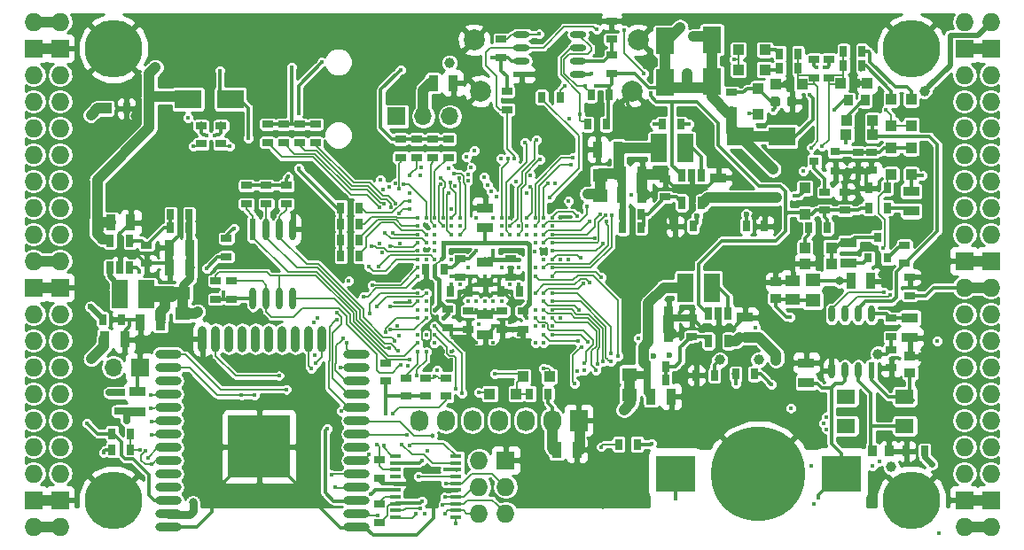
<source format=gbl>
G04 #@! TF.GenerationSoftware,KiCad,Pcbnew,5.0.0+dfsg1-1*
G04 #@! TF.CreationDate,2018-08-19T11:20:59+02:00*
G04 #@! TF.ProjectId,ulx3s,756C7833732E6B696361645F70636200,rev?*
G04 #@! TF.SameCoordinates,Original*
G04 #@! TF.FileFunction,Copper,L4,Bot,Signal*
G04 #@! TF.FilePolarity,Positive*
%FSLAX46Y46*%
G04 Gerber Fmt 4.6, Leading zero omitted, Abs format (unit mm)*
G04 Created by KiCad (PCBNEW 5.0.0+dfsg1-1) date Sun Aug 19 11:20:59 2018*
%MOMM*%
%LPD*%
G01*
G04 APERTURE LIST*
G04 #@! TA.AperFunction,EtchedComponent*
%ADD10C,1.000000*%
G04 #@! TD*
G04 #@! TA.AperFunction,ComponentPad*
%ADD11C,2.000000*%
G04 #@! TD*
G04 #@! TA.AperFunction,SMDPad,CuDef*
%ADD12O,2.500000X0.900000*%
G04 #@! TD*
G04 #@! TA.AperFunction,SMDPad,CuDef*
%ADD13O,0.900000X2.500000*%
G04 #@! TD*
G04 #@! TA.AperFunction,SMDPad,CuDef*
%ADD14R,6.000000X6.000000*%
G04 #@! TD*
G04 #@! TA.AperFunction,SMDPad,CuDef*
%ADD15R,0.670000X1.000000*%
G04 #@! TD*
G04 #@! TA.AperFunction,SMDPad,CuDef*
%ADD16R,1.400000X1.295000*%
G04 #@! TD*
G04 #@! TA.AperFunction,SMDPad,CuDef*
%ADD17R,2.500000X1.800000*%
G04 #@! TD*
G04 #@! TA.AperFunction,SMDPad,CuDef*
%ADD18R,1.800000X2.500000*%
G04 #@! TD*
G04 #@! TA.AperFunction,SMDPad,CuDef*
%ADD19R,3.700000X3.500000*%
G04 #@! TD*
G04 #@! TA.AperFunction,BGAPad,CuDef*
%ADD20C,9.000000*%
G04 #@! TD*
G04 #@! TA.AperFunction,SMDPad,CuDef*
%ADD21R,1.550000X0.600000*%
G04 #@! TD*
G04 #@! TA.AperFunction,SMDPad,CuDef*
%ADD22O,1.550000X0.600000*%
G04 #@! TD*
G04 #@! TA.AperFunction,SMDPad,CuDef*
%ADD23R,0.600000X2.100000*%
G04 #@! TD*
G04 #@! TA.AperFunction,SMDPad,CuDef*
%ADD24O,0.600000X2.100000*%
G04 #@! TD*
G04 #@! TA.AperFunction,SMDPad,CuDef*
%ADD25R,0.600000X1.550000*%
G04 #@! TD*
G04 #@! TA.AperFunction,SMDPad,CuDef*
%ADD26O,0.600000X1.550000*%
G04 #@! TD*
G04 #@! TA.AperFunction,SMDPad,CuDef*
%ADD27R,1.000000X0.400000*%
G04 #@! TD*
G04 #@! TA.AperFunction,SMDPad,CuDef*
%ADD28R,0.700000X1.200000*%
G04 #@! TD*
G04 #@! TA.AperFunction,ComponentPad*
%ADD29O,1.727200X1.727200*%
G04 #@! TD*
G04 #@! TA.AperFunction,ComponentPad*
%ADD30R,1.727200X1.727200*%
G04 #@! TD*
G04 #@! TA.AperFunction,ComponentPad*
%ADD31C,5.500000*%
G04 #@! TD*
G04 #@! TA.AperFunction,ComponentPad*
%ADD32R,1.727200X2.032000*%
G04 #@! TD*
G04 #@! TA.AperFunction,ComponentPad*
%ADD33O,1.727200X2.032000*%
G04 #@! TD*
G04 #@! TA.AperFunction,SMDPad,CuDef*
%ADD34R,1.800000X1.400000*%
G04 #@! TD*
G04 #@! TA.AperFunction,SMDPad,CuDef*
%ADD35R,0.970000X1.500000*%
G04 #@! TD*
G04 #@! TA.AperFunction,SMDPad,CuDef*
%ADD36R,1.500000X0.970000*%
G04 #@! TD*
G04 #@! TA.AperFunction,SMDPad,CuDef*
%ADD37R,1.000000X0.670000*%
G04 #@! TD*
G04 #@! TA.AperFunction,SMDPad,CuDef*
%ADD38R,1.000000X1.000000*%
G04 #@! TD*
G04 #@! TA.AperFunction,BGAPad,CuDef*
%ADD39C,0.300000*%
G04 #@! TD*
G04 #@! TA.AperFunction,ComponentPad*
%ADD40R,1.700000X1.700000*%
G04 #@! TD*
G04 #@! TA.AperFunction,ComponentPad*
%ADD41O,1.700000X1.700000*%
G04 #@! TD*
G04 #@! TA.AperFunction,SMDPad,CuDef*
%ADD42R,1.500000X2.700000*%
G04 #@! TD*
G04 #@! TA.AperFunction,SMDPad,CuDef*
%ADD43R,0.800000X0.900000*%
G04 #@! TD*
G04 #@! TA.AperFunction,SMDPad,CuDef*
%ADD44R,0.900000X0.800000*%
G04 #@! TD*
G04 #@! TA.AperFunction,SMDPad,CuDef*
%ADD45R,0.820000X1.000000*%
G04 #@! TD*
G04 #@! TA.AperFunction,SMDPad,CuDef*
%ADD46R,1.000000X0.820000*%
G04 #@! TD*
G04 #@! TA.AperFunction,SMDPad,CuDef*
%ADD47R,1.400000X1.120000*%
G04 #@! TD*
G04 #@! TA.AperFunction,Conductor*
%ADD48C,0.100000*%
G04 #@! TD*
G04 #@! TA.AperFunction,SMDPad,CuDef*
%ADD49C,0.875000*%
G04 #@! TD*
G04 #@! TA.AperFunction,ViaPad*
%ADD50C,2.000000*%
G04 #@! TD*
G04 #@! TA.AperFunction,ViaPad*
%ADD51C,0.419000*%
G04 #@! TD*
G04 #@! TA.AperFunction,ViaPad*
%ADD52C,0.600000*%
G04 #@! TD*
G04 #@! TA.AperFunction,ViaPad*
%ADD53C,1.000000*%
G04 #@! TD*
G04 #@! TA.AperFunction,ViaPad*
%ADD54C,0.800000*%
G04 #@! TD*
G04 #@! TA.AperFunction,ViaPad*
%ADD55C,0.700000*%
G04 #@! TD*
G04 #@! TA.AperFunction,ViaPad*
%ADD56C,0.454000*%
G04 #@! TD*
G04 #@! TA.AperFunction,Conductor*
%ADD57C,0.300000*%
G04 #@! TD*
G04 #@! TA.AperFunction,Conductor*
%ADD58C,1.000000*%
G04 #@! TD*
G04 #@! TA.AperFunction,Conductor*
%ADD59C,0.700000*%
G04 #@! TD*
G04 #@! TA.AperFunction,Conductor*
%ADD60C,0.127000*%
G04 #@! TD*
G04 #@! TA.AperFunction,Conductor*
%ADD61C,0.500000*%
G04 #@! TD*
G04 #@! TA.AperFunction,Conductor*
%ADD62C,0.400000*%
G04 #@! TD*
G04 #@! TA.AperFunction,Conductor*
%ADD63C,0.800000*%
G04 #@! TD*
G04 #@! TA.AperFunction,Conductor*
%ADD64C,0.600000*%
G04 #@! TD*
G04 #@! TA.AperFunction,Conductor*
%ADD65C,0.190000*%
G04 #@! TD*
G04 #@! TA.AperFunction,Conductor*
%ADD66C,1.500000*%
G04 #@! TD*
G04 #@! TA.AperFunction,Conductor*
%ADD67C,0.200000*%
G04 #@! TD*
G04 #@! TA.AperFunction,Conductor*
%ADD68C,0.254000*%
G04 #@! TD*
G04 APERTURE END LIST*
D10*
G04 #@! TO.C,RP3*
X149472000Y-77311000D02*
X149472000Y-79311000D01*
G04 #@! TO.C,RP2*
X109609000Y-88632000D02*
X109609000Y-90632000D01*
G04 #@! TO.C,RP1*
X152281000Y-96361000D02*
X152281000Y-98361000D01*
G04 #@! TO.C,D9*
X166854000Y-73630000D02*
X162854000Y-73630000D01*
G04 #@! TO.C,D52*
X160155000Y-64391000D02*
X160155000Y-68391000D01*
G04 #@! TO.C,D51*
X155710000Y-68518000D02*
X155710000Y-64518000D01*
G04 #@! TD*
D11*
G04 #@! TO.P,GPDI1,0*
G04 #@! TO.N,GND*
X152546000Y-69312000D03*
X138046000Y-69312000D03*
X153146000Y-64412000D03*
X137446000Y-64412000D03*
G04 #@! TD*
D12*
G04 #@! TO.P,U9,38*
G04 #@! TO.N,GND*
X126230000Y-111000000D03*
G04 #@! TO.P,U9,37*
G04 #@! TO.N,JTAG_TDI*
X126230000Y-109730000D03*
G04 #@! TO.P,U9,36*
G04 #@! TO.N,PROG_DONE*
X126230000Y-108460000D03*
G04 #@! TO.P,U9,35*
G04 #@! TO.N,WIFI_TXD*
X126230000Y-107190000D03*
G04 #@! TO.P,U9,34*
G04 #@! TO.N,WIFI_RXD*
X126230000Y-105920000D03*
G04 #@! TO.P,U9,33*
G04 #@! TO.N,JTAG_TMS*
X126230000Y-104650000D03*
G04 #@! TO.P,U9,32*
G04 #@! TO.N,N/C*
X126230000Y-103380000D03*
G04 #@! TO.P,U9,31*
G04 #@! TO.N,JTAG_TDO*
X126230000Y-102110000D03*
G04 #@! TO.P,U9,30*
G04 #@! TO.N,JTAG_TCK*
X126230000Y-100840000D03*
G04 #@! TO.P,U9,29*
G04 #@! TO.N,WIFI_GPIO5*
X126230000Y-99570000D03*
G04 #@! TO.P,U9,28*
G04 #@! TO.N,WIFI_GPIO17*
X126230000Y-98300000D03*
G04 #@! TO.P,U9,27*
G04 #@! TO.N,WIFI_GPIO16*
X126230000Y-97030000D03*
G04 #@! TO.P,U9,26*
G04 #@! TO.N,SD_D1*
X126230000Y-95760000D03*
G04 #@! TO.P,U9,25*
G04 #@! TO.N,WIFI_GPIO0*
X126230000Y-94490000D03*
D13*
G04 #@! TO.P,U9,24*
G04 #@! TO.N,SD_D0*
X122945000Y-93000000D03*
G04 #@! TO.P,U9,23*
G04 #@! TO.N,SD_CMD*
X121675000Y-93000000D03*
G04 #@! TO.P,U9,22*
G04 #@! TO.N,N/C*
X120405000Y-93000000D03*
G04 #@! TO.P,U9,21*
X119135000Y-93000000D03*
G04 #@! TO.P,U9,20*
X117865000Y-93000000D03*
G04 #@! TO.P,U9,19*
X116595000Y-93000000D03*
G04 #@! TO.P,U9,18*
X115325000Y-93000000D03*
G04 #@! TO.P,U9,17*
X114055000Y-93000000D03*
G04 #@! TO.P,U9,16*
G04 #@! TO.N,SD_D3*
X112785000Y-93000000D03*
G04 #@! TO.P,U9,15*
G04 #@! TO.N,GND*
X111515000Y-93000000D03*
D12*
G04 #@! TO.P,U9,14*
G04 #@! TO.N,SD_D2*
X108230000Y-94490000D03*
G04 #@! TO.P,U9,13*
G04 #@! TO.N,SD_CLK*
X108230000Y-95760000D03*
G04 #@! TO.P,U9,12*
G04 #@! TO.N,N/C*
X108230000Y-97030000D03*
G04 #@! TO.P,U9,11*
G04 #@! TO.N,GP11*
X108230000Y-98300000D03*
G04 #@! TO.P,U9,10*
G04 #@! TO.N,GN11*
X108230000Y-99570000D03*
G04 #@! TO.P,U9,9*
G04 #@! TO.N,GP12*
X108230000Y-100840000D03*
G04 #@! TO.P,U9,8*
G04 #@! TO.N,GN12*
X108230000Y-102110000D03*
G04 #@! TO.P,U9,7*
G04 #@! TO.N,GP13*
X108230000Y-103380000D03*
G04 #@! TO.P,U9,6*
G04 #@! TO.N,GN13*
X108230000Y-104650000D03*
G04 #@! TO.P,U9,5*
G04 #@! TO.N,N/C*
X108230000Y-105920000D03*
G04 #@! TO.P,U9,4*
X108230000Y-107190000D03*
G04 #@! TO.P,U9,3*
G04 #@! TO.N,/wifi/WIFIEN*
X108230000Y-108460000D03*
G04 #@! TO.P,U9,2*
G04 #@! TO.N,+3V3*
X108230000Y-109730000D03*
G04 #@! TO.P,U9,1*
G04 #@! TO.N,GND*
X108230000Y-111000000D03*
D14*
G04 #@! TO.P,U9,39*
X116930000Y-103300000D03*
G04 #@! TD*
D15*
G04 #@! TO.P,C49,2*
G04 #@! TO.N,GND*
X103738000Y-91156000D03*
G04 #@! TO.P,C49,1*
G04 #@! TO.N,2V5_3V3*
X101988000Y-91156000D03*
G04 #@! TD*
D16*
G04 #@! TO.P,RP3,2*
G04 #@! TO.N,+3V3*
X149472000Y-79278500D03*
G04 #@! TO.P,RP3,1*
G04 #@! TO.N,/power/P3V3*
X149472000Y-77343500D03*
G04 #@! TD*
G04 #@! TO.P,RP2,2*
G04 #@! TO.N,+2V5*
X109609000Y-90599500D03*
G04 #@! TO.P,RP2,1*
G04 #@! TO.N,/power/P2V5*
X109609000Y-88664500D03*
G04 #@! TD*
G04 #@! TO.P,RP1,2*
G04 #@! TO.N,+1V1*
X152281000Y-98328500D03*
G04 #@! TO.P,RP1,1*
G04 #@! TO.N,/power/P1V1*
X152281000Y-96393500D03*
G04 #@! TD*
D17*
G04 #@! TO.P,D9,2*
G04 #@! TO.N,+5V*
X162854000Y-73630000D03*
G04 #@! TO.P,D9,1*
G04 #@! TO.N,/usb/US2VBUS*
X166854000Y-73630000D03*
G04 #@! TD*
D18*
G04 #@! TO.P,D52,2*
G04 #@! TO.N,+5V*
X160155000Y-68391000D03*
G04 #@! TO.P,D52,1*
G04 #@! TO.N,/gpio/OUT5V*
X160155000Y-64391000D03*
G04 #@! TD*
G04 #@! TO.P,D51,2*
G04 #@! TO.N,/gpio/IN5V*
X155710000Y-64518000D03*
G04 #@! TO.P,D51,1*
G04 #@! TO.N,+5V*
X155710000Y-68518000D03*
G04 #@! TD*
D19*
G04 #@! TO.P,BAT1,1*
G04 #@! TO.N,/power/VBAT*
X172485000Y-105870000D03*
X156685000Y-105870000D03*
D20*
G04 #@! TO.P,BAT1,2*
G04 #@! TO.N,GND*
X164585000Y-105870000D03*
G04 #@! TD*
D21*
G04 #@! TO.P,U11,1*
G04 #@! TO.N,GND*
X141980000Y-67706500D03*
D22*
G04 #@! TO.P,U11,2*
G04 #@! TO.N,+2V5*
X141980000Y-66436500D03*
G04 #@! TO.P,U11,3*
G04 #@! TO.N,FPDI_SCL*
X141980000Y-65166500D03*
G04 #@! TO.P,U11,4*
G04 #@! TO.N,FPDI_SDA*
X141980000Y-63896500D03*
G04 #@! TO.P,U11,5*
G04 #@! TO.N,GPDI_SDA*
X147380000Y-63896500D03*
G04 #@! TO.P,U11,6*
G04 #@! TO.N,GPDI_SCL*
X147380000Y-65166500D03*
G04 #@! TO.P,U11,7*
G04 #@! TO.N,/gpdi/VREF2*
X147380000Y-66436500D03*
G04 #@! TO.P,U11,8*
G04 #@! TO.N,+3V3*
X147380000Y-67706500D03*
G04 #@! TD*
D23*
G04 #@! TO.P,U10,1*
G04 #@! TO.N,/flash/FLASH_nCS*
X116340000Y-82520000D03*
D24*
G04 #@! TO.P,U10,2*
G04 #@! TO.N,/flash/FLASH_MISO*
X117610000Y-82520000D03*
G04 #@! TO.P,U10,3*
G04 #@! TO.N,/flash/FLASH_nWP*
X118880000Y-82520000D03*
G04 #@! TO.P,U10,4*
G04 #@! TO.N,GND*
X120150000Y-82520000D03*
G04 #@! TO.P,U10,5*
G04 #@! TO.N,/flash/FLASH_MOSI*
X120150000Y-89124000D03*
G04 #@! TO.P,U10,6*
G04 #@! TO.N,/flash/FLASH_SCK*
X118880000Y-89124000D03*
G04 #@! TO.P,U10,7*
G04 #@! TO.N,/flash/FLASH_nHOLD*
X117610000Y-89124000D03*
G04 #@! TO.P,U10,8*
G04 #@! TO.N,+3V3*
X116340000Y-89124000D03*
G04 #@! TD*
D25*
G04 #@! TO.P,U7,1*
G04 #@! TO.N,/power/OSCI_32k*
X175395000Y-96015000D03*
D26*
G04 #@! TO.P,U7,2*
G04 #@! TO.N,/power/OSCO_32k*
X174125000Y-96015000D03*
G04 #@! TO.P,U7,3*
G04 #@! TO.N,/power/VBAT*
X172855000Y-96015000D03*
G04 #@! TO.P,U7,4*
G04 #@! TO.N,GND*
X171585000Y-96015000D03*
G04 #@! TO.P,U7,5*
G04 #@! TO.N,FPDI_SDA*
X171585000Y-90615000D03*
G04 #@! TO.P,U7,6*
G04 #@! TO.N,FPDI_SCL*
X172855000Y-90615000D03*
G04 #@! TO.P,U7,7*
G04 #@! TO.N,/power/WAKEUPn*
X174125000Y-90615000D03*
G04 #@! TO.P,U7,8*
G04 #@! TO.N,/power/RTCVDD*
X175395000Y-90615000D03*
G04 #@! TD*
D27*
G04 #@! TO.P,U6,20*
G04 #@! TO.N,FTDI_TXD*
X129935000Y-104215000D03*
G04 #@! TO.P,U6,19*
G04 #@! TO.N,FTDI_nSLEEP*
X129935000Y-104865000D03*
G04 #@! TO.P,U6,18*
G04 #@! TO.N,FTDI_TXDEN*
X129935000Y-105515000D03*
G04 #@! TO.P,U6,17*
G04 #@! TO.N,N/C*
X129935000Y-106165000D03*
G04 #@! TO.P,U6,16*
G04 #@! TO.N,GND*
X129935000Y-106815000D03*
G04 #@! TO.P,U6,15*
G04 #@! TO.N,USB5V*
X129935000Y-107465000D03*
G04 #@! TO.P,U6,14*
G04 #@! TO.N,nRESET*
X129935000Y-108115000D03*
G04 #@! TO.P,U6,13*
G04 #@! TO.N,FT2V5*
X129935000Y-108765000D03*
G04 #@! TO.P,U6,12*
G04 #@! TO.N,USB_FTDI_D-*
X129935000Y-109415000D03*
G04 #@! TO.P,U6,11*
G04 #@! TO.N,USB_FTDI_D+*
X129935000Y-110065000D03*
G04 #@! TO.P,U6,10*
G04 #@! TO.N,FTDI_nTXLED*
X135735000Y-110065000D03*
G04 #@! TO.P,U6,9*
G04 #@! TO.N,JTAG_TDO*
X135735000Y-109415000D03*
G04 #@! TO.P,U6,8*
G04 #@! TO.N,JTAG_TMS*
X135735000Y-108765000D03*
G04 #@! TO.P,U6,7*
G04 #@! TO.N,JTAG_TCK*
X135735000Y-108115000D03*
G04 #@! TO.P,U6,6*
G04 #@! TO.N,GND*
X135735000Y-107465000D03*
G04 #@! TO.P,U6,5*
G04 #@! TO.N,JTAG_TDI*
X135735000Y-106815000D03*
G04 #@! TO.P,U6,4*
G04 #@! TO.N,FTDI_RXD*
X135735000Y-106165000D03*
G04 #@! TO.P,U6,3*
G04 #@! TO.N,FT2V5*
X135735000Y-105515000D03*
G04 #@! TO.P,U6,2*
G04 #@! TO.N,FTDI_nRTS*
X135735000Y-104865000D03*
G04 #@! TO.P,U6,1*
G04 #@! TO.N,FTDI_nDTR*
X135735000Y-104215000D03*
G04 #@! TD*
D28*
G04 #@! TO.P,U5,1*
G04 #@! TO.N,/power/PWREN*
X157285000Y-77392000D03*
G04 #@! TO.P,U5,2*
G04 #@! TO.N,GND*
X158235000Y-77392000D03*
G04 #@! TO.P,U5,3*
G04 #@! TO.N,/power/L3*
X159185000Y-77392000D03*
G04 #@! TO.P,U5,4*
G04 #@! TO.N,+5V*
X159185000Y-79992000D03*
G04 #@! TO.P,U5,5*
G04 #@! TO.N,/power/FB3*
X157285000Y-79992000D03*
G04 #@! TD*
G04 #@! TO.P,U3,1*
G04 #@! TO.N,/power/PWREN*
X159825000Y-90600000D03*
G04 #@! TO.P,U3,2*
G04 #@! TO.N,GND*
X160775000Y-90600000D03*
G04 #@! TO.P,U3,3*
G04 #@! TO.N,/power/L1*
X161725000Y-90600000D03*
G04 #@! TO.P,U3,4*
G04 #@! TO.N,+5V*
X161725000Y-93200000D03*
G04 #@! TO.P,U3,5*
G04 #@! TO.N,/power/FB1*
X159825000Y-93200000D03*
G04 #@! TD*
G04 #@! TO.P,U4,1*
G04 #@! TO.N,/power/PWREN*
X104575000Y-86215000D03*
G04 #@! TO.P,U4,2*
G04 #@! TO.N,GND*
X103625000Y-86215000D03*
G04 #@! TO.P,U4,3*
G04 #@! TO.N,/power/L2*
X102675000Y-86215000D03*
G04 #@! TO.P,U4,4*
G04 #@! TO.N,+5V*
X102675000Y-83615000D03*
G04 #@! TO.P,U4,5*
G04 #@! TO.N,/power/FB2*
X104575000Y-83615000D03*
G04 #@! TD*
D29*
G04 #@! TO.P,J1,1*
G04 #@! TO.N,2V5_3V3*
X97910000Y-62690000D03*
G04 #@! TO.P,J1,2*
X95370000Y-62690000D03*
D30*
G04 #@! TO.P,J1,3*
G04 #@! TO.N,GND*
X97910000Y-65230000D03*
G04 #@! TO.P,J1,4*
X95370000Y-65230000D03*
D29*
G04 #@! TO.P,J1,5*
G04 #@! TO.N,GN0*
X97910000Y-67770000D03*
G04 #@! TO.P,J1,6*
G04 #@! TO.N,GP0*
X95370000Y-67770000D03*
G04 #@! TO.P,J1,7*
G04 #@! TO.N,GN1*
X97910000Y-70310000D03*
G04 #@! TO.P,J1,8*
G04 #@! TO.N,GP1*
X95370000Y-70310000D03*
G04 #@! TO.P,J1,9*
G04 #@! TO.N,GN2*
X97910000Y-72850000D03*
G04 #@! TO.P,J1,10*
G04 #@! TO.N,GP2*
X95370000Y-72850000D03*
G04 #@! TO.P,J1,11*
G04 #@! TO.N,GN3*
X97910000Y-75390000D03*
G04 #@! TO.P,J1,12*
G04 #@! TO.N,GP3*
X95370000Y-75390000D03*
G04 #@! TO.P,J1,13*
G04 #@! TO.N,GN4*
X97910000Y-77930000D03*
G04 #@! TO.P,J1,14*
G04 #@! TO.N,GP4*
X95370000Y-77930000D03*
G04 #@! TO.P,J1,15*
G04 #@! TO.N,GN5*
X97910000Y-80470000D03*
G04 #@! TO.P,J1,16*
G04 #@! TO.N,GP5*
X95370000Y-80470000D03*
G04 #@! TO.P,J1,17*
G04 #@! TO.N,GN6*
X97910000Y-83010000D03*
G04 #@! TO.P,J1,18*
G04 #@! TO.N,GP6*
X95370000Y-83010000D03*
G04 #@! TO.P,J1,19*
G04 #@! TO.N,2V5_3V3*
X97910000Y-85550000D03*
G04 #@! TO.P,J1,20*
X95370000Y-85550000D03*
D30*
G04 #@! TO.P,J1,21*
G04 #@! TO.N,GND*
X97910000Y-88090000D03*
G04 #@! TO.P,J1,22*
X95370000Y-88090000D03*
D29*
G04 #@! TO.P,J1,23*
G04 #@! TO.N,GN7*
X97910000Y-90630000D03*
G04 #@! TO.P,J1,24*
G04 #@! TO.N,GP7*
X95370000Y-90630000D03*
G04 #@! TO.P,J1,25*
G04 #@! TO.N,GN8*
X97910000Y-93170000D03*
G04 #@! TO.P,J1,26*
G04 #@! TO.N,GP8*
X95370000Y-93170000D03*
G04 #@! TO.P,J1,27*
G04 #@! TO.N,GN9*
X97910000Y-95710000D03*
G04 #@! TO.P,J1,28*
G04 #@! TO.N,GP9*
X95370000Y-95710000D03*
G04 #@! TO.P,J1,29*
G04 #@! TO.N,GN10*
X97910000Y-98250000D03*
G04 #@! TO.P,J1,30*
G04 #@! TO.N,GP10*
X95370000Y-98250000D03*
G04 #@! TO.P,J1,31*
G04 #@! TO.N,GN11*
X97910000Y-100790000D03*
G04 #@! TO.P,J1,32*
G04 #@! TO.N,GP11*
X95370000Y-100790000D03*
G04 #@! TO.P,J1,33*
G04 #@! TO.N,GN12*
X97910000Y-103330000D03*
G04 #@! TO.P,J1,34*
G04 #@! TO.N,GP12*
X95370000Y-103330000D03*
G04 #@! TO.P,J1,35*
G04 #@! TO.N,GN13*
X97910000Y-105870000D03*
G04 #@! TO.P,J1,36*
G04 #@! TO.N,GP13*
X95370000Y-105870000D03*
D30*
G04 #@! TO.P,J1,37*
G04 #@! TO.N,GND*
X97910000Y-108410000D03*
G04 #@! TO.P,J1,38*
X95370000Y-108410000D03*
D29*
G04 #@! TO.P,J1,39*
G04 #@! TO.N,2V5_3V3*
X97910000Y-110950000D03*
G04 #@! TO.P,J1,40*
X95370000Y-110950000D03*
G04 #@! TD*
G04 #@! TO.P,J2,1*
G04 #@! TO.N,+3V3*
X184270000Y-110950000D03*
G04 #@! TO.P,J2,2*
X186810000Y-110950000D03*
D30*
G04 #@! TO.P,J2,3*
G04 #@! TO.N,GND*
X184270000Y-108410000D03*
G04 #@! TO.P,J2,4*
X186810000Y-108410000D03*
D29*
G04 #@! TO.P,J2,5*
G04 #@! TO.N,GN14*
X184270000Y-105870000D03*
G04 #@! TO.P,J2,6*
G04 #@! TO.N,GP14*
X186810000Y-105870000D03*
G04 #@! TO.P,J2,7*
G04 #@! TO.N,GN15*
X184270000Y-103330000D03*
G04 #@! TO.P,J2,8*
G04 #@! TO.N,GP15*
X186810000Y-103330000D03*
G04 #@! TO.P,J2,9*
G04 #@! TO.N,GN16*
X184270000Y-100790000D03*
G04 #@! TO.P,J2,10*
G04 #@! TO.N,GP16*
X186810000Y-100790000D03*
G04 #@! TO.P,J2,11*
G04 #@! TO.N,GN17*
X184270000Y-98250000D03*
G04 #@! TO.P,J2,12*
G04 #@! TO.N,GP17*
X186810000Y-98250000D03*
G04 #@! TO.P,J2,13*
G04 #@! TO.N,GN18*
X184270000Y-95710000D03*
G04 #@! TO.P,J2,14*
G04 #@! TO.N,GP18*
X186810000Y-95710000D03*
G04 #@! TO.P,J2,15*
G04 #@! TO.N,GN19*
X184270000Y-93170000D03*
G04 #@! TO.P,J2,16*
G04 #@! TO.N,GP19*
X186810000Y-93170000D03*
G04 #@! TO.P,J2,17*
G04 #@! TO.N,GN20*
X184270000Y-90630000D03*
G04 #@! TO.P,J2,18*
G04 #@! TO.N,GP20*
X186810000Y-90630000D03*
G04 #@! TO.P,J2,19*
G04 #@! TO.N,+3V3*
X184270000Y-88090000D03*
G04 #@! TO.P,J2,20*
X186810000Y-88090000D03*
D30*
G04 #@! TO.P,J2,21*
G04 #@! TO.N,GND*
X184270000Y-85550000D03*
G04 #@! TO.P,J2,22*
X186810000Y-85550000D03*
D29*
G04 #@! TO.P,J2,23*
G04 #@! TO.N,GN21*
X184270000Y-83010000D03*
G04 #@! TO.P,J2,24*
G04 #@! TO.N,GP21*
X186810000Y-83010000D03*
G04 #@! TO.P,J2,25*
G04 #@! TO.N,GN22*
X184270000Y-80470000D03*
G04 #@! TO.P,J2,26*
G04 #@! TO.N,GP22*
X186810000Y-80470000D03*
G04 #@! TO.P,J2,27*
G04 #@! TO.N,GN23*
X184270000Y-77930000D03*
G04 #@! TO.P,J2,28*
G04 #@! TO.N,GP23*
X186810000Y-77930000D03*
G04 #@! TO.P,J2,29*
G04 #@! TO.N,GN24*
X184270000Y-75390000D03*
G04 #@! TO.P,J2,30*
G04 #@! TO.N,GP24*
X186810000Y-75390000D03*
G04 #@! TO.P,J2,31*
G04 #@! TO.N,GN25*
X184270000Y-72850000D03*
G04 #@! TO.P,J2,32*
G04 #@! TO.N,GP25*
X186810000Y-72850000D03*
G04 #@! TO.P,J2,33*
G04 #@! TO.N,GN26*
X184270000Y-70310000D03*
G04 #@! TO.P,J2,34*
G04 #@! TO.N,GP26*
X186810000Y-70310000D03*
G04 #@! TO.P,J2,35*
G04 #@! TO.N,GN27*
X184270000Y-67770000D03*
G04 #@! TO.P,J2,36*
G04 #@! TO.N,GP27*
X186810000Y-67770000D03*
D30*
G04 #@! TO.P,J2,37*
G04 #@! TO.N,GND*
X184270000Y-65230000D03*
G04 #@! TO.P,J2,38*
X186810000Y-65230000D03*
D29*
G04 #@! TO.P,J2,39*
G04 #@! TO.N,/gpio/IN5V*
X184270000Y-62690000D03*
G04 #@! TO.P,J2,40*
G04 #@! TO.N,/gpio/OUT5V*
X186810000Y-62690000D03*
G04 #@! TD*
D31*
G04 #@! TO.P,H1,1*
G04 #@! TO.N,GND*
X102990000Y-108410000D03*
G04 #@! TD*
G04 #@! TO.P,H2,1*
G04 #@! TO.N,GND*
X179190000Y-108410000D03*
G04 #@! TD*
G04 #@! TO.P,H3,1*
G04 #@! TO.N,GND*
X179190000Y-65230000D03*
G04 #@! TD*
G04 #@! TO.P,H4,1*
G04 #@! TO.N,GND*
X102990000Y-65230000D03*
G04 #@! TD*
D30*
G04 #@! TO.P,J4,1*
G04 #@! TO.N,GND*
X140455000Y-104600000D03*
D29*
G04 #@! TO.P,J4,2*
G04 #@! TO.N,+3V3*
X137915000Y-104600000D03*
G04 #@! TO.P,J4,3*
G04 #@! TO.N,JTAG_TDI*
X140455000Y-107140000D03*
G04 #@! TO.P,J4,4*
G04 #@! TO.N,JTAG_TCK*
X137915000Y-107140000D03*
G04 #@! TO.P,J4,5*
G04 #@! TO.N,JTAG_TMS*
X140455000Y-109680000D03*
G04 #@! TO.P,J4,6*
G04 #@! TO.N,JTAG_TDO*
X137915000Y-109680000D03*
G04 #@! TD*
D32*
G04 #@! TO.P,OLED1,1*
G04 #@! TO.N,GND*
X147440000Y-100790000D03*
D33*
G04 #@! TO.P,OLED1,2*
G04 #@! TO.N,+3V3*
X144900000Y-100790000D03*
G04 #@! TO.P,OLED1,3*
G04 #@! TO.N,OLED_CLK*
X142360000Y-100790000D03*
G04 #@! TO.P,OLED1,4*
G04 #@! TO.N,OLED_MOSI*
X139820000Y-100790000D03*
G04 #@! TO.P,OLED1,5*
G04 #@! TO.N,OLED_RES*
X137280000Y-100790000D03*
G04 #@! TO.P,OLED1,6*
G04 #@! TO.N,OLED_DC*
X134740000Y-100790000D03*
G04 #@! TO.P,OLED1,7*
G04 #@! TO.N,OLED_CS*
X132200000Y-100790000D03*
G04 #@! TD*
D34*
G04 #@! TO.P,Y2,4*
G04 #@! TO.N,/power/OSCI_32k*
X178576000Y-98522000D03*
G04 #@! TO.P,Y2,3*
G04 #@! TO.N,N/C*
X172976000Y-98522000D03*
G04 #@! TO.P,Y2,2*
X172976000Y-101322000D03*
G04 #@! TO.P,Y2,1*
G04 #@! TO.N,/power/OSCO_32k*
X178576000Y-101322000D03*
G04 #@! TD*
D35*
G04 #@! TO.P,C47,1*
G04 #@! TO.N,2V5_3V3*
X133546000Y-68550000D03*
G04 #@! TO.P,C47,2*
G04 #@! TO.N,GND*
X135456000Y-68550000D03*
G04 #@! TD*
G04 #@! TO.P,C1,1*
G04 #@! TO.N,+5V*
X102748500Y-81885000D03*
G04 #@! TO.P,C1,2*
G04 #@! TO.N,GND*
X104658500Y-81885000D03*
G04 #@! TD*
D15*
G04 #@! TO.P,C2,1*
G04 #@! TO.N,/power/P1V1*
X153985000Y-96910000D03*
G04 #@! TO.P,C2,2*
G04 #@! TO.N,/power/FB1*
X155735000Y-96910000D03*
G04 #@! TD*
D35*
G04 #@! TO.P,C3,2*
G04 #@! TO.N,GND*
X156015000Y-90630000D03*
G04 #@! TO.P,C3,1*
G04 #@! TO.N,/power/P1V1*
X154105000Y-90630000D03*
G04 #@! TD*
G04 #@! TO.P,C4,1*
G04 #@! TO.N,/power/P1V1*
X154105000Y-92535000D03*
G04 #@! TO.P,C4,2*
G04 #@! TO.N,GND*
X156015000Y-92535000D03*
G04 #@! TD*
D36*
G04 #@! TO.P,C5,2*
G04 #@! TO.N,GND*
X163315000Y-90945000D03*
G04 #@! TO.P,C5,1*
G04 #@! TO.N,+5V*
X163315000Y-92855000D03*
G04 #@! TD*
D15*
G04 #@! TO.P,C6,1*
G04 #@! TO.N,/power/P3V3*
X151645000Y-82375000D03*
G04 #@! TO.P,C6,2*
G04 #@! TO.N,/power/FB3*
X153395000Y-82375000D03*
G04 #@! TD*
D35*
G04 #@! TO.P,C7,2*
G04 #@! TO.N,GND*
X153475000Y-79200000D03*
G04 #@! TO.P,C7,1*
G04 #@! TO.N,/power/P3V3*
X151565000Y-79200000D03*
G04 #@! TD*
G04 #@! TO.P,C8,2*
G04 #@! TO.N,GND*
X153475000Y-77295000D03*
G04 #@! TO.P,C8,1*
G04 #@! TO.N,/power/P3V3*
X151565000Y-77295000D03*
G04 #@! TD*
D36*
G04 #@! TO.P,C9,1*
G04 #@! TO.N,+5V*
X160775000Y-79520000D03*
G04 #@! TO.P,C9,2*
G04 #@! TO.N,GND*
X160775000Y-77610000D03*
G04 #@! TD*
D15*
G04 #@! TO.P,C10,2*
G04 #@! TO.N,/power/FB2*
X108465000Y-81105000D03*
G04 #@! TO.P,C10,1*
G04 #@! TO.N,/power/P2V5*
X110215000Y-81105000D03*
G04 #@! TD*
D35*
G04 #@! TO.P,C11,2*
G04 #@! TO.N,GND*
X108385000Y-84280000D03*
G04 #@! TO.P,C11,1*
G04 #@! TO.N,/power/P2V5*
X110295000Y-84280000D03*
G04 #@! TD*
G04 #@! TO.P,C12,1*
G04 #@! TO.N,/power/P2V5*
X110295000Y-86185000D03*
G04 #@! TO.P,C12,2*
G04 #@! TO.N,GND*
X108385000Y-86185000D03*
G04 #@! TD*
D36*
G04 #@! TO.P,C13,2*
G04 #@! TO.N,/power/WKUP*
X173221000Y-83833000D03*
G04 #@! TO.P,C13,1*
G04 #@! TO.N,+5V*
X173221000Y-85743000D03*
G04 #@! TD*
D37*
G04 #@! TO.P,C14,2*
G04 #@! TO.N,GND*
X175380000Y-76900000D03*
G04 #@! TO.P,C14,1*
G04 #@! TO.N,/power/SHUT*
X175380000Y-75150000D03*
G04 #@! TD*
D36*
G04 #@! TO.P,C15,1*
G04 #@! TO.N,/sdcard/SD3V3*
X105276000Y-99967000D03*
G04 #@! TO.P,C15,2*
G04 #@! TO.N,GND*
X105276000Y-98057000D03*
G04 #@! TD*
D35*
G04 #@! TO.P,C16,1*
G04 #@! TO.N,+3V3*
X173424000Y-87473000D03*
G04 #@! TO.P,C16,2*
G04 #@! TO.N,GND*
X175334000Y-87473000D03*
G04 #@! TD*
D36*
G04 #@! TO.P,C17,1*
G04 #@! TO.N,+1V1*
X138500000Y-90665000D03*
G04 #@! TO.P,C17,2*
G04 #@! TO.N,GND*
X138500000Y-92575000D03*
G04 #@! TD*
D37*
G04 #@! TO.P,C18,1*
G04 #@! TO.N,/gpdi/VREF2*
X150589600Y-64359000D03*
G04 #@! TO.P,C18,2*
G04 #@! TO.N,GND*
X150589600Y-62609000D03*
G04 #@! TD*
D36*
G04 #@! TO.P,C19,1*
G04 #@! TO.N,+2V5*
X138500000Y-82375000D03*
G04 #@! TO.P,C19,2*
G04 #@! TO.N,GND*
X138500000Y-80465000D03*
G04 #@! TD*
G04 #@! TO.P,C20,2*
G04 #@! TO.N,GND*
X138500000Y-87575000D03*
G04 #@! TO.P,C20,1*
G04 #@! TO.N,+3V3*
X138500000Y-85665000D03*
G04 #@! TD*
D35*
G04 #@! TO.P,C21,2*
G04 #@! TO.N,GND*
X104072000Y-93061000D03*
G04 #@! TO.P,C21,1*
G04 #@! TO.N,+3V3*
X102162000Y-93061000D03*
G04 #@! TD*
G04 #@! TO.P,C22,1*
G04 #@! TO.N,/power/P1V1*
X154359000Y-98504000D03*
G04 #@! TO.P,C22,2*
G04 #@! TO.N,GND*
X156269000Y-98504000D03*
G04 #@! TD*
G04 #@! TO.P,C23,2*
G04 #@! TO.N,GND*
X105591000Y-91392000D03*
G04 #@! TO.P,C23,1*
G04 #@! TO.N,/power/P2V5*
X107501000Y-91392000D03*
G04 #@! TD*
G04 #@! TO.P,C24,1*
G04 #@! TO.N,/power/P3V3*
X151189000Y-74882000D03*
G04 #@! TO.P,C24,2*
G04 #@! TO.N,GND*
X149279000Y-74882000D03*
G04 #@! TD*
D37*
G04 #@! TO.P,C25,2*
G04 #@! TO.N,GND*
X140900000Y-87095000D03*
G04 #@! TO.P,C25,1*
G04 #@! TO.N,+3V3*
X140900000Y-85345000D03*
G04 #@! TD*
G04 #@! TO.P,C26,2*
G04 #@! TO.N,GND*
X136100000Y-87095000D03*
G04 #@! TO.P,C26,1*
G04 #@! TO.N,2V5_3V3*
X136100000Y-85345000D03*
G04 #@! TD*
G04 #@! TO.P,C27,2*
G04 #@! TO.N,GND*
X136900000Y-92095000D03*
G04 #@! TO.P,C27,1*
G04 #@! TO.N,+1V1*
X136900000Y-90345000D03*
G04 #@! TD*
G04 #@! TO.P,C28,1*
G04 #@! TO.N,+1V1*
X140100000Y-90345000D03*
G04 #@! TO.P,C28,2*
G04 #@! TO.N,GND*
X140100000Y-92095000D03*
G04 #@! TD*
G04 #@! TO.P,C29,2*
G04 #@! TO.N,GND*
X142100000Y-92095000D03*
G04 #@! TO.P,C29,1*
G04 #@! TO.N,+2V5*
X142100000Y-90345000D03*
G04 #@! TD*
G04 #@! TO.P,C30,1*
G04 #@! TO.N,+2V5*
X134900000Y-90145000D03*
G04 #@! TO.P,C30,2*
G04 #@! TO.N,GND*
X134900000Y-91895000D03*
G04 #@! TD*
D15*
G04 #@! TO.P,C31,1*
G04 #@! TO.N,+3V3*
X135225000Y-88420000D03*
G04 #@! TO.P,C31,2*
G04 #@! TO.N,GND*
X136975000Y-88420000D03*
G04 #@! TD*
G04 #@! TO.P,C32,2*
G04 #@! TO.N,GND*
X140025000Y-88420000D03*
G04 #@! TO.P,C32,1*
G04 #@! TO.N,+3V3*
X141775000Y-88420000D03*
G04 #@! TD*
G04 #@! TO.P,C33,1*
G04 #@! TO.N,+3V3*
X163425000Y-82220000D03*
G04 #@! TO.P,C33,2*
G04 #@! TO.N,GND*
X165175000Y-82220000D03*
G04 #@! TD*
G04 #@! TO.P,C34,1*
G04 #@! TO.N,+3V3*
X158375000Y-82220000D03*
G04 #@! TO.P,C34,2*
G04 #@! TO.N,GND*
X156625000Y-82220000D03*
G04 #@! TD*
D37*
G04 #@! TO.P,C35,1*
G04 #@! TO.N,+3V3*
X177300000Y-94025000D03*
G04 #@! TO.P,C35,2*
G04 #@! TO.N,GND*
X177300000Y-95775000D03*
G04 #@! TD*
D35*
G04 #@! TO.P,C46,1*
G04 #@! TO.N,+3V3*
X145342000Y-103584000D03*
G04 #@! TO.P,C46,2*
G04 #@! TO.N,GND*
X147252000Y-103584000D03*
G04 #@! TD*
D15*
G04 #@! TO.P,C48,2*
G04 #@! TO.N,GND*
X104246000Y-70963000D03*
G04 #@! TO.P,C48,1*
G04 #@! TO.N,2V5_3V3*
X102496000Y-70963000D03*
G04 #@! TD*
D37*
G04 #@! TO.P,C50,1*
G04 #@! TO.N,+3V3*
X179063000Y-88856000D03*
G04 #@! TO.P,C50,2*
G04 #@! TO.N,GND*
X179063000Y-87106000D03*
G04 #@! TD*
D15*
G04 #@! TO.P,C51,1*
G04 #@! TO.N,+3V3*
X180473000Y-103711000D03*
G04 #@! TO.P,C51,2*
G04 #@! TO.N,GND*
X178723000Y-103711000D03*
G04 #@! TD*
G04 #@! TO.P,C52,2*
G04 #@! TO.N,GND*
X158645000Y-96490000D03*
G04 #@! TO.P,C52,1*
G04 #@! TO.N,+3V3*
X160395000Y-96490000D03*
G04 #@! TD*
G04 #@! TO.P,C53,2*
G04 #@! TO.N,GND*
X132827200Y-86330000D03*
G04 #@! TO.P,C53,1*
G04 #@! TO.N,2V5_3V3*
X134577200Y-86330000D03*
G04 #@! TD*
D36*
G04 #@! TO.P,C54,2*
G04 #@! TO.N,GND*
X169172000Y-95281000D03*
G04 #@! TO.P,C54,1*
G04 #@! TO.N,/power/VBAT*
X169172000Y-97191000D03*
G04 #@! TD*
G04 #@! TO.P,D11,1*
G04 #@! TO.N,/power/HOLD*
X179190000Y-80790000D03*
G04 #@! TO.P,D11,2*
G04 #@! TO.N,+3V3*
X179190000Y-78880000D03*
G04 #@! TD*
D38*
G04 #@! TO.P,D10,1*
G04 #@! TO.N,/power/WAKE*
X169050000Y-84280000D03*
G04 #@! TO.P,D10,2*
G04 #@! TO.N,/power/WKUP*
X171550000Y-84280000D03*
G04 #@! TD*
G04 #@! TO.P,D12,2*
G04 #@! TO.N,/power/FTDI_nSUSPEND*
X169030000Y-78585000D03*
G04 #@! TO.P,D12,1*
G04 #@! TO.N,/power/PWREN*
X169030000Y-81085000D03*
G04 #@! TD*
G04 #@! TO.P,D13,1*
G04 #@! TO.N,/power/WKUP*
X171550000Y-85804000D03*
G04 #@! TO.P,D13,2*
G04 #@! TO.N,GND*
X169050000Y-85804000D03*
G04 #@! TD*
G04 #@! TO.P,D14,2*
G04 #@! TO.N,/power/SHUT*
X179190000Y-74775000D03*
G04 #@! TO.P,D14,1*
G04 #@! TO.N,+3V3*
X179190000Y-77275000D03*
G04 #@! TD*
G04 #@! TO.P,D15,2*
G04 #@! TO.N,SHUTDOWN*
X177285000Y-77275000D03*
G04 #@! TO.P,D15,1*
G04 #@! TO.N,/power/SHUT*
X177285000Y-74775000D03*
G04 #@! TD*
G04 #@! TO.P,D16,1*
G04 #@! TO.N,PWRBTn*
X172987000Y-73503000D03*
G04 #@! TO.P,D16,2*
G04 #@! TO.N,/power/WAKEUPn*
X175487000Y-73503000D03*
G04 #@! TD*
G04 #@! TO.P,D17,1*
G04 #@! TO.N,PWRBTn*
X164585000Y-69060000D03*
G04 #@! TO.P,D17,2*
G04 #@! TO.N,BTN_PWRn*
X164585000Y-71560000D03*
G04 #@! TD*
G04 #@! TO.P,D20,1*
G04 #@! TO.N,USB_FPGA_D+*
X168756000Y-68659000D03*
G04 #@! TO.P,D20,2*
G04 #@! TO.N,GND*
X166256000Y-68659000D03*
G04 #@! TD*
G04 #@! TO.P,D21,2*
G04 #@! TO.N,GND*
X174979000Y-68550000D03*
G04 #@! TO.P,D21,1*
G04 #@! TO.N,USB_FPGA_D-*
X172479000Y-68550000D03*
G04 #@! TD*
G04 #@! TO.P,D23,2*
G04 #@! TO.N,Net-(D23-Pad2)*
X165200000Y-67262000D03*
G04 #@! TO.P,D23,1*
G04 #@! TO.N,USB_FPGA_PULL_D+*
X162700000Y-67262000D03*
G04 #@! TD*
G04 #@! TO.P,D24,2*
G04 #@! TO.N,USB_FPGA_PULL_D+*
X162700000Y-65357000D03*
G04 #@! TO.P,D24,1*
G04 #@! TO.N,Net-(D24-Pad1)*
X165200000Y-65357000D03*
G04 #@! TD*
G04 #@! TO.P,D25,1*
G04 #@! TO.N,USB_FPGA_PULL_D-*
X177285000Y-72594000D03*
G04 #@! TO.P,D25,2*
G04 #@! TO.N,Net-(D25-Pad2)*
X177285000Y-70094000D03*
G04 #@! TD*
G04 #@! TO.P,D26,1*
G04 #@! TO.N,Net-(D26-Pad1)*
X179190000Y-70094000D03*
G04 #@! TO.P,D26,2*
G04 #@! TO.N,USB_FPGA_PULL_D-*
X179190000Y-72594000D03*
G04 #@! TD*
D39*
G04 #@! TO.P,AE1,1*
G04 #@! TO.N,/usb/ANT_433MHz*
X181872000Y-111603000D03*
G04 #@! TD*
D37*
G04 #@! TO.P,R49,1*
G04 #@! TO.N,USB_FTDI_D-*
X113277000Y-74360000D03*
G04 #@! TO.P,R49,2*
G04 #@! TO.N,/usb/FTD-*
X113277000Y-72610000D03*
G04 #@! TD*
G04 #@! TO.P,R50,2*
G04 #@! TO.N,/usb/FTD+*
X111372000Y-72610000D03*
G04 #@! TO.P,R50,1*
G04 #@! TO.N,USB_FTDI_D+*
X111372000Y-74360000D03*
G04 #@! TD*
D15*
G04 #@! TO.P,R51,2*
G04 #@! TO.N,/blinkey/SWPU*
X155455000Y-72487000D03*
G04 #@! TO.P,R51,1*
G04 #@! TO.N,2V5_3V3*
X157205000Y-72487000D03*
G04 #@! TD*
D37*
G04 #@! TO.P,R52,2*
G04 #@! TO.N,/usb/FPD-*
X171331000Y-66278000D03*
G04 #@! TO.P,R52,1*
G04 #@! TO.N,USB_FPGA_D-*
X171331000Y-68028000D03*
G04 #@! TD*
G04 #@! TO.P,R53,1*
G04 #@! TO.N,USB_FPGA_D+*
X169919000Y-68028000D03*
G04 #@! TO.P,R53,2*
G04 #@! TO.N,/usb/FPD+*
X169919000Y-66278000D03*
G04 #@! TD*
D15*
G04 #@! TO.P,R54,2*
G04 #@! TO.N,Net-(D26-Pad1)*
X174477000Y-65502000D03*
G04 #@! TO.P,R54,1*
G04 #@! TO.N,USB_FPGA_D-*
X172727000Y-65502000D03*
G04 #@! TD*
D37*
G04 #@! TO.P,R56,1*
G04 #@! TO.N,GND*
X128390000Y-106321000D03*
G04 #@! TO.P,R56,2*
G04 #@! TO.N,FTDI_TXDEN*
X128390000Y-104571000D03*
G04 #@! TD*
G04 #@! TO.P,R57,2*
G04 #@! TO.N,/analog/AUDIO_V*
X117722000Y-72483000D03*
G04 #@! TO.P,R57,1*
G04 #@! TO.N,AUDIO_V0*
X117722000Y-74233000D03*
G04 #@! TD*
G04 #@! TO.P,R58,1*
G04 #@! TO.N,AUDIO_V1*
X119246000Y-74233000D03*
G04 #@! TO.P,R58,2*
G04 #@! TO.N,/analog/AUDIO_V*
X119246000Y-72483000D03*
G04 #@! TD*
G04 #@! TO.P,R59,2*
G04 #@! TO.N,/analog/AUDIO_V*
X120770000Y-72483000D03*
G04 #@! TO.P,R59,1*
G04 #@! TO.N,AUDIO_V2*
X120770000Y-74233000D03*
G04 #@! TD*
G04 #@! TO.P,R60,1*
G04 #@! TO.N,AUDIO_V3*
X122294000Y-74233000D03*
G04 #@! TO.P,R60,2*
G04 #@! TO.N,/analog/AUDIO_V*
X122294000Y-72483000D03*
G04 #@! TD*
D15*
G04 #@! TO.P,R61,1*
G04 #@! TO.N,GPDI_CEC*
X145655000Y-69900000D03*
G04 #@! TO.P,R61,2*
G04 #@! TO.N,/gpdi/FPDI_CEC*
X143905000Y-69900000D03*
G04 #@! TD*
D40*
G04 #@! TO.P,J3,1*
G04 #@! TO.N,GND*
X105530000Y-95710000D03*
D41*
G04 #@! TO.P,J3,2*
G04 #@! TO.N,/wifi/WIFIEN*
X102990000Y-95710000D03*
G04 #@! TD*
D40*
G04 #@! TO.P,J5,1*
G04 #@! TO.N,+2V5*
X130056000Y-71725000D03*
D41*
G04 #@! TO.P,J5,2*
G04 #@! TO.N,2V5_3V3*
X132596000Y-71725000D03*
G04 #@! TO.P,J5,3*
G04 #@! TO.N,+3V3*
X135136000Y-71725000D03*
G04 #@! TD*
D15*
G04 #@! TO.P,R40,1*
G04 #@! TO.N,Net-(D24-Pad1)*
X166631000Y-65738000D03*
G04 #@! TO.P,R40,2*
G04 #@! TO.N,USB_FPGA_D+*
X168381000Y-65738000D03*
G04 #@! TD*
D37*
G04 #@! TO.P,R55,1*
G04 #@! TO.N,/flash/FPGA_DONE*
X134740000Y-96740000D03*
G04 #@! TO.P,R55,2*
G04 #@! TO.N,PROG_DONE*
X134740000Y-98490000D03*
G04 #@! TD*
D36*
G04 #@! TO.P,C55,1*
G04 #@! TO.N,/power/RTCVDD*
X179078000Y-90963000D03*
G04 #@! TO.P,C55,2*
G04 #@! TO.N,GND*
X179078000Y-92873000D03*
G04 #@! TD*
D37*
G04 #@! TO.P,R65,1*
G04 #@! TO.N,+3V3*
X177300000Y-92793000D03*
G04 #@! TO.P,R65,2*
G04 #@! TO.N,/power/RTCVDD*
X177300000Y-91043000D03*
G04 #@! TD*
D42*
G04 #@! TO.P,L1,1*
G04 #@! TO.N,/power/L1*
X160140000Y-88090000D03*
G04 #@! TO.P,L1,2*
G04 #@! TO.N,/power/P1V1*
X157600000Y-88090000D03*
G04 #@! TD*
G04 #@! TO.P,L2,1*
G04 #@! TO.N,/power/L2*
X103625000Y-88725000D03*
G04 #@! TO.P,L2,2*
G04 #@! TO.N,/power/P2V5*
X106165000Y-88725000D03*
G04 #@! TD*
G04 #@! TO.P,L3,2*
G04 #@! TO.N,/power/P3V3*
X155060000Y-74755000D03*
G04 #@! TO.P,L3,1*
G04 #@! TO.N,/power/L3*
X157600000Y-74755000D03*
G04 #@! TD*
D15*
G04 #@! TO.P,R1,2*
G04 #@! TO.N,/power/PWREN*
X171175000Y-82375000D03*
G04 #@! TO.P,R1,1*
G04 #@! TO.N,/power/WAKE*
X169425000Y-82375000D03*
G04 #@! TD*
D37*
G04 #@! TO.P,R2,2*
G04 #@! TO.N,GND*
X172840000Y-78960000D03*
G04 #@! TO.P,R2,1*
G04 #@! TO.N,/power/PWREN*
X172840000Y-80710000D03*
G04 #@! TD*
G04 #@! TO.P,R3,1*
G04 #@! TO.N,+5V*
X162045000Y-71185000D03*
G04 #@! TO.P,R3,2*
G04 #@! TO.N,PWRBTn*
X162045000Y-69435000D03*
G04 #@! TD*
D15*
G04 #@! TO.P,R4,1*
G04 #@! TO.N,/power/HOLD*
X176890000Y-80470000D03*
G04 #@! TO.P,R4,2*
G04 #@! TO.N,/power/PWREN*
X175140000Y-80470000D03*
G04 #@! TD*
D37*
G04 #@! TO.P,R5,1*
G04 #@! TO.N,/power/SHUT*
X174110000Y-75150000D03*
G04 #@! TO.P,R5,2*
G04 #@! TO.N,GND*
X174110000Y-76900000D03*
G04 #@! TD*
G04 #@! TO.P,R6,2*
G04 #@! TO.N,/power/WAKEUPn*
X178555000Y-85790000D03*
G04 #@! TO.P,R6,1*
G04 #@! TO.N,/power/WKn*
X178555000Y-84040000D03*
G04 #@! TD*
G04 #@! TO.P,R7,2*
G04 #@! TO.N,/blinkey/BTNPUL*
X113785000Y-85155000D03*
G04 #@! TO.P,R7,1*
G04 #@! TO.N,+3V3*
X113785000Y-83405000D03*
G04 #@! TD*
G04 #@! TO.P,R8,1*
G04 #@! TO.N,/power/PWREN*
X170935000Y-80710000D03*
G04 #@! TO.P,R8,2*
G04 #@! TO.N,/power/SHD*
X170935000Y-78960000D03*
G04 #@! TD*
G04 #@! TO.P,R9,2*
G04 #@! TO.N,FT2V5*
X128390000Y-110555000D03*
G04 #@! TO.P,R9,1*
G04 #@! TO.N,nRESET*
X128390000Y-108805000D03*
G04 #@! TD*
D15*
G04 #@! TO.P,R10,2*
G04 #@! TO.N,FTDI_nSLEEP*
X151264000Y-103076000D03*
G04 #@! TO.P,R10,1*
G04 #@! TO.N,/power/FTDI_nSUSPEND*
X153014000Y-103076000D03*
G04 #@! TD*
D37*
G04 #@! TO.P,R11,2*
G04 #@! TO.N,/flash/FLASH_nWP*
X119515000Y-80093000D03*
G04 #@! TO.P,R11,1*
G04 #@! TO.N,+3V3*
X119515000Y-78343000D03*
G04 #@! TD*
G04 #@! TO.P,R12,1*
G04 #@! TO.N,+3V3*
X114308000Y-89219000D03*
G04 #@! TO.P,R12,2*
G04 #@! TO.N,/flash/FLASH_nHOLD*
X114308000Y-87469000D03*
G04 #@! TD*
D15*
G04 #@! TO.P,R13,2*
G04 #@! TO.N,GND*
X175140000Y-78565000D03*
G04 #@! TO.P,R13,1*
G04 #@! TO.N,SHUTDOWN*
X176890000Y-78565000D03*
G04 #@! TD*
G04 #@! TO.P,R14,2*
G04 #@! TO.N,/analog/AUDIO_L*
X124721000Y-85060000D03*
G04 #@! TO.P,R14,1*
G04 #@! TO.N,AUDIO_L0*
X126471000Y-85060000D03*
G04 #@! TD*
G04 #@! TO.P,R15,1*
G04 #@! TO.N,AUDIO_L1*
X126471000Y-83536000D03*
G04 #@! TO.P,R15,2*
G04 #@! TO.N,/analog/AUDIO_L*
X124721000Y-83536000D03*
G04 #@! TD*
G04 #@! TO.P,R16,2*
G04 #@! TO.N,/analog/AUDIO_L*
X124721000Y-82012000D03*
G04 #@! TO.P,R16,1*
G04 #@! TO.N,AUDIO_L2*
X126471000Y-82012000D03*
G04 #@! TD*
G04 #@! TO.P,R17,1*
G04 #@! TO.N,AUDIO_L3*
X126471000Y-80470000D03*
G04 #@! TO.P,R17,2*
G04 #@! TO.N,/analog/AUDIO_L*
X124721000Y-80470000D03*
G04 #@! TD*
D37*
G04 #@! TO.P,R18,2*
G04 #@! TO.N,/analog/AUDIO_R*
X130422000Y-73898000D03*
G04 #@! TO.P,R18,1*
G04 #@! TO.N,AUDIO_R0*
X130422000Y-75648000D03*
G04 #@! TD*
G04 #@! TO.P,R19,2*
G04 #@! TO.N,/analog/AUDIO_R*
X131961000Y-73898000D03*
G04 #@! TO.P,R19,1*
G04 #@! TO.N,AUDIO_R1*
X131961000Y-75648000D03*
G04 #@! TD*
G04 #@! TO.P,R20,2*
G04 #@! TO.N,/analog/AUDIO_R*
X133485000Y-73898000D03*
G04 #@! TO.P,R20,1*
G04 #@! TO.N,AUDIO_R2*
X133485000Y-75648000D03*
G04 #@! TD*
G04 #@! TO.P,R21,1*
G04 #@! TO.N,AUDIO_R3*
X135009000Y-75648000D03*
G04 #@! TO.P,R21,2*
G04 #@! TO.N,/analog/AUDIO_R*
X135009000Y-73898000D03*
G04 #@! TD*
G04 #@! TO.P,R22,1*
G04 #@! TO.N,+2V5*
X140025500Y-66105000D03*
G04 #@! TO.P,R22,2*
G04 #@! TO.N,FPDI_SDA*
X140025500Y-64355000D03*
G04 #@! TD*
G04 #@! TO.P,R23,2*
G04 #@! TO.N,FPDI_SCL*
X140597000Y-71076000D03*
G04 #@! TO.P,R23,1*
G04 #@! TO.N,+2V5*
X140597000Y-69326000D03*
G04 #@! TD*
G04 #@! TO.P,R24,1*
G04 #@! TO.N,+5V*
X150615000Y-67647000D03*
G04 #@! TO.P,R24,2*
G04 #@! TO.N,/gpdi/VREF2*
X150615000Y-65897000D03*
G04 #@! TD*
D15*
G04 #@! TO.P,R25,2*
G04 #@! TO.N,GPDI_SCL*
X148300000Y-72487000D03*
G04 #@! TO.P,R25,1*
G04 #@! TO.N,+5V*
X150050000Y-72487000D03*
G04 #@! TD*
G04 #@! TO.P,R26,1*
G04 #@! TO.N,+5V*
X150362000Y-69693000D03*
G04 #@! TO.P,R26,2*
G04 #@! TO.N,GPDI_SDA*
X148612000Y-69693000D03*
G04 #@! TD*
D37*
G04 #@! TO.P,R27,2*
G04 #@! TO.N,/flash/FLASH_MOSI*
X129025000Y-95300000D03*
G04 #@! TO.P,R27,1*
G04 #@! TO.N,+3V3*
X129025000Y-97050000D03*
G04 #@! TD*
G04 #@! TO.P,R28,1*
G04 #@! TO.N,+3V3*
X117595000Y-78343000D03*
G04 #@! TO.P,R28,2*
G04 #@! TO.N,/flash/FLASH_MISO*
X117595000Y-80093000D03*
G04 #@! TD*
G04 #@! TO.P,R29,1*
G04 #@! TO.N,+3V3*
X112784000Y-89219000D03*
G04 #@! TO.P,R29,2*
G04 #@! TO.N,/flash/FLASH_SCK*
X112784000Y-87469000D03*
G04 #@! TD*
G04 #@! TO.P,R30,1*
G04 #@! TO.N,+3V3*
X115690000Y-78343000D03*
G04 #@! TO.P,R30,2*
G04 #@! TO.N,/flash/FLASH_nCS*
X115690000Y-80093000D03*
G04 #@! TD*
D15*
G04 #@! TO.P,R31,2*
G04 #@! TO.N,/flash/FPGA_PROGRAMN*
X142755000Y-98250000D03*
G04 #@! TO.P,R31,1*
G04 #@! TO.N,+3V3*
X144505000Y-98250000D03*
G04 #@! TD*
D37*
G04 #@! TO.P,R32,1*
G04 #@! TO.N,+3V3*
X132835000Y-98490000D03*
G04 #@! TO.P,R32,2*
G04 #@! TO.N,/flash/FPGA_DONE*
X132835000Y-96740000D03*
G04 #@! TD*
G04 #@! TO.P,R33,2*
G04 #@! TO.N,/flash/FPGA_INITN*
X130930000Y-96740000D03*
G04 #@! TO.P,R33,1*
G04 #@! TO.N,+3V3*
X130930000Y-98490000D03*
G04 #@! TD*
D15*
G04 #@! TO.P,R34,1*
G04 #@! TO.N,+3V3*
X102877000Y-103600000D03*
G04 #@! TO.P,R34,2*
G04 #@! TO.N,WIFI_EN*
X104627000Y-103600000D03*
G04 #@! TD*
G04 #@! TO.P,R35,2*
G04 #@! TO.N,/wifi/WIFIEN*
X102877000Y-102060000D03*
G04 #@! TO.P,R35,1*
G04 #@! TO.N,WIFI_EN*
X104627000Y-102060000D03*
G04 #@! TD*
D37*
G04 #@! TO.P,R38,1*
G04 #@! TO.N,/sdcard/SD3V3*
X103576500Y-99905000D03*
G04 #@! TO.P,R38,2*
G04 #@! TO.N,+3V3*
X103576500Y-98155000D03*
G04 #@! TD*
D15*
G04 #@! TO.P,R39,1*
G04 #@! TO.N,+3V3*
X164190000Y-96345000D03*
G04 #@! TO.P,R39,2*
G04 #@! TO.N,/blinkey/BTNPUR*
X162440000Y-96345000D03*
G04 #@! TD*
G04 #@! TO.P,R63,2*
G04 #@! TO.N,USB_FPGA_D+*
X168381000Y-67135000D03*
G04 #@! TO.P,R63,1*
G04 #@! TO.N,Net-(D23-Pad2)*
X166631000Y-67135000D03*
G04 #@! TD*
G04 #@! TO.P,R64,1*
G04 #@! TO.N,Net-(D25-Pad2)*
X174475000Y-66899000D03*
G04 #@! TO.P,R64,2*
G04 #@! TO.N,USB_FPGA_D-*
X172725000Y-66899000D03*
G04 #@! TD*
G04 #@! TO.P,RA1,1*
G04 #@! TO.N,/power/P1V1*
X153985000Y-95640000D03*
G04 #@! TO.P,RA1,2*
G04 #@! TO.N,/power/FB1*
X155735000Y-95640000D03*
G04 #@! TD*
G04 #@! TO.P,RA2,1*
G04 #@! TO.N,/power/P2V5*
X110215000Y-82375000D03*
G04 #@! TO.P,RA2,2*
G04 #@! TO.N,/power/FB2*
X108465000Y-82375000D03*
G04 #@! TD*
G04 #@! TO.P,RA3,1*
G04 #@! TO.N,/power/P3V3*
X151645000Y-81105000D03*
G04 #@! TO.P,RA3,2*
G04 #@! TO.N,/power/FB3*
X153395000Y-81105000D03*
G04 #@! TD*
D37*
G04 #@! TO.P,RB1,2*
G04 #@! TO.N,/power/FB1*
X158235000Y-92775000D03*
G04 #@! TO.P,RB1,1*
G04 #@! TO.N,GND*
X158235000Y-91025000D03*
G04 #@! TD*
G04 #@! TO.P,RB2,1*
G04 #@! TO.N,GND*
X106165000Y-85790000D03*
G04 #@! TO.P,RB2,2*
G04 #@! TO.N,/power/FB2*
X106165000Y-84040000D03*
G04 #@! TD*
G04 #@! TO.P,RB3,2*
G04 #@! TO.N,/power/FB3*
X155695000Y-79440000D03*
G04 #@! TO.P,RB3,1*
G04 #@! TO.N,GND*
X155695000Y-77690000D03*
G04 #@! TD*
D17*
G04 #@! TO.P,D8,1*
G04 #@! TO.N,+5V*
X110149000Y-70074000D03*
G04 #@! TO.P,D8,2*
G04 #@! TO.N,USB5V*
X114149000Y-70074000D03*
G04 #@! TD*
D43*
G04 #@! TO.P,Q1,3*
G04 #@! TO.N,/power/WKUP*
X176015000Y-83280000D03*
G04 #@! TO.P,Q1,2*
G04 #@! TO.N,+5V*
X175065000Y-85280000D03*
G04 #@! TO.P,Q1,1*
G04 #@! TO.N,/power/WKn*
X176965000Y-85280000D03*
G04 #@! TD*
D44*
G04 #@! TO.P,Q2,1*
G04 #@! TO.N,/power/SHUT*
X171935000Y-75075000D03*
G04 #@! TO.P,Q2,2*
G04 #@! TO.N,GND*
X171935000Y-76975000D03*
G04 #@! TO.P,Q2,3*
G04 #@! TO.N,/power/SHD*
X169935000Y-76025000D03*
G04 #@! TD*
D38*
G04 #@! TO.P,D27,1*
G04 #@! TO.N,/power/WAKEUPn*
X175502000Y-72106000D03*
G04 #@! TO.P,D27,2*
G04 #@! TO.N,Net-(D27-Pad2)*
X173002000Y-72106000D03*
G04 #@! TD*
D45*
G04 #@! TO.P,R66,1*
G04 #@! TO.N,US2_ID*
X173198000Y-70201000D03*
G04 #@! TO.P,R66,2*
G04 #@! TO.N,Net-(D27-Pad2)*
X174798000Y-70201000D03*
G04 #@! TD*
D46*
G04 #@! TO.P,C56,2*
G04 #@! TO.N,/power/OSCI_32k*
X179078000Y-96274000D03*
G04 #@! TO.P,C56,1*
G04 #@! TO.N,GND*
X179078000Y-94674000D03*
G04 #@! TD*
D45*
G04 #@! TO.P,C57,1*
G04 #@! TO.N,GND*
X177084000Y-103711000D03*
G04 #@! TO.P,C57,2*
G04 #@! TO.N,/power/OSCO_32k*
X175484000Y-103711000D03*
G04 #@! TD*
D47*
G04 #@! TO.P,C58,1*
G04 #@! TO.N,/analog/ADC3V3*
X167902000Y-89242000D03*
G04 #@! TO.P,C58,2*
G04 #@! TO.N,GND*
X167902000Y-87482000D03*
G04 #@! TD*
D46*
G04 #@! TO.P,C59,1*
G04 #@! TO.N,/analog/ADC3V3*
X166251000Y-89162000D03*
G04 #@! TO.P,C59,2*
G04 #@! TO.N,GND*
X166251000Y-87562000D03*
G04 #@! TD*
D16*
G04 #@! TO.P,L4,1*
G04 #@! TO.N,+3V3*
X169807000Y-87394500D03*
G04 #@! TO.P,L4,2*
G04 #@! TO.N,/analog/ADC3V3*
X169807000Y-89329500D03*
G04 #@! TD*
D38*
G04 #@! TO.P,D28,1*
G04 #@! TO.N,PWRBTn*
X144626000Y-96599000D03*
G04 #@! TO.P,D28,2*
G04 #@! TO.N,/flash/FPGA_PROGRAMN*
X142126000Y-96599000D03*
G04 #@! TD*
G04 #@! TO.P,D29,1*
G04 #@! TO.N,USER_PROGRAMN*
X138951000Y-98250000D03*
G04 #@! TO.P,D29,2*
G04 #@! TO.N,/flash/FPGA_PROGRAMN*
X141451000Y-98250000D03*
G04 #@! TD*
D48*
G04 #@! TO.N,PWRBTn*
G04 #@! TO.C,C60*
G36*
X166450691Y-69836053D02*
X166471926Y-69839203D01*
X166492750Y-69844419D01*
X166512962Y-69851651D01*
X166532368Y-69860830D01*
X166550781Y-69871866D01*
X166568024Y-69884654D01*
X166583930Y-69899070D01*
X166598346Y-69914976D01*
X166611134Y-69932219D01*
X166622170Y-69950632D01*
X166631349Y-69970038D01*
X166638581Y-69990250D01*
X166643797Y-70011074D01*
X166646947Y-70032309D01*
X166648000Y-70053750D01*
X166648000Y-70566250D01*
X166646947Y-70587691D01*
X166643797Y-70608926D01*
X166638581Y-70629750D01*
X166631349Y-70649962D01*
X166622170Y-70669368D01*
X166611134Y-70687781D01*
X166598346Y-70705024D01*
X166583930Y-70720930D01*
X166568024Y-70735346D01*
X166550781Y-70748134D01*
X166532368Y-70759170D01*
X166512962Y-70768349D01*
X166492750Y-70775581D01*
X166471926Y-70780797D01*
X166450691Y-70783947D01*
X166429250Y-70785000D01*
X165991750Y-70785000D01*
X165970309Y-70783947D01*
X165949074Y-70780797D01*
X165928250Y-70775581D01*
X165908038Y-70768349D01*
X165888632Y-70759170D01*
X165870219Y-70748134D01*
X165852976Y-70735346D01*
X165837070Y-70720930D01*
X165822654Y-70705024D01*
X165809866Y-70687781D01*
X165798830Y-70669368D01*
X165789651Y-70649962D01*
X165782419Y-70629750D01*
X165777203Y-70608926D01*
X165774053Y-70587691D01*
X165773000Y-70566250D01*
X165773000Y-70053750D01*
X165774053Y-70032309D01*
X165777203Y-70011074D01*
X165782419Y-69990250D01*
X165789651Y-69970038D01*
X165798830Y-69950632D01*
X165809866Y-69932219D01*
X165822654Y-69914976D01*
X165837070Y-69899070D01*
X165852976Y-69884654D01*
X165870219Y-69871866D01*
X165888632Y-69860830D01*
X165908038Y-69851651D01*
X165928250Y-69844419D01*
X165949074Y-69839203D01*
X165970309Y-69836053D01*
X165991750Y-69835000D01*
X166429250Y-69835000D01*
X166450691Y-69836053D01*
X166450691Y-69836053D01*
G37*
D49*
G04 #@! TD*
G04 #@! TO.P,C60,1*
G04 #@! TO.N,PWRBTn*
X166210500Y-70310000D03*
D48*
G04 #@! TO.N,GND*
G04 #@! TO.C,C60*
G36*
X168025691Y-69836053D02*
X168046926Y-69839203D01*
X168067750Y-69844419D01*
X168087962Y-69851651D01*
X168107368Y-69860830D01*
X168125781Y-69871866D01*
X168143024Y-69884654D01*
X168158930Y-69899070D01*
X168173346Y-69914976D01*
X168186134Y-69932219D01*
X168197170Y-69950632D01*
X168206349Y-69970038D01*
X168213581Y-69990250D01*
X168218797Y-70011074D01*
X168221947Y-70032309D01*
X168223000Y-70053750D01*
X168223000Y-70566250D01*
X168221947Y-70587691D01*
X168218797Y-70608926D01*
X168213581Y-70629750D01*
X168206349Y-70649962D01*
X168197170Y-70669368D01*
X168186134Y-70687781D01*
X168173346Y-70705024D01*
X168158930Y-70720930D01*
X168143024Y-70735346D01*
X168125781Y-70748134D01*
X168107368Y-70759170D01*
X168087962Y-70768349D01*
X168067750Y-70775581D01*
X168046926Y-70780797D01*
X168025691Y-70783947D01*
X168004250Y-70785000D01*
X167566750Y-70785000D01*
X167545309Y-70783947D01*
X167524074Y-70780797D01*
X167503250Y-70775581D01*
X167483038Y-70768349D01*
X167463632Y-70759170D01*
X167445219Y-70748134D01*
X167427976Y-70735346D01*
X167412070Y-70720930D01*
X167397654Y-70705024D01*
X167384866Y-70687781D01*
X167373830Y-70669368D01*
X167364651Y-70649962D01*
X167357419Y-70629750D01*
X167352203Y-70608926D01*
X167349053Y-70587691D01*
X167348000Y-70566250D01*
X167348000Y-70053750D01*
X167349053Y-70032309D01*
X167352203Y-70011074D01*
X167357419Y-69990250D01*
X167364651Y-69970038D01*
X167373830Y-69950632D01*
X167384866Y-69932219D01*
X167397654Y-69914976D01*
X167412070Y-69899070D01*
X167427976Y-69884654D01*
X167445219Y-69871866D01*
X167463632Y-69860830D01*
X167483038Y-69851651D01*
X167503250Y-69844419D01*
X167524074Y-69839203D01*
X167545309Y-69836053D01*
X167566750Y-69835000D01*
X168004250Y-69835000D01*
X168025691Y-69836053D01*
X168025691Y-69836053D01*
G37*
D49*
G04 #@! TD*
G04 #@! TO.P,C60,2*
G04 #@! TO.N,GND*
X167785500Y-70310000D03*
D50*
G04 #@! TO.N,GND*
X118689500Y-101316000D03*
D51*
X152408000Y-72169500D03*
X140080000Y-92600000D03*
X135280000Y-87000000D03*
X177287984Y-96778661D03*
D52*
X152510125Y-81695229D03*
D53*
X177658444Y-82281349D03*
X163203000Y-94966000D03*
X158539988Y-94868772D03*
D52*
X156262773Y-81349374D03*
X123437000Y-108972000D03*
D51*
X170309539Y-85441529D03*
X133216000Y-107465000D03*
X137680000Y-88600000D03*
X142480000Y-95000000D03*
X141680000Y-92600000D03*
D53*
X116880503Y-64802940D03*
X106974809Y-64953974D03*
D51*
X142480000Y-94200000D03*
X140880000Y-93400000D03*
X139280000Y-93400000D03*
X137680000Y-93400000D03*
X135280000Y-92600000D03*
X132880000Y-91800000D03*
X132880000Y-93400000D03*
X139280000Y-87000000D03*
X137680000Y-87000000D03*
X136080000Y-84600000D03*
X139280000Y-88600000D03*
D53*
X175776000Y-63343000D03*
X164854000Y-63343000D03*
X158645000Y-98635000D03*
X104402000Y-76932000D03*
X123198000Y-64232000D03*
D54*
X167267000Y-68677000D03*
D51*
X170061000Y-103094000D03*
X173109000Y-103094000D03*
D53*
X166632000Y-96363000D03*
X173490000Y-94585000D03*
D54*
X176411000Y-86838000D03*
D51*
X122944000Y-67788000D03*
D53*
X118245000Y-67534000D03*
D51*
X114181000Y-76678000D03*
X111006000Y-76551000D03*
X106815000Y-76424000D03*
X101354000Y-76297000D03*
D53*
X121674000Y-104618000D03*
X108339000Y-71852000D03*
X147455000Y-107031000D03*
X149741000Y-108809000D03*
D52*
X152408000Y-92997500D03*
D53*
X173934500Y-68550000D03*
X180221000Y-94712000D03*
D50*
X115197000Y-101316000D03*
D51*
X180460000Y-74374000D03*
X116452000Y-74247000D03*
X100450000Y-103838000D03*
X131280000Y-89400000D03*
X131280000Y-86200000D03*
X132880000Y-82200000D03*
X135280000Y-80600000D03*
X132880000Y-84600000D03*
X134480000Y-94200000D03*
X135280000Y-94200000D03*
X135280000Y-95000000D03*
X136080000Y-93400000D03*
X145680000Y-94200000D03*
X145680000Y-85400000D03*
X145680000Y-81400000D03*
X144080000Y-84600000D03*
X140880000Y-81400000D03*
X145680000Y-91000000D03*
X140880000Y-84600000D03*
X139280000Y-91800000D03*
X140880000Y-91400000D03*
X141480000Y-68800000D03*
X174313117Y-71127457D03*
D52*
X180435000Y-70610000D03*
D53*
X105149000Y-71727010D03*
X180714000Y-91900000D03*
D52*
X154567000Y-79178521D03*
D53*
X101847000Y-100790000D03*
D54*
X164331000Y-81232000D03*
D53*
X181705000Y-85596000D03*
X159266000Y-72205935D03*
X173030500Y-77212479D03*
D54*
X112794578Y-101644078D03*
D51*
X101974000Y-88788500D03*
X100005500Y-79962000D03*
X135280000Y-89400000D03*
X138480000Y-88600000D03*
D54*
X161092500Y-81232000D03*
D52*
X169220500Y-79644500D03*
X172840000Y-79644500D03*
X174110000Y-79263500D03*
D51*
X135280000Y-84600000D03*
X136880000Y-84600000D03*
X140080000Y-84600000D03*
X141680000Y-84600000D03*
X138480000Y-87000000D03*
X137680000Y-87800000D03*
X139280000Y-87800000D03*
X141700000Y-89420000D03*
X134480000Y-95000000D03*
X136880000Y-95000000D03*
X137680000Y-95000000D03*
X138480000Y-95000000D03*
X139280000Y-95000000D03*
X140080000Y-95000000D03*
X143280000Y-95000000D03*
X145680000Y-95000000D03*
X144880000Y-94200000D03*
X144880000Y-95000000D03*
X143280000Y-94200000D03*
X138480000Y-92600000D03*
X141680000Y-87000000D03*
X179800000Y-83183000D03*
X135096000Y-64260000D03*
X132556000Y-64260000D03*
X132683000Y-66673000D03*
X117570000Y-71245000D03*
X100425000Y-74039000D03*
X100425000Y-76960000D03*
X100171000Y-87628000D03*
X99790000Y-86866000D03*
X152114000Y-104392000D03*
X153003000Y-104392000D03*
X178022000Y-89660000D03*
X153130000Y-101090000D03*
X111474000Y-94994000D03*
X109340000Y-81613000D03*
D53*
G04 #@! TO.N,+5V*
X107021491Y-67043629D03*
X157807568Y-67669269D03*
X166284693Y-95025145D03*
D51*
X174379000Y-85743000D03*
X149080000Y-68800000D03*
D53*
X166363006Y-79473521D03*
X165982000Y-76801043D03*
X101466000Y-82502000D03*
G04 #@! TO.N,/gpio/IN5V*
X157107000Y-63216000D03*
G04 #@! TO.N,/gpio/OUT5V*
X158376998Y-64105000D03*
X180444709Y-69292440D03*
D51*
G04 #@! TO.N,+3V3*
X119692151Y-77494120D03*
D52*
X156091000Y-94585000D03*
X181155918Y-104980708D03*
D53*
X135105588Y-66616618D03*
D51*
X114513935Y-82409431D03*
X165803369Y-97344883D03*
D52*
X154593901Y-94607945D03*
D53*
X164625730Y-94982471D03*
D54*
X110593913Y-108636458D03*
D51*
X129005202Y-100174798D03*
X141680000Y-86200000D03*
X132880000Y-92600000D03*
X141680000Y-85400000D03*
D55*
X102624000Y-98141000D03*
D51*
X110117000Y-71852000D03*
D54*
X172347000Y-87473000D03*
D52*
X163457000Y-81123000D03*
X158758000Y-81250000D03*
D51*
X102101000Y-103838000D03*
X132080000Y-92600000D03*
X135280000Y-87800000D03*
X139280000Y-84600000D03*
X148680006Y-67600000D03*
D53*
X177285000Y-105235000D03*
X176015000Y-94440000D03*
X100894500Y-94884500D03*
D51*
X113546000Y-88559731D03*
X180255508Y-77402208D03*
D53*
X148268387Y-79156021D03*
D51*
X135280000Y-88600000D03*
X141680000Y-88600000D03*
X137880000Y-91600000D03*
X141680000Y-87800000D03*
D53*
X160900006Y-95020000D03*
D51*
G04 #@! TO.N,BTN_F1*
X130092500Y-91742500D03*
X122520963Y-90982169D03*
G04 #@! TO.N,BTN_F2*
X130283002Y-92694998D03*
X122116566Y-91386566D03*
G04 #@! TO.N,BTN_R*
X143280000Y-86200000D03*
X146480000Y-85400000D03*
X181680000Y-93200000D03*
X175507000Y-105108000D03*
G04 #@! TO.N,BTN_U*
X144880000Y-91800000D03*
X147047006Y-97267000D03*
X147700000Y-93768490D03*
G04 #@! TO.N,+2V5*
X142480000Y-83800000D03*
X134480000Y-83800000D03*
X134480000Y-91000000D03*
X139200000Y-66137000D03*
D53*
X111025100Y-90413100D03*
D51*
X142480000Y-91000000D03*
X133680000Y-90200000D03*
G04 #@! TO.N,/power/PWREN*
X154313000Y-69502500D03*
X122926177Y-66532317D03*
X105454500Y-86599000D03*
X120664983Y-71436510D03*
G04 #@! TO.N,/power/VBAT*
X156725998Y-108301000D03*
X170315004Y-108174000D03*
G04 #@! TO.N,JTAG_TDI*
X132708000Y-109680000D03*
X134750646Y-106810513D03*
X133680000Y-91800000D03*
X136280000Y-98200000D03*
X128251000Y-109840000D03*
G04 #@! TO.N,JTAG_TCK*
X134675868Y-108131585D03*
D56*
X133449289Y-102232615D03*
D51*
X133680000Y-92600000D03*
X135680000Y-97800000D03*
G04 #@! TO.N,JTAG_TMS*
X127419091Y-104077728D03*
X134463998Y-108841973D03*
X133680000Y-93400000D03*
X132950000Y-103680500D03*
G04 #@! TO.N,JTAG_TDO*
X131039072Y-102187000D03*
X134636872Y-109719950D03*
X132880000Y-94200000D03*
X131997500Y-96505000D03*
G04 #@! TO.N,SHUTDOWN*
X143260000Y-84620000D03*
X176480289Y-84343711D03*
G04 #@! TO.N,GPDI_SDA*
X148059490Y-68800000D03*
G04 #@! TO.N,GPDI_SCL*
X147582000Y-71534498D03*
G04 #@! TO.N,SD_CMD*
X121928000Y-95855000D03*
G04 #@! TO.N,SD_CLK*
X115245500Y-98377000D03*
X116438522Y-98377000D03*
G04 #@! TO.N,SD_D0*
X122309000Y-95347000D03*
X132080000Y-86200000D03*
X127747678Y-87860116D03*
G04 #@! TO.N,SD_D1*
X122203636Y-94585375D03*
X124707000Y-95710000D03*
G04 #@! TO.N,USB5V*
X113157250Y-67343629D03*
X127586603Y-107875044D03*
X115880000Y-73800000D03*
G04 #@! TO.N,GPDI_CEC*
X146080000Y-68800000D03*
G04 #@! TO.N,FTDI_nDTR*
X131299000Y-103172500D03*
G04 #@! TO.N,SDRAM_D15*
X144080000Y-86200000D03*
X150107000Y-81740000D03*
G04 #@! TO.N,SDRAM_A6*
X144880000Y-87000000D03*
X149575498Y-87093010D03*
G04 #@! TO.N,SDRAM_D13*
X144880000Y-83800000D03*
X150013807Y-81172725D03*
G04 #@! TO.N,SDRAM_D6*
X147343891Y-93217126D03*
X144080000Y-92600000D03*
G04 #@! TO.N,SDRAM_D14*
X144880000Y-86200000D03*
X150559802Y-81168435D03*
G04 #@! TO.N,SDRAM_D12*
X144880000Y-83000000D03*
X149471988Y-81105000D03*
G04 #@! TO.N,SDRAM_D5*
X148349010Y-93322307D03*
X144880000Y-92600000D03*
G04 #@! TO.N,SDRAM_D4*
X149091000Y-95964000D03*
X144880000Y-91000000D03*
G04 #@! TO.N,SDRAM_D3*
X144880000Y-90200000D03*
X149777490Y-95171500D03*
G04 #@! TO.N,SDRAM_D2*
X144880000Y-89400000D03*
X150476000Y-95171500D03*
G04 #@! TO.N,SDRAM_D1*
X144880000Y-88600000D03*
X150539500Y-94346000D03*
G04 #@! TO.N,SDRAM_D0*
X143280000Y-87000000D03*
X151190159Y-94650846D03*
G04 #@! TO.N,/flash/FLASH_nWP*
X131084713Y-95564177D03*
X129861888Y-93188963D03*
G04 #@! TO.N,/flash/FLASH_nHOLD*
X130405479Y-95464307D03*
G04 #@! TO.N,/flash/FLASH_MOSI*
X131280000Y-95000000D03*
G04 #@! TO.N,/flash/FLASH_MISO*
X130176181Y-94152270D03*
G04 #@! TO.N,/flash/FLASH_SCK*
X132080000Y-93400000D03*
G04 #@! TO.N,/flash/FLASH_nCS*
X129318354Y-93878451D03*
G04 #@! TO.N,/flash/FPGA_PROGRAMN*
X139439000Y-96345000D03*
X133880000Y-96000000D03*
G04 #@! TO.N,/flash/FPGA_DONE*
X133680000Y-96600000D03*
G04 #@! TO.N,/flash/FPGA_INITN*
X132080000Y-94200000D03*
G04 #@! TO.N,WIFI_EN*
X105530000Y-103584000D03*
X128701140Y-84724382D03*
G04 #@! TO.N,FTDI_nRTS*
X129449238Y-89937935D03*
X132080000Y-89400000D03*
X130537000Y-103109000D03*
G04 #@! TO.N,FTDI_TXD*
X128806823Y-103185900D03*
G04 #@! TO.N,FTDI_RXD*
X132162861Y-106185868D03*
X132880000Y-88600000D03*
X128132185Y-89930183D03*
G04 #@! TO.N,WIFI_RXD*
X132080000Y-87000000D03*
X126923286Y-88929791D03*
X123802408Y-105966500D03*
G04 #@! TO.N,WIFI_GPIO0*
X125291490Y-93393500D03*
G04 #@! TO.N,WIFI_TXD*
X124202418Y-107207639D03*
G04 #@! TO.N,USB_FTDI_D+*
X110599084Y-74589383D03*
X131882500Y-109743500D03*
G04 #@! TO.N,USB_FTDI_D-*
X114104080Y-74612196D03*
X132275111Y-109182963D03*
G04 #@! TO.N,SD_D3*
X118804124Y-96541124D03*
G04 #@! TO.N,AUDIO_L3*
X131297848Y-79823446D03*
G04 #@! TO.N,AUDIO_L2*
X132080000Y-81400000D03*
G04 #@! TO.N,AUDIO_L1*
X132080000Y-82200000D03*
G04 #@! TO.N,AUDIO_L0*
X132880000Y-83000000D03*
G04 #@! TO.N,AUDIO_R3*
X133680000Y-81400000D03*
G04 #@! TO.N,AUDIO_R2*
X133680000Y-82200000D03*
G04 #@! TO.N,AUDIO_R1*
X131285655Y-77327355D03*
G04 #@! TO.N,AUDIO_R0*
X130283053Y-78624643D03*
G04 #@! TO.N,OLED_CLK*
X132880000Y-91000000D03*
X129457500Y-92123500D03*
G04 #@! TO.N,OLED_MOSI*
X132077338Y-91002010D03*
X128962831Y-92390827D03*
G04 #@! TO.N,LED0*
X131280000Y-80623627D03*
X130295000Y-80978000D03*
G04 #@! TO.N,LED7*
X132080000Y-85414999D03*
X127374000Y-86058000D03*
G04 #@! TO.N,BTN_PWRn*
X134480000Y-82200000D03*
X146565997Y-71977990D03*
X134250196Y-78254176D03*
X163690901Y-71416935D03*
G04 #@! TO.N,FTDI_nTXLED*
X135656559Y-110610712D03*
G04 #@! TO.N,FTDI_nSLEEP*
X149577281Y-103320847D03*
X132442000Y-104633000D03*
D55*
G04 #@! TO.N,/sdcard/SD3V3*
X104260000Y-100790000D03*
D51*
G04 #@! TO.N,SD_D2*
X119500000Y-97820000D03*
G04 #@! TO.N,/blinkey/BTNPUL*
X111895217Y-86253790D03*
G04 #@! TO.N,/blinkey/BTNPUR*
X162441000Y-97270000D03*
X169934000Y-108808998D03*
X169680000Y-105126000D03*
G04 #@! TO.N,USB_FPGA_D+*
X142480000Y-82200000D03*
X143280000Y-83000000D03*
X169653000Y-74706510D03*
G04 #@! TO.N,/power/FTDI_nSUSPEND*
X154425580Y-102987766D03*
X168014000Y-79327000D03*
G04 #@! TO.N,/usb/FTD-*
X112680000Y-73600000D03*
G04 #@! TO.N,/usb/FTD+*
X111880000Y-73600000D03*
G04 #@! TO.N,ADC_MISO*
X143280000Y-93400000D03*
X176142000Y-104727000D03*
G04 #@! TO.N,ADC_MOSI*
X143280000Y-91800000D03*
X171050000Y-101628490D03*
G04 #@! TO.N,ADC_CSn*
X144080000Y-91800000D03*
X170859500Y-101077000D03*
G04 #@! TO.N,ADC_SCLK*
X144080000Y-91000000D03*
X171050000Y-100442000D03*
G04 #@! TO.N,SW3*
X135280000Y-82200000D03*
X135591505Y-78376591D03*
G04 #@! TO.N,SW2*
X136080000Y-82200000D03*
X134993992Y-76723500D03*
G04 #@! TO.N,SW1*
X136080000Y-83000000D03*
X135565500Y-77168000D03*
G04 #@! TO.N,USB_FPGA_D-*
X142460000Y-83020000D03*
X143280000Y-83800000D03*
X170680000Y-74600000D03*
X142785835Y-77336599D03*
G04 #@! TO.N,/usb/FPD+*
X170188000Y-67026000D03*
G04 #@! TO.N,/usb/FPD-*
X170950000Y-67026000D03*
G04 #@! TO.N,WIFI_GPIO16*
X124963994Y-92956608D03*
G04 #@! TO.N,/usb/ANT_433MHz*
X181872000Y-111603000D03*
X125488374Y-87410874D03*
G04 #@! TO.N,PROG_DONE*
X129660000Y-100155000D03*
X123425447Y-101564351D03*
G04 #@! TO.N,FTDI_TXDEN*
X132080000Y-88600000D03*
X128187500Y-103109000D03*
X127438343Y-90557396D03*
G04 #@! TO.N,/analog/AUDIO_V*
X120008000Y-67008000D03*
G04 #@! TO.N,AUDIO_V3*
X133680000Y-83000000D03*
X129947106Y-80044312D03*
G04 #@! TO.N,AUDIO_V2*
X133680000Y-83800000D03*
X129507513Y-80406500D03*
G04 #@! TO.N,AUDIO_V1*
X130334100Y-83854100D03*
X128834500Y-80089000D03*
G04 #@! TO.N,AUDIO_V0*
X133680000Y-85400000D03*
X128453500Y-83899000D03*
X128390000Y-80406500D03*
X128340716Y-86062072D03*
G04 #@! TO.N,+1V1*
X136080000Y-87800000D03*
X140080000Y-89400000D03*
X136880000Y-89400000D03*
D53*
X151758000Y-99774000D03*
D51*
X136880000Y-86200000D03*
X140080000Y-86200000D03*
X137680000Y-90200000D03*
X139280000Y-90200000D03*
X136880000Y-90200000D03*
X138480000Y-90200000D03*
X140080000Y-90200000D03*
X138480000Y-89400000D03*
X137680000Y-89400000D03*
X139280000Y-89400000D03*
X140880000Y-87800000D03*
G04 #@! TO.N,SW4*
X135021320Y-79024950D03*
X135280000Y-83000000D03*
G04 #@! TO.N,/blinkey/SWPU*
X154694000Y-72487000D03*
G04 #@! TO.N,/wifi/WIFIEN*
X100450000Y-101044000D03*
G04 #@! TO.N,FT2V5*
X134707351Y-105508447D03*
X132442000Y-108506500D03*
G04 #@! TO.N,GN0*
X139280000Y-81400000D03*
G04 #@! TO.N,GP0*
X139554000Y-79423500D03*
G04 #@! TO.N,GN1*
X139046000Y-78915500D03*
G04 #@! TO.N,GP1*
X138728500Y-78280500D03*
G04 #@! TO.N,GN2*
X138405916Y-77551542D03*
G04 #@! TO.N,GP2*
X137480000Y-75000000D03*
G04 #@! TO.N,GN3*
X137680000Y-81400000D03*
G04 #@! TO.N,GP3*
X136742593Y-75579407D03*
G04 #@! TO.N,GN4*
X137174375Y-76624866D03*
G04 #@! TO.N,GP4*
X136863200Y-77287600D03*
G04 #@! TO.N,GN5*
X136894606Y-77861070D03*
G04 #@! TO.N,GP5*
X136048819Y-77645502D03*
X136080000Y-81400000D03*
G04 #@! TO.N,GN6*
X135280000Y-81400000D03*
X135172500Y-78026500D03*
G04 #@! TO.N,GP6*
X134480000Y-81400000D03*
X134211634Y-77583950D03*
G04 #@! TO.N,GN14*
X147280010Y-96104826D03*
X144080000Y-93400000D03*
G04 #@! TO.N,GP14*
X147945596Y-96037210D03*
G04 #@! TO.N,GN15*
X147928857Y-95339016D03*
X143280000Y-91000000D03*
G04 #@! TO.N,GP15*
X144080000Y-90200000D03*
X149206000Y-95362000D03*
G04 #@! TO.N,GN16*
X144080000Y-89400000D03*
X147430953Y-90233021D03*
G04 #@! TO.N,GP16*
X143280000Y-90200000D03*
G04 #@! TO.N,GN17*
X147910791Y-87683418D03*
X144080000Y-88600000D03*
G04 #@! TO.N,GP17*
X148483539Y-87623462D03*
X143280000Y-88600000D03*
G04 #@! TO.N,GN18*
X144080000Y-85400000D03*
G04 #@! TO.N,GP18*
X144880000Y-85400000D03*
X147612154Y-85271855D03*
G04 #@! TO.N,GN19*
X144880000Y-84600000D03*
X149764011Y-83914020D03*
G04 #@! TO.N,GP19*
X144080000Y-83800000D03*
X148964000Y-83391010D03*
G04 #@! TO.N,GN20*
X144080000Y-83000000D03*
X148519500Y-81740000D03*
G04 #@! TO.N,GP20*
X144880000Y-82200000D03*
G04 #@! TO.N,GN21*
X144080000Y-82200000D03*
X148202000Y-80343000D03*
G04 #@! TO.N,GP21*
X144880000Y-81400000D03*
X147301000Y-81265000D03*
G04 #@! TO.N,GN22*
X142480000Y-81400000D03*
X142773292Y-78438000D03*
G04 #@! TO.N,GP22*
X142463773Y-79031095D03*
G04 #@! TO.N,GN23*
X144080000Y-81400000D03*
X144519000Y-78120500D03*
G04 #@! TO.N,GP23*
X145217500Y-78120500D03*
G04 #@! TO.N,GN24*
X143280000Y-82200000D03*
X146700290Y-76355020D03*
G04 #@! TO.N,GP24*
X146868500Y-75707500D03*
X143280000Y-81400000D03*
G04 #@! TO.N,GN25*
X143708879Y-75817300D03*
X141680000Y-83000000D03*
G04 #@! TO.N,GP25*
X141680000Y-82200000D03*
G04 #@! TO.N,GN26*
X140080000Y-82200000D03*
G04 #@! TO.N,GP26*
X141459000Y-77962998D03*
G04 #@! TO.N,GN27*
X140880000Y-83000000D03*
X142280000Y-74200000D03*
G04 #@! TO.N,GP27*
X140880000Y-82200000D03*
X143418626Y-73975126D03*
G04 #@! TO.N,GN7*
X132309031Y-77342560D03*
G04 #@! TO.N,GP7*
X132378500Y-76629500D03*
G04 #@! TO.N,GN8*
X128517000Y-77754510D03*
G04 #@! TO.N,GP8*
X129914000Y-78120498D03*
G04 #@! TO.N,GN9*
X128771000Y-78755500D03*
G04 #@! TO.N,GP9*
X129342500Y-78438000D03*
G04 #@! TO.N,GN10*
X131248178Y-79023435D03*
G04 #@! TO.N,GP10*
X132880000Y-81400000D03*
X130739500Y-78184000D03*
G04 #@! TO.N,GN11*
X132080000Y-83000000D03*
X106609500Y-99647000D03*
X129723500Y-82838510D03*
G04 #@! TO.N,GP11*
X132880000Y-83800000D03*
X106609500Y-98377000D03*
X128961500Y-82883000D03*
G04 #@! TO.N,GN12*
X132080000Y-83800000D03*
X106673000Y-102187010D03*
X129405008Y-84108521D03*
G04 #@! TO.N,GP12*
X132080000Y-84600000D03*
X106673000Y-100917000D03*
X127691500Y-84153000D03*
G04 #@! TO.N,GN13*
X133680000Y-84600000D03*
X106673000Y-104981000D03*
X106059700Y-103716425D03*
G04 #@! TO.N,GP13*
X132880000Y-85400000D03*
X106292000Y-104346000D03*
G04 #@! TO.N,WIFI_GPIO5*
X124770500Y-99901000D03*
X124337009Y-91171000D03*
X132880000Y-90200000D03*
G04 #@! TO.N,WIFI_GPIO17*
X132080000Y-90200000D03*
X124337018Y-90487913D03*
G04 #@! TO.N,USB_FPGA_PULL_D+*
X162271466Y-66284958D03*
X139993521Y-75751715D03*
G04 #@! TO.N,USB_FPGA_PULL_D-*
X140080000Y-81400000D03*
X140680000Y-75800000D03*
X176797084Y-71127457D03*
G04 #@! TO.N,FPDI_SDA*
X176605426Y-88507160D03*
X152497066Y-79193467D03*
X146481406Y-79819384D03*
X143650666Y-63862520D03*
X151773000Y-63470000D03*
X153680000Y-67600000D03*
G04 #@! TO.N,FPDI_SCL*
X140060000Y-83020000D03*
X149134122Y-63424051D03*
X177188990Y-88764025D03*
X141280000Y-75800000D03*
G04 #@! TO.N,/gpdi/FPDI_CEC*
X144634000Y-79522787D03*
G04 #@! TO.N,2V5_3V3*
X157996000Y-72487000D03*
D53*
X100855891Y-71574861D03*
D51*
X135280000Y-85400000D03*
X135280000Y-86200000D03*
X137680000Y-84600000D03*
D52*
X100831000Y-89931500D03*
D51*
G04 #@! TO.N,/usb/US2VBUS*
X169517039Y-69686488D03*
G04 #@! TO.N,US2_ID*
X171839000Y-71127457D03*
G04 #@! TO.N,/analog/AUDIO_L*
X120739932Y-76694083D03*
G04 #@! TO.N,/analog/AUDIO_R*
X130437000Y-67280000D03*
G04 #@! TO.N,/analog/ADC3V3*
X167648000Y-90902000D03*
X167680000Y-99600000D03*
G04 #@! TO.N,PWRBTn*
X172982000Y-74265000D03*
X164285100Y-91945900D03*
X153155000Y-92916000D03*
X165982000Y-71127457D03*
X168903000Y-76972035D03*
X144079996Y-95800000D03*
G04 #@! TO.N,USER_PROGRAMN*
X137914992Y-98123000D03*
X132880000Y-89400000D03*
G04 #@! TD*
D57*
G04 #@! TO.N,GND*
X152154000Y-69704000D02*
X152154000Y-70610213D01*
X152154000Y-70610213D02*
X152408000Y-70864213D01*
X152408000Y-70864213D02*
X152408000Y-72169500D01*
X152903398Y-83282000D02*
X152510125Y-82888727D01*
X154588000Y-83282000D02*
X152903398Y-83282000D01*
X152510125Y-82888727D02*
X152510125Y-82119493D01*
X155650000Y-82220000D02*
X154588000Y-83282000D01*
X156262773Y-81349374D02*
X156262773Y-81932773D01*
X156550000Y-82220000D02*
X155650000Y-82220000D01*
X156262773Y-81932773D02*
X156550000Y-82220000D01*
X152510125Y-82119493D02*
X152510125Y-81695229D01*
X135280000Y-87000000D02*
X136070000Y-87000000D01*
X136070000Y-87000000D02*
X136100000Y-86970000D01*
X133680000Y-91000000D02*
X132880000Y-91800000D01*
X134450000Y-91770000D02*
X133680000Y-91000000D01*
X134900000Y-91770000D02*
X134450000Y-91770000D01*
X177300000Y-95850000D02*
X177300000Y-96766645D01*
X177300000Y-96766645D02*
X177287984Y-96778661D01*
X139163860Y-75537864D02*
X137472985Y-77228739D01*
X139163860Y-73733860D02*
X139163860Y-75537864D01*
X137472985Y-77228739D02*
X137472985Y-78092985D01*
X137680000Y-71550000D02*
X137680000Y-72250000D01*
X137680000Y-72250000D02*
X139163860Y-73733860D01*
X138500000Y-79120000D02*
X138500000Y-80170000D01*
X137472985Y-78092985D02*
X138500000Y-79120000D01*
X105276000Y-97762000D02*
X105276000Y-95964000D01*
X105276000Y-95964000D02*
X105530000Y-95710000D01*
X138500000Y-87870000D02*
X137137029Y-87870000D01*
X137137029Y-87870000D02*
X136979988Y-88027041D01*
X136979988Y-88027041D02*
X136850000Y-88027041D01*
X139280000Y-88600000D02*
X139230000Y-88600000D01*
X137680000Y-88600000D02*
X137770000Y-88600000D01*
D58*
X147547000Y-103584000D02*
X147547000Y-100897000D01*
D57*
X147547000Y-100897000D02*
X147440000Y-100790000D01*
X139543386Y-87000000D02*
X139280000Y-87000000D01*
X137680000Y-87000000D02*
X137680000Y-87050000D01*
X137680000Y-87050000D02*
X138500000Y-87870000D01*
X139280000Y-87000000D02*
X139280000Y-87090000D01*
X139280000Y-87090000D02*
X138500000Y-87870000D01*
X136850000Y-88128789D02*
X136850000Y-88420000D01*
X136110990Y-86995403D02*
X136110990Y-87288031D01*
X136850000Y-88027041D02*
X136850000Y-88420000D01*
X137675403Y-86995403D02*
X137680000Y-87000000D01*
X135850000Y-90220000D02*
X135850000Y-89545000D01*
X135850000Y-89545000D02*
X136795000Y-88600000D01*
X136795000Y-88600000D02*
X137397158Y-88600000D01*
X137397158Y-88600000D02*
X137680000Y-88600000D01*
X133415999Y-107664999D02*
X133216000Y-107465000D01*
X133612013Y-107861013D02*
X133415999Y-107664999D01*
X131991648Y-111780338D02*
X133612013Y-110159973D01*
X127810434Y-111780338D02*
X131991648Y-111780338D01*
X133612013Y-110159973D02*
X133612013Y-107861013D01*
X127060434Y-111030338D02*
X127810434Y-111780338D01*
X126260434Y-111030338D02*
X127060434Y-111030338D01*
D58*
X184270000Y-108410000D02*
X186810000Y-108410000D01*
X184270000Y-85550000D02*
X186810000Y-85550000D01*
X184270000Y-65230000D02*
X186810000Y-65230000D01*
X95370000Y-65230000D02*
X97910000Y-65230000D01*
X95370000Y-88090000D02*
X97910000Y-88090000D01*
X95370000Y-108410000D02*
X97910000Y-108410000D01*
D57*
X108260434Y-111030338D02*
X109060434Y-111030338D01*
X109060434Y-111030338D02*
X109140772Y-110950000D01*
X110957617Y-110950000D02*
X112380000Y-109527617D01*
X109140772Y-110950000D02*
X110957617Y-110950000D01*
X112380000Y-109527617D02*
X112380000Y-107854384D01*
X112380000Y-107854384D02*
X116904046Y-103330338D01*
X116904046Y-103330338D02*
X116960434Y-103330338D01*
X133216000Y-107465000D02*
X132214478Y-107465000D01*
X135735000Y-107465000D02*
X133216000Y-107465000D01*
X132214478Y-107465000D02*
X131572496Y-106823018D01*
X131572496Y-106823018D02*
X129919874Y-106823018D01*
X126260434Y-111030338D02*
X124660659Y-111030338D01*
X124660659Y-111030338D02*
X116960659Y-103330338D01*
X116960659Y-103330338D02*
X116960434Y-103330338D01*
X129935000Y-106815000D02*
X128659000Y-106815000D01*
X128659000Y-106815000D02*
X128390000Y-106546000D01*
X128390000Y-106546000D02*
X128558000Y-106546000D01*
X136880000Y-92600000D02*
X137680000Y-93400000D01*
X138550000Y-92769000D02*
X138649000Y-92769000D01*
X138550000Y-92769000D02*
X138311000Y-92769000D01*
X103625000Y-84915000D02*
X105215000Y-84915000D01*
X103625000Y-86215000D02*
X103625000Y-84915000D01*
X105215000Y-84915000D02*
X106165000Y-85865000D01*
X155525000Y-77295000D02*
X155695000Y-77465000D01*
X174110000Y-77125000D02*
X174745000Y-77125000D01*
X174745000Y-77125000D02*
X175230000Y-77125000D01*
X174915000Y-78565000D02*
X174915000Y-77295000D01*
X174915000Y-77295000D02*
X174745000Y-77125000D01*
X175230000Y-77125000D02*
X175380000Y-76975000D01*
X173960000Y-76975000D02*
X174110000Y-77125000D01*
X159850000Y-78365000D02*
X158235000Y-78365000D01*
X158235000Y-78365000D02*
X156445000Y-78365000D01*
X158235000Y-77235000D02*
X158235000Y-78365000D01*
X160775000Y-77315000D02*
X160775000Y-77440000D01*
X160775000Y-77440000D02*
X159850000Y-78365000D01*
X156445000Y-78365000D02*
X155695000Y-77615000D01*
X155695000Y-77615000D02*
X155695000Y-77465000D01*
X163315000Y-90650000D02*
X163315000Y-90834602D01*
X163315000Y-90834602D02*
X162249602Y-91900000D01*
X162249602Y-91900000D02*
X160775000Y-91900000D01*
X106165000Y-85944374D02*
X106165000Y-86015000D01*
X159185000Y-91900000D02*
X160775000Y-91900000D01*
X160775000Y-90600000D02*
X160775000Y-91900000D01*
X158235000Y-90800000D02*
X158235000Y-90950000D01*
X158235000Y-90950000D02*
X159185000Y-91900000D01*
X108090000Y-84280000D02*
X108090000Y-86185000D01*
X108070000Y-84260000D02*
X108090000Y-84280000D01*
X103625000Y-82979500D02*
X103625000Y-84915000D01*
X104658500Y-81885000D02*
X104658500Y-81946000D01*
X104658500Y-81946000D02*
X103625000Y-82979500D01*
X172840000Y-77087000D02*
X172728000Y-76975000D01*
X172840000Y-78960000D02*
X172840000Y-77087000D01*
X172435000Y-76975000D02*
X172728000Y-76975000D01*
X172728000Y-76975000D02*
X173960000Y-76975000D01*
X175068894Y-63343000D02*
X164854000Y-63343000D01*
X175776000Y-63343000D02*
X175068894Y-63343000D01*
X158645000Y-96490000D02*
X158645000Y-98635000D01*
X103738000Y-91156000D02*
X103008000Y-91156000D01*
X103008000Y-91156000D02*
X102863000Y-91011000D01*
X107990000Y-85790000D02*
X108385000Y-86185000D01*
X106165000Y-85790000D02*
X107990000Y-85790000D01*
X105355000Y-91156000D02*
X105591000Y-91392000D01*
X103738000Y-91156000D02*
X104577500Y-91156000D01*
X104577500Y-91156000D02*
X105355000Y-91156000D01*
X104577500Y-91773000D02*
X104577500Y-91156000D01*
X104072000Y-93061000D02*
X104072000Y-92278500D01*
X104072000Y-92278500D02*
X104577500Y-91773000D01*
D58*
X154567000Y-77295000D02*
X155525000Y-77295000D01*
X153770000Y-79200000D02*
X153472500Y-78902500D01*
X153472500Y-77295000D02*
X154567000Y-77295000D01*
X153472500Y-78902500D02*
X153472500Y-77295000D01*
X156025200Y-92250200D02*
X156310000Y-92535000D01*
X156025200Y-90914800D02*
X156025200Y-92250200D01*
D59*
X158235000Y-90800000D02*
X157998600Y-91036400D01*
X156380800Y-91036400D02*
X156025200Y-90680800D01*
X157998600Y-91036400D02*
X156380800Y-91036400D01*
D57*
X167252000Y-68692000D02*
X167267000Y-68677000D01*
X167267000Y-68928000D02*
X167267000Y-68677000D01*
X136080000Y-93400000D02*
X137680000Y-93400000D01*
X136080000Y-93400000D02*
X135280000Y-92600000D01*
X136080000Y-93400000D02*
X136880000Y-92600000D01*
X139280000Y-91800000D02*
X139930000Y-91800000D01*
X139280000Y-91800000D02*
X139264636Y-91815364D01*
X139930000Y-91800000D02*
X140100000Y-91970000D01*
X139264636Y-91815364D02*
X139264636Y-92054364D01*
X139264636Y-92054364D02*
X138550000Y-92769000D01*
X169947068Y-85804000D02*
X170309539Y-85441529D01*
X169050000Y-85804000D02*
X169947068Y-85804000D01*
X160775000Y-75520000D02*
X159266000Y-74011000D01*
X159266000Y-72913041D02*
X159266000Y-72205935D01*
X160775000Y-77610000D02*
X160775000Y-75520000D01*
X159266000Y-74011000D02*
X159266000Y-72913041D01*
D60*
X147440000Y-100637600D02*
X147440000Y-100790000D01*
D57*
X140778941Y-87000000D02*
X141383723Y-87000000D01*
X140773938Y-86994997D02*
X140778941Y-87000000D01*
X141383723Y-87000000D02*
X141680000Y-87000000D01*
D60*
X135100000Y-92095000D02*
X134900000Y-91895000D01*
D57*
X136900000Y-92095000D02*
X135100000Y-92095000D01*
D60*
X135280000Y-92275000D02*
X134900000Y-91895000D01*
D57*
X135280000Y-92600000D02*
X135280000Y-92275000D01*
X136680000Y-92800000D02*
X136880000Y-92600000D01*
X135280000Y-92600000D02*
X135480000Y-92800000D01*
X135480000Y-92800000D02*
X136680000Y-92800000D01*
X138519000Y-92800000D02*
X138550000Y-92769000D01*
X136880000Y-92600000D02*
X137080000Y-92800000D01*
D60*
X137080000Y-88315000D02*
X136975000Y-88420000D01*
D57*
X137080000Y-86995403D02*
X137675403Y-86995403D01*
X137080000Y-86995403D02*
X137080000Y-88315000D01*
X136110990Y-86995403D02*
X137080000Y-86995403D01*
D60*
X139880000Y-88275000D02*
X140025000Y-88420000D01*
D57*
X139880000Y-87000000D02*
X141680000Y-87000000D01*
X139280000Y-87000000D02*
X139880000Y-87000000D01*
X139880000Y-87000000D02*
X139880000Y-87800000D01*
X139280000Y-87800000D02*
X139880000Y-87800000D01*
X139880000Y-87800000D02*
X139880000Y-88275000D01*
X140330000Y-88600000D02*
X139280000Y-88600000D01*
X141150000Y-89420000D02*
X140330000Y-88600000D01*
D60*
X132880000Y-93400000D02*
X133680000Y-94200000D01*
X132880000Y-93400000D02*
X132480000Y-93000000D01*
X132480000Y-93000000D02*
X132480000Y-92200000D01*
X132480000Y-92200000D02*
X132880000Y-91800000D01*
X132880000Y-93400000D02*
X133280000Y-93000000D01*
X133280000Y-93000000D02*
X133280000Y-92200000D01*
X133280000Y-92200000D02*
X132880000Y-91800000D01*
D57*
X108385000Y-84015000D02*
X109300000Y-83100000D01*
X108385000Y-84280000D02*
X108385000Y-84015000D01*
D60*
X133680000Y-91000000D02*
X133280000Y-90600000D01*
X133280000Y-90600000D02*
X133280000Y-89000000D01*
X164585000Y-105870000D02*
X164585000Y-105743000D01*
X164585000Y-105743000D02*
X168268000Y-102060000D01*
X169027000Y-102060000D02*
X170061000Y-103094000D01*
X168268000Y-102060000D02*
X169027000Y-102060000D01*
D57*
G04 #@! TO.N,+5V*
X160742000Y-79520000D02*
X160536000Y-79726000D01*
X160775000Y-79520000D02*
X160742000Y-79520000D01*
X150249000Y-69806000D02*
X150249000Y-72016000D01*
X150249000Y-72016000D02*
X150050000Y-72215000D01*
X150362000Y-69693000D02*
X150249000Y-69806000D01*
X150615000Y-67647000D02*
X152770962Y-67647000D01*
X152770962Y-67647000D02*
X154123962Y-69000000D01*
X150362000Y-68881500D02*
X150615000Y-68628500D01*
X150615000Y-68628500D02*
X150615000Y-67647000D01*
X154123962Y-69000000D02*
X155695000Y-69000000D01*
X150362000Y-69693000D02*
X150362000Y-68881500D01*
D58*
X162045000Y-71410000D02*
X162045000Y-73229108D01*
X106407114Y-69940886D02*
X106407114Y-67658006D01*
X106521492Y-67543628D02*
X107021491Y-67043629D01*
X106407114Y-67658006D02*
X106521492Y-67543628D01*
X162045000Y-71410000D02*
X162045000Y-71260000D01*
X155695000Y-69000000D02*
X157800000Y-69000000D01*
X157800000Y-69000000D02*
X160140000Y-69000000D01*
D57*
X157807568Y-68376375D02*
X157800000Y-68383943D01*
D58*
X157807568Y-67669269D02*
X157807568Y-68376375D01*
X157800000Y-68383943D02*
X157800000Y-69000000D01*
D57*
X101684316Y-83665000D02*
X101913492Y-83435824D01*
D58*
X160140000Y-69000000D02*
X160140000Y-69850000D01*
X160140000Y-69850000D02*
X161700000Y-71410000D01*
X109975000Y-69802000D02*
X106546000Y-69802000D01*
X106546000Y-69802000D02*
X106419000Y-69929000D01*
X106419000Y-69929000D02*
X106407114Y-69940886D01*
D57*
X106419000Y-69675000D02*
X106419000Y-69929000D01*
X160790000Y-79800000D02*
X160775000Y-79815000D01*
X164925000Y-93150000D02*
X164240000Y-93150000D01*
X164240000Y-93150000D02*
X163315000Y-93150000D01*
X160755000Y-79835000D02*
X160775000Y-79815000D01*
X163265000Y-93200000D02*
X163315000Y-93150000D01*
X102625000Y-83665000D02*
X102675000Y-83615000D01*
X161700000Y-71410000D02*
X162045000Y-71410000D01*
X162045000Y-71753000D02*
X162045000Y-71410000D01*
D59*
X102025000Y-83615000D02*
X102675000Y-83615000D01*
D57*
X101913492Y-83503492D02*
X102025000Y-83615000D01*
X101913492Y-83435824D02*
X101913492Y-83503492D01*
D58*
X162445892Y-73630000D02*
X162045000Y-73229108D01*
X163886500Y-73630000D02*
X162445892Y-73630000D01*
D57*
X160155000Y-68985000D02*
X160140000Y-69000000D01*
D58*
X160155000Y-67358500D02*
X160155000Y-68985000D01*
D57*
X155710000Y-68985000D02*
X155695000Y-69000000D01*
D58*
X155710000Y-67485500D02*
X155710000Y-68985000D01*
D57*
X174602000Y-85743000D02*
X175065000Y-85280000D01*
X174379000Y-85743000D02*
X174602000Y-85743000D01*
X173221000Y-85743000D02*
X174379000Y-85743000D01*
D58*
X166284693Y-94494693D02*
X166284693Y-95025145D01*
X163378500Y-92852500D02*
X164642500Y-92852500D01*
X164642500Y-92852500D02*
X166284693Y-94494693D01*
X162489500Y-93170000D02*
X162807000Y-92852500D01*
X161918000Y-93170000D02*
X162489500Y-93170000D01*
X160711500Y-79517500D02*
X159759000Y-79517500D01*
X159759000Y-79517500D02*
X159314500Y-79962000D01*
D57*
X150362000Y-68881500D02*
X150280500Y-68800000D01*
X150280500Y-68800000D02*
X149362842Y-68800000D01*
X149362842Y-68800000D02*
X149080000Y-68800000D01*
D58*
X166316527Y-79520000D02*
X166363006Y-79473521D01*
X160775000Y-79520000D02*
X166316527Y-79520000D01*
X162410065Y-73229108D02*
X165482001Y-76301044D01*
X165482001Y-76301044D02*
X165982000Y-76801043D01*
X162045000Y-73229108D02*
X162410065Y-73229108D01*
X106407114Y-72833672D02*
X106407114Y-69940886D01*
X101480000Y-77760786D02*
X106407114Y-72833672D01*
X101480000Y-81488185D02*
X101480000Y-77760786D01*
X101466000Y-81502185D02*
X101480000Y-81488185D01*
D57*
X101466000Y-82502000D02*
X101811871Y-82502000D01*
D58*
X101466000Y-82502000D02*
X101466000Y-81502185D01*
D57*
X101811871Y-82502000D02*
X101913492Y-82603621D01*
D58*
X101466000Y-82946500D02*
X101466000Y-82502000D01*
X101913492Y-83435824D02*
X101913492Y-83393992D01*
X101913492Y-83393992D02*
X101466000Y-82946500D01*
X101611000Y-81885000D02*
X102748500Y-81885000D01*
X101593000Y-81867000D02*
X101611000Y-81885000D01*
X101466000Y-82502000D02*
X101593000Y-82375000D01*
X101593000Y-82375000D02*
X101593000Y-81867000D01*
G04 #@! TO.N,/gpio/IN5V*
X155710000Y-65550500D02*
X155710000Y-64613000D01*
X155710000Y-64613000D02*
X156607001Y-63715999D01*
X156607001Y-63715999D02*
X157107000Y-63216000D01*
D61*
G04 #@! TO.N,/gpio/OUT5V*
X185540000Y-63960000D02*
X186810000Y-62690000D01*
X183000000Y-63960000D02*
X185540000Y-63960000D01*
D57*
X183000000Y-63960000D02*
X182906000Y-63960000D01*
X160155000Y-64476000D02*
X159784000Y-64105000D01*
D58*
X159869000Y-64105000D02*
X160155000Y-64391000D01*
X158376998Y-64105000D02*
X159869000Y-64105000D01*
D61*
X180944708Y-68792441D02*
X180444709Y-69292440D01*
X182906000Y-63960000D02*
X182906000Y-66831149D01*
X182906000Y-66831149D02*
X180944708Y-68792441D01*
D57*
G04 #@! TO.N,+3V3*
X177300000Y-92793000D02*
X177300000Y-94025000D01*
X144900000Y-99523000D02*
X144505000Y-99128000D01*
X144900000Y-100790000D02*
X144900000Y-99523000D01*
X144505000Y-99128000D02*
X144505000Y-98250000D01*
D58*
X144900000Y-100790000D02*
X144900000Y-103437000D01*
D57*
X144730000Y-100620000D02*
X144900000Y-100790000D01*
D58*
X144900000Y-103437000D02*
X145047000Y-103584000D01*
D57*
X129025000Y-98522000D02*
X129025000Y-98800000D01*
X129025000Y-97275000D02*
X129025000Y-98522000D01*
X130930000Y-98490000D02*
X129057000Y-98490000D01*
X129057000Y-98490000D02*
X129025000Y-98522000D01*
X132835000Y-98490000D02*
X130930000Y-98490000D01*
X149080093Y-79019093D02*
X149472000Y-79411000D01*
D62*
X141680000Y-85400000D02*
X140900000Y-85400000D01*
X140900000Y-85400000D02*
X138530000Y-85400000D01*
D57*
X140500000Y-85470000D02*
X140830000Y-85470000D01*
X140830000Y-85470000D02*
X140900000Y-85400000D01*
X138430000Y-85440000D02*
X138500000Y-85370000D01*
X138530000Y-85400000D02*
X138500000Y-85370000D01*
X113785000Y-83138366D02*
X114313936Y-82609430D01*
X113785000Y-83180000D02*
X113785000Y-83138366D01*
X114313936Y-82609430D02*
X114513935Y-82409431D01*
X179190000Y-78735000D02*
X179190000Y-77275000D01*
D63*
X110593913Y-109202143D02*
X110593913Y-108636458D01*
X110593913Y-109476859D02*
X110593913Y-109202143D01*
X110310434Y-109760338D02*
X110593913Y-109476859D01*
X108260434Y-109760338D02*
X110310434Y-109760338D01*
D58*
X184270000Y-110950000D02*
X186810000Y-110950000D01*
X184270000Y-88090000D02*
X186810000Y-88090000D01*
D57*
X129025000Y-98800000D02*
X129025000Y-100155000D01*
X129025000Y-100155000D02*
X129005202Y-100174798D01*
X129025000Y-97275000D02*
X129025000Y-98175000D01*
D59*
X103576500Y-98155000D02*
X103562500Y-98141000D01*
X103562500Y-98141000D02*
X103118974Y-98141000D01*
X103118974Y-98141000D02*
X102624000Y-98141000D01*
D57*
X119515000Y-77671271D02*
X119692151Y-77494120D01*
X119515000Y-78343000D02*
X119515000Y-77671271D01*
X119515000Y-78343000D02*
X117595000Y-78343000D01*
X117595000Y-78343000D02*
X115690000Y-78343000D01*
X173424000Y-87473000D02*
X172639000Y-87473000D01*
X172639000Y-87473000D02*
X172347000Y-87473000D01*
X169758500Y-87473000D02*
X169680000Y-87394500D01*
X169885500Y-87473000D02*
X169807000Y-87394500D01*
X172347000Y-87473000D02*
X169885500Y-87473000D01*
X163457000Y-82113000D02*
X163457000Y-81688685D01*
X163350000Y-82220000D02*
X163457000Y-82113000D01*
X163457000Y-81688685D02*
X163457000Y-81123000D01*
X158758000Y-81912000D02*
X158758000Y-81674264D01*
X158758000Y-81674264D02*
X158758000Y-81250000D01*
X158450000Y-82220000D02*
X158758000Y-81912000D01*
X114784000Y-89124000D02*
X114689000Y-89219000D01*
X116340000Y-89124000D02*
X114784000Y-89124000D01*
X113926996Y-89218996D02*
X113927000Y-89219000D01*
X114689000Y-89219000D02*
X113927000Y-89219000D01*
X113546000Y-89219000D02*
X113165000Y-89219000D01*
X113927000Y-89219000D02*
X113546000Y-89219000D01*
X179713000Y-88856000D02*
X179063000Y-88856000D01*
X181353000Y-88090000D02*
X180587000Y-88856000D01*
X180587000Y-88856000D02*
X179713000Y-88856000D01*
X184270000Y-88090000D02*
X181353000Y-88090000D01*
D64*
X180460000Y-104284790D02*
X181155918Y-104980708D01*
X180460000Y-103711000D02*
X180460000Y-104284790D01*
D57*
X102877000Y-103600000D02*
X102242000Y-103600000D01*
X102101000Y-103741000D02*
X102101000Y-103838000D01*
X102242000Y-103600000D02*
X102101000Y-103741000D01*
X165603370Y-97134770D02*
X164813600Y-96345000D01*
X165603370Y-97144884D02*
X165603370Y-97134770D01*
X165803369Y-97344883D02*
X165603370Y-97144884D01*
X164415000Y-96345000D02*
X164813600Y-96345000D01*
X135280000Y-87800000D02*
X135263000Y-87817000D01*
X135263000Y-87817000D02*
X135263000Y-88333000D01*
X135263000Y-88333000D02*
X135350000Y-88420000D01*
X141680000Y-88515000D02*
X141775000Y-88420000D01*
X139327000Y-85314000D02*
X138851000Y-85314000D01*
X138851000Y-85314000D02*
X138500000Y-85665000D01*
X139280000Y-85267000D02*
X139327000Y-85314000D01*
X139280000Y-84600000D02*
X139280000Y-85267000D01*
X147380000Y-67706500D02*
X148573506Y-67706500D01*
X148573506Y-67706500D02*
X148680006Y-67600000D01*
X176810000Y-94440000D02*
X176722106Y-94440000D01*
X177300000Y-93950000D02*
X176810000Y-94440000D01*
X176722106Y-94440000D02*
X176015000Y-94440000D01*
D58*
X102101000Y-93678000D02*
X101394499Y-94384501D01*
X101394499Y-94384501D02*
X100894500Y-94884500D01*
X102101000Y-93043000D02*
X102101000Y-93678000D01*
D57*
X113546000Y-89219000D02*
X113546000Y-88559731D01*
X179190000Y-77075000D02*
X179517208Y-77402208D01*
X179517208Y-77402208D02*
X179959231Y-77402208D01*
X179959231Y-77402208D02*
X180255508Y-77402208D01*
D58*
X149472000Y-79273500D02*
X149354521Y-79156021D01*
X149354521Y-79156021D02*
X148975493Y-79156021D01*
X148975493Y-79156021D02*
X148268387Y-79156021D01*
D57*
X160395000Y-96490000D02*
X160395000Y-95525006D01*
X160400007Y-95519999D02*
X160900006Y-95020000D01*
X160395000Y-95525006D02*
X160400007Y-95519999D01*
D60*
G04 #@! TO.N,BTN_U*
X147490501Y-93977989D02*
X147700000Y-93768490D01*
X146880000Y-94588490D02*
X147490501Y-93977989D01*
X147047006Y-97267000D02*
X146880000Y-97099994D01*
X146880000Y-97099994D02*
X146880000Y-94588490D01*
D57*
G04 #@! TO.N,/power/FB1*
X159625000Y-93000000D02*
X159825000Y-93200000D01*
X155735000Y-95640000D02*
X155735000Y-96910000D01*
X159400000Y-92775000D02*
X159825000Y-93200000D01*
X158235000Y-92775000D02*
X159400000Y-92775000D01*
X157920000Y-93000000D02*
X158235000Y-93000000D01*
X157145126Y-93774874D02*
X157920000Y-93000000D01*
X157145126Y-95181874D02*
X157145126Y-93774874D01*
X155735000Y-95640000D02*
X156687000Y-95640000D01*
X156687000Y-95640000D02*
X157145126Y-95181874D01*
G04 #@! TO.N,+2V5*
X141980000Y-66435000D02*
X141612000Y-66435000D01*
D62*
X142480000Y-83800000D02*
X142679999Y-83999999D01*
X142521001Y-89778999D02*
X142480000Y-89820000D01*
X142679999Y-89620001D02*
X142521001Y-89778999D01*
X142679999Y-83999999D02*
X142679999Y-89620001D01*
D57*
X138500000Y-82375000D02*
X138500000Y-83750000D01*
X138500000Y-83750000D02*
X138550000Y-83800000D01*
D62*
X134480000Y-83800000D02*
X134480000Y-85144500D01*
X134480000Y-85144500D02*
X134310500Y-85314000D01*
X142280331Y-90019669D02*
X142280331Y-90715424D01*
X142480000Y-89820000D02*
X142280331Y-90019669D01*
D57*
X142100000Y-90470000D02*
X142280331Y-90650331D01*
X142280331Y-90650331D02*
X142280331Y-90715424D01*
X142650000Y-89420000D02*
X142650000Y-89650000D01*
X142650000Y-89650000D02*
X142480000Y-89820000D01*
D62*
X138550000Y-83800000D02*
X142480000Y-83800000D01*
D57*
X140025500Y-66330000D02*
X140026862Y-66518000D01*
X140025500Y-66105000D02*
X139232000Y-66105000D01*
X139232000Y-66105000D02*
X139200000Y-66137000D01*
D58*
X110838700Y-90599500D02*
X111025100Y-90413100D01*
X109609000Y-90599500D02*
X110838700Y-90599500D01*
D57*
X140032430Y-67286930D02*
X140026862Y-66518000D01*
X140597000Y-69326000D02*
X140597000Y-67915000D01*
X140032430Y-67350430D02*
X140032430Y-67286930D01*
X140597000Y-67915000D02*
X140032430Y-67350430D01*
X140036900Y-66093600D02*
X140025500Y-66105000D01*
X141980000Y-66436500D02*
X141026500Y-66436500D01*
X140683600Y-66093600D02*
X140036900Y-66093600D01*
X141026500Y-66436500D02*
X140683600Y-66093600D01*
X142280331Y-90800331D02*
X142280331Y-90715424D01*
X142480000Y-91000000D02*
X142280331Y-90800331D01*
D60*
X134296398Y-85383602D02*
X133680000Y-86000000D01*
D62*
X134480000Y-83800000D02*
X138550000Y-83800000D01*
D60*
X134296398Y-85383602D02*
X134296398Y-85314000D01*
D62*
X134900000Y-90580000D02*
X134900000Y-90145000D01*
X134480000Y-91000000D02*
X134900000Y-90580000D01*
D60*
X134900000Y-90145000D02*
X134825000Y-90145000D01*
D62*
X134080000Y-87400000D02*
X133680000Y-87000000D01*
X133680000Y-87000000D02*
X133680000Y-86000000D01*
X134825000Y-90145000D02*
X134080000Y-89400000D01*
X134080000Y-89400000D02*
X134080000Y-87400000D01*
X134080000Y-89800000D02*
X134080000Y-89400000D01*
X133680000Y-90200000D02*
X134080000Y-89800000D01*
D57*
G04 #@! TO.N,/power/PWREN*
X158880000Y-89754000D02*
X159726000Y-90600000D01*
X158880000Y-85800000D02*
X158880000Y-89754000D01*
X166265000Y-83600000D02*
X161080000Y-83600000D01*
X161080000Y-83600000D02*
X158880000Y-85800000D01*
X167183550Y-81105000D02*
X167183550Y-82681450D01*
X167183550Y-82681450D02*
X166265000Y-83600000D01*
X159726000Y-90600000D02*
X159825000Y-90600000D01*
X157156000Y-77235000D02*
X156319773Y-76398773D01*
X157285000Y-77235000D02*
X157156000Y-77235000D01*
X156319773Y-71574763D02*
X156330000Y-71564536D01*
X170935000Y-81362000D02*
X171175000Y-81602000D01*
X171175000Y-81602000D02*
X171175000Y-82375000D01*
X170935000Y-80710000D02*
X170935000Y-81362000D01*
X174157000Y-80710000D02*
X174397000Y-80470000D01*
X174397000Y-80470000D02*
X175140000Y-80470000D01*
X172840000Y-80710000D02*
X174157000Y-80710000D01*
X170935000Y-80710000D02*
X172840000Y-80710000D01*
X169718000Y-81085000D02*
X170093000Y-80710000D01*
X169030000Y-81085000D02*
X169718000Y-81085000D01*
X170093000Y-80710000D02*
X170935000Y-80710000D01*
X154313000Y-69785342D02*
X154313000Y-69502500D01*
X169030000Y-80885000D02*
X167403550Y-80885000D01*
X167403550Y-80885000D02*
X167183550Y-81105000D01*
X168980000Y-80885000D02*
X169030000Y-80885000D01*
X154855658Y-70328000D02*
X154313000Y-69785342D01*
X156319773Y-70353227D02*
X156345000Y-70328000D01*
X156345000Y-70328000D02*
X154855658Y-70328000D01*
X156319773Y-71725000D02*
X156319773Y-71574763D01*
X156319773Y-71725000D02*
X156319773Y-70353227D01*
X156319773Y-76398773D02*
X156319773Y-71725000D01*
X104575000Y-86215000D02*
X105225000Y-86215000D01*
X105454500Y-86444500D02*
X105454500Y-86599000D01*
X105225000Y-86215000D02*
X105454500Y-86444500D01*
X120664983Y-71140233D02*
X120664983Y-71436510D01*
X122926177Y-66532317D02*
X120664983Y-68793511D01*
X120664983Y-68793511D02*
X120664983Y-71140233D01*
X166667740Y-78396548D02*
X167183550Y-78912358D01*
X160790000Y-74519000D02*
X164667548Y-78396548D01*
X156345000Y-70328000D02*
X158758000Y-70328000D01*
X158758000Y-70328000D02*
X160790000Y-72360000D01*
X160790000Y-72360000D02*
X160790000Y-74519000D01*
X167183550Y-78912358D02*
X167183550Y-81105000D01*
X164667548Y-78396548D02*
X166667740Y-78396548D01*
G04 #@! TO.N,/power/FB3*
X153620000Y-81105000D02*
X153620000Y-82225000D01*
X153620000Y-82225000D02*
X153470000Y-82375000D01*
X157115000Y-79665000D02*
X157285000Y-79835000D01*
X156733000Y-79440000D02*
X157285000Y-79992000D01*
X155695000Y-79440000D02*
X156733000Y-79440000D01*
X154030000Y-81105000D02*
X155695000Y-79440000D01*
X153395000Y-81105000D02*
X154030000Y-81105000D01*
G04 #@! TO.N,/power/FB2*
X108465000Y-82375000D02*
X108465000Y-81105000D01*
X107830000Y-82375000D02*
X108465000Y-82375000D01*
X104575000Y-83615000D02*
X105740000Y-83615000D01*
X105740000Y-83615000D02*
X106165000Y-84040000D01*
X107830000Y-82375000D02*
X106165000Y-84040000D01*
X104775000Y-83815000D02*
X104575000Y-83615000D01*
G04 #@! TO.N,/power/VBAT*
X169172000Y-97278500D02*
X170222000Y-97278500D01*
X170222000Y-97278500D02*
X170619505Y-97676005D01*
X170619505Y-97676005D02*
X171566133Y-97676005D01*
X172855000Y-96015000D02*
X172855000Y-97011291D01*
X172855000Y-97011291D02*
X172567532Y-97298759D01*
X172567532Y-97298759D02*
X171943379Y-97298759D01*
X171943379Y-97298759D02*
X171566133Y-97676005D01*
X171566133Y-97676005D02*
X171566133Y-103001133D01*
X172485000Y-103920000D02*
X172485000Y-105870000D01*
X171566133Y-103001133D02*
X172485000Y-103920000D01*
X172585000Y-105870000D02*
X172485000Y-105870000D01*
X156685000Y-108260002D02*
X156725998Y-108301000D01*
X156685000Y-105870000D02*
X156685000Y-108260002D01*
X172485000Y-105870000D02*
X172385000Y-105870000D01*
X172385000Y-105870000D02*
X170315004Y-107939996D01*
X170315004Y-107939996D02*
X170315004Y-108174000D01*
D65*
G04 #@! TO.N,JTAG_TDI*
X137254415Y-105873269D02*
X139188269Y-105873269D01*
X139188269Y-105873269D02*
X140455000Y-107140000D01*
X135735000Y-106856777D02*
X135718950Y-106872827D01*
X135718950Y-106872827D02*
X135656636Y-106810513D01*
X135656636Y-106810513D02*
X135033488Y-106810513D01*
X135033488Y-106810513D02*
X134750646Y-106810513D01*
X135735000Y-106815000D02*
X135735000Y-106856777D01*
D60*
X133879999Y-91999999D02*
X133680000Y-91800000D01*
X135059378Y-93301878D02*
X133879999Y-92122499D01*
X133879999Y-92122499D02*
X133879999Y-91999999D01*
X135181878Y-93301878D02*
X135059378Y-93301878D01*
X136280000Y-98200000D02*
X136280000Y-94400000D01*
X136280000Y-94400000D02*
X135181878Y-93301878D01*
D65*
X128251000Y-109840000D02*
X128198012Y-109892988D01*
X127193084Y-109892988D02*
X127107096Y-109807000D01*
X128198012Y-109892988D02*
X127193084Y-109892988D01*
D60*
X137254415Y-105873269D02*
X137206731Y-105873269D01*
D65*
X136265000Y-106815000D02*
X135735000Y-106815000D01*
X137206731Y-105873269D02*
X136265000Y-106815000D01*
G04 #@! TO.N,JTAG_TCK*
X133449289Y-102232615D02*
X131722624Y-102232615D01*
X127700434Y-100870338D02*
X126260434Y-100870338D01*
X131722624Y-102232615D02*
X130360347Y-100870338D01*
X130360347Y-100870338D02*
X127700434Y-100870338D01*
X135644172Y-108131585D02*
X134958710Y-108131585D01*
X134958710Y-108131585D02*
X134675868Y-108131585D01*
X135669098Y-108106659D02*
X135644172Y-108131585D01*
X135726659Y-108106659D02*
X135669098Y-108106659D01*
X135735000Y-108115000D02*
X135726659Y-108106659D01*
D60*
X134880000Y-93800000D02*
X133680000Y-92600000D01*
X134880000Y-94400000D02*
X134880000Y-93800000D01*
X135080000Y-94600000D02*
X134880000Y-94400000D01*
X135516999Y-94600000D02*
X135080000Y-94600000D01*
X135716999Y-94800000D02*
X135516999Y-94600000D01*
X135680000Y-97800000D02*
X135716999Y-97763001D01*
X135716999Y-97763001D02*
X135716999Y-94800000D01*
D65*
X136425000Y-108115000D02*
X137400000Y-107140000D01*
X135735000Y-108115000D02*
X136425000Y-108115000D01*
X137400000Y-107140000D02*
X137915000Y-107140000D01*
G04 #@! TO.N,JTAG_TMS*
X126816481Y-104680338D02*
X127219092Y-104277727D01*
X127219092Y-104277727D02*
X127419091Y-104077728D01*
X126260434Y-104680338D02*
X126816481Y-104680338D01*
X134540971Y-108765000D02*
X134463998Y-108841973D01*
X135735000Y-108765000D02*
X134540971Y-108765000D01*
X139591401Y-108816401D02*
X140455000Y-109680000D01*
X139175000Y-108400000D02*
X139591401Y-108816401D01*
X135735000Y-108765000D02*
X136425000Y-108765000D01*
X136425000Y-108765000D02*
X136790000Y-108400000D01*
X136790000Y-108400000D02*
X139175000Y-108400000D01*
G04 #@! TO.N,JTAG_TDO*
X126260434Y-102140338D02*
X130992410Y-102140338D01*
X130992410Y-102140338D02*
X131039072Y-102187000D01*
X136690000Y-109680000D02*
X137915000Y-109680000D01*
X135735000Y-109415000D02*
X136425000Y-109415000D01*
X136425000Y-109415000D02*
X136690000Y-109680000D01*
X134636872Y-109719950D02*
X134941822Y-109415000D01*
X134941822Y-109415000D02*
X135735000Y-109415000D01*
X132880000Y-95049307D02*
X131997500Y-95931807D01*
X131997500Y-96208723D02*
X131997500Y-96505000D01*
X131997500Y-95931807D02*
X131997500Y-96208723D01*
X132880000Y-94200000D02*
X132880000Y-95049307D01*
D57*
G04 #@! TO.N,/power/WAKEUPn*
X175502000Y-73488000D02*
X175487000Y-73503000D01*
X175502000Y-72106000D02*
X175502000Y-73488000D01*
X178555000Y-85790000D02*
X178555000Y-85804000D01*
X178555000Y-85804000D02*
X178047000Y-86312000D01*
X174125000Y-90140000D02*
X174125000Y-90615000D01*
X174840623Y-89424377D02*
X174125000Y-90140000D01*
X177368623Y-89424377D02*
X174840623Y-89424377D01*
X177935000Y-86454000D02*
X177781000Y-86608000D01*
X177781000Y-89012000D02*
X177368623Y-89424377D01*
X177781000Y-86608000D02*
X177781000Y-89012000D01*
X181700000Y-74420000D02*
X181700000Y-82720000D01*
X180910000Y-73630000D02*
X181700000Y-74420000D01*
X175487000Y-73503000D02*
X175614000Y-73630000D01*
X181700000Y-82720000D02*
X178555000Y-85865000D01*
X175614000Y-73630000D02*
X180910000Y-73630000D01*
G04 #@! TO.N,/power/WKUP*
X171984000Y-84280000D02*
X172431000Y-83833000D01*
X171550000Y-84280000D02*
X171984000Y-84280000D01*
X172431000Y-83833000D02*
X173221000Y-83833000D01*
X171550000Y-84280000D02*
X171550000Y-85804000D01*
X173774000Y-83280000D02*
X173221000Y-83833000D01*
X176015000Y-83280000D02*
X173774000Y-83280000D01*
G04 #@! TO.N,/power/SHUT*
X177285000Y-74775000D02*
X179190000Y-74775000D01*
X174110000Y-75150000D02*
X175380000Y-75150000D01*
X174035000Y-75075000D02*
X174110000Y-75150000D01*
X172010000Y-75150000D02*
X171935000Y-75075000D01*
X174110000Y-75150000D02*
X172010000Y-75150000D01*
X176566500Y-74775000D02*
X177285000Y-74775000D01*
X175380000Y-75150000D02*
X176191500Y-75150000D01*
X176191500Y-75150000D02*
X176566500Y-74775000D01*
G04 #@! TO.N,/power/WAKE*
X169050000Y-83404000D02*
X169425000Y-83029000D01*
X169050000Y-84280000D02*
X169050000Y-83404000D01*
X169425000Y-83029000D02*
X169425000Y-82375000D01*
G04 #@! TO.N,/power/HOLD*
X177115000Y-80470000D02*
X178725000Y-80470000D01*
X178725000Y-80470000D02*
X179190000Y-80935000D01*
G04 #@! TO.N,/power/WKn*
X178169000Y-84026000D02*
X178529600Y-84026000D01*
X176965000Y-85230000D02*
X178169000Y-84026000D01*
G04 #@! TO.N,/power/OSCI_32k*
X179332000Y-98870000D02*
X179344000Y-98882000D01*
X179078000Y-98020000D02*
X178576000Y-98522000D01*
X179078000Y-96274000D02*
X179078000Y-98020000D01*
X176967958Y-98522000D02*
X178576000Y-98522000D01*
X175395000Y-96015000D02*
X175395000Y-96949042D01*
X175395000Y-96949042D02*
X176967958Y-98522000D01*
G04 #@! TO.N,/power/OSCO_32k*
X178576000Y-101322000D02*
X175363000Y-101322000D01*
X175363000Y-101322000D02*
X175357000Y-101316000D01*
X174125000Y-96995000D02*
X174125000Y-96015000D01*
X175357000Y-101316000D02*
X175357000Y-98227000D01*
X175357000Y-98227000D02*
X174125000Y-96995000D01*
X175357000Y-103662600D02*
X175357000Y-101316000D01*
X175380000Y-103685600D02*
X175357000Y-103662600D01*
D65*
G04 #@! TO.N,SHUTDOWN*
X176890000Y-77670000D02*
X177285000Y-77275000D01*
X176890000Y-78565000D02*
X176890000Y-77670000D01*
X176100000Y-80981630D02*
X176689788Y-81571418D01*
X176689788Y-81571418D02*
X176689788Y-84134212D01*
X176689788Y-84134212D02*
X176480289Y-84343711D01*
X176965000Y-78565000D02*
X176100000Y-79430000D01*
X176100000Y-79430000D02*
X176100000Y-80981630D01*
G04 #@! TO.N,GPDI_SDA*
X148397500Y-69566000D02*
X148524500Y-69693000D01*
X148608485Y-65123485D02*
X148608485Y-65471704D01*
X148608485Y-65471704D02*
X148324189Y-65756000D01*
X148324189Y-65756000D02*
X146566000Y-65756000D01*
X146058000Y-67597733D02*
X147260267Y-68800000D01*
X146058000Y-66264000D02*
X146058000Y-67597733D01*
X147763213Y-68800000D02*
X148059490Y-68800000D01*
X147380000Y-63895000D02*
X148608485Y-65123485D01*
X147260267Y-68800000D02*
X147763213Y-68800000D01*
X148059490Y-68975490D02*
X148059490Y-68800000D01*
X148612000Y-69693000D02*
X148612000Y-69528000D01*
X146566000Y-65756000D02*
X146058000Y-66264000D01*
X148612000Y-69528000D02*
X148059490Y-68975490D01*
G04 #@! TO.N,GPDI_SCL*
X147582000Y-72106000D02*
X147709000Y-72233000D01*
X147727000Y-72215000D02*
X148300000Y-72215000D01*
X147582000Y-71534498D02*
X147582000Y-72106000D01*
X147709000Y-72233000D02*
X147727000Y-72215000D01*
X145740989Y-66132690D02*
X145740989Y-67729043D01*
X145740989Y-67729043D02*
X147582000Y-69570054D01*
X147380000Y-65165000D02*
X146708679Y-65165000D01*
X147582000Y-71251656D02*
X147582000Y-71534498D01*
X147582000Y-69570054D02*
X147582000Y-71251656D01*
X146708679Y-65165000D02*
X145740989Y-66132690D01*
D57*
G04 #@! TO.N,/gpdi/VREF2*
X150615000Y-65672000D02*
X150615000Y-64384400D01*
X150615000Y-64384400D02*
X150589600Y-64359000D01*
X147380000Y-66436500D02*
X149850500Y-66436500D01*
X149850500Y-66436500D02*
X150615000Y-65672000D01*
D65*
G04 #@! TO.N,SD_CMD*
X121728001Y-95655001D02*
X121928000Y-95855000D01*
D60*
X121675000Y-95602000D02*
X121728001Y-95655001D01*
D65*
X121675000Y-93000000D02*
X121675000Y-95602000D01*
D60*
G04 #@! TO.N,SD_CLK*
X108260434Y-95790338D02*
X107460434Y-95790338D01*
D65*
X108230000Y-95760000D02*
X110279000Y-95760000D01*
X112896000Y-98377000D02*
X114949223Y-98377000D01*
X114949223Y-98377000D02*
X115245500Y-98377000D01*
X110279000Y-95760000D02*
X112896000Y-98377000D01*
X115245500Y-98377000D02*
X116438522Y-98377000D01*
G04 #@! TO.N,SD_D0*
X122945000Y-94711000D02*
X122309000Y-95347000D01*
X122945000Y-93000000D02*
X122945000Y-94711000D01*
D60*
X128043955Y-87860116D02*
X127747678Y-87860116D01*
X130419884Y-87860116D02*
X128043955Y-87860116D01*
X132080000Y-86200000D02*
X130419884Y-87860116D01*
G04 #@! TO.N,SD_D1*
X126230000Y-95760000D02*
X124757000Y-95760000D01*
X124757000Y-95760000D02*
X124707000Y-95710000D01*
D57*
G04 #@! TO.N,USB5V*
X113157250Y-69682250D02*
X113157250Y-67626471D01*
X113277000Y-69802000D02*
X113157250Y-69682250D01*
X113157250Y-67626471D02*
X113157250Y-67343629D01*
X127786602Y-107675045D02*
X127586603Y-107875044D01*
X129935000Y-107465000D02*
X127996647Y-107465000D01*
X127996647Y-107465000D02*
X127786602Y-107675045D01*
X115880000Y-73503723D02*
X115880000Y-73800000D01*
X115880000Y-70921000D02*
X115880000Y-73503723D01*
X114761000Y-69802000D02*
X115880000Y-70921000D01*
D65*
G04 #@! TO.N,GPDI_CEC*
X145655000Y-69900000D02*
X145655000Y-69210000D01*
X145655000Y-69210000D02*
X146065000Y-68800000D01*
X146065000Y-68800000D02*
X146080000Y-68800000D01*
G04 #@! TO.N,nRESET*
X129935000Y-108115000D02*
X128895397Y-108115000D01*
X128895397Y-108115000D02*
X128373228Y-108637169D01*
G04 #@! TO.N,FTDI_nDTR*
X134529260Y-103008292D02*
X135760266Y-104239298D01*
X131463208Y-103008292D02*
X134529260Y-103008292D01*
X131299000Y-103172500D02*
X131463208Y-103008292D01*
D60*
G04 #@! TO.N,SDRAM_D15*
X150252999Y-84017034D02*
X150252999Y-82182276D01*
X148470033Y-85800000D02*
X150252999Y-84017034D01*
X144080000Y-86200000D02*
X144480000Y-85800000D01*
X144480000Y-85800000D02*
X148470033Y-85800000D01*
X150252999Y-82182276D02*
X150107000Y-82036277D01*
X150107000Y-82036277D02*
X150107000Y-81740000D01*
G04 #@! TO.N,SDRAM_A6*
X149365999Y-86883511D02*
X149575498Y-87093010D01*
X144880000Y-87000000D02*
X145280000Y-86600000D01*
X145280000Y-86600000D02*
X149082488Y-86600000D01*
X149082488Y-86600000D02*
X149365999Y-86883511D01*
G04 #@! TO.N,SDRAM_D13*
X149804308Y-81382224D02*
X150013807Y-81172725D01*
X149364001Y-81822531D02*
X149804308Y-81382224D01*
X149364001Y-83646501D02*
X149364001Y-81822531D01*
X149210502Y-83800000D02*
X149364001Y-83646501D01*
X144880000Y-83800000D02*
X149210502Y-83800000D01*
G04 #@! TO.N,SDRAM_D6*
X147022865Y-93217126D02*
X147343891Y-93217126D01*
X144697126Y-93217126D02*
X147022865Y-93217126D01*
X144080000Y-92600000D02*
X144697126Y-93217126D01*
G04 #@! TO.N,SDRAM_D14*
X150559802Y-84207423D02*
X150559802Y-81464712D01*
X150559802Y-81464712D02*
X150559802Y-81168435D01*
X144880000Y-86200000D02*
X148567225Y-86200000D01*
X148567225Y-86200000D02*
X150559802Y-84207423D01*
G04 #@! TO.N,SDRAM_D12*
X148233000Y-83000000D02*
X148964000Y-82269000D01*
X144880000Y-83000000D02*
X148233000Y-83000000D01*
X148964000Y-82269000D02*
X148964000Y-81612988D01*
X149262489Y-81314499D02*
X149471988Y-81105000D01*
X148964000Y-81612988D02*
X149262489Y-81314499D01*
G04 #@! TO.N,SDRAM_D5*
X148122011Y-93095308D02*
X148349010Y-93322307D01*
X144880000Y-92600000D02*
X147626703Y-92600000D01*
X147626703Y-92600000D02*
X148122011Y-93095308D01*
G04 #@! TO.N,SDRAM_D4*
X148891001Y-95764001D02*
X149091000Y-95964000D01*
X145298647Y-91418647D02*
X148291913Y-91418647D01*
X148637001Y-94147161D02*
X148637001Y-95510001D01*
X148291913Y-91418647D02*
X149115023Y-92241757D01*
X149115023Y-92241757D02*
X149115023Y-93669139D01*
X148637001Y-95510001D02*
X148891001Y-95764001D01*
X144880000Y-91000000D02*
X145298647Y-91418647D01*
X149115023Y-93669139D02*
X148637001Y-94147161D01*
D65*
G04 #@! TO.N,SDRAM_D3*
X144880000Y-90200000D02*
X144886085Y-90193915D01*
D60*
X144886085Y-90193915D02*
X146768083Y-90193915D01*
X149777490Y-94888658D02*
X149777490Y-95171500D01*
X146768083Y-90193915D02*
X147228392Y-90654224D01*
X148424131Y-90654224D02*
X149749045Y-91979138D01*
X149749045Y-94860213D02*
X149777490Y-94888658D01*
X149749045Y-91979138D02*
X149749045Y-94860213D01*
X147228392Y-90654224D02*
X148424131Y-90654224D01*
D65*
G04 #@! TO.N,SDRAM_D2*
X150259189Y-95040253D02*
X150390436Y-95171500D01*
X150390436Y-95171500D02*
X150476000Y-95171500D01*
D60*
X150028441Y-91810214D02*
X150028441Y-94780999D01*
X150259189Y-95011747D02*
X150259189Y-95040253D01*
X144880000Y-89400000D02*
X147618227Y-89400000D01*
X150028441Y-94780999D02*
X150259189Y-95011747D01*
X147618227Y-89400000D02*
X150028441Y-91810214D01*
G04 #@! TO.N,SDRAM_D1*
X147266548Y-88600000D02*
X150539500Y-91872952D01*
X150539500Y-94049723D02*
X150539500Y-94346000D01*
X150539500Y-91872952D02*
X150539500Y-94049723D01*
X144880000Y-88600000D02*
X147266548Y-88600000D01*
G04 #@! TO.N,SDRAM_D0*
X151190159Y-94354569D02*
X151190159Y-94650846D01*
X143680000Y-87400000D02*
X146880000Y-87400000D01*
X147335594Y-86944406D02*
X148834892Y-86944406D01*
X151190159Y-89299673D02*
X151190159Y-94354569D01*
X143280000Y-87000000D02*
X143680000Y-87400000D01*
X148834892Y-86944406D02*
X151190159Y-89299673D01*
X146880000Y-87400000D02*
X147335594Y-86944406D01*
D65*
G04 #@! TO.N,/flash/FLASH_nWP*
X119515000Y-80093000D02*
X119515000Y-80615000D01*
X119515000Y-80645000D02*
X119515000Y-80615000D01*
X118880000Y-81280000D02*
X119515000Y-80645000D01*
X118880000Y-82520000D02*
X118880000Y-81280000D01*
X122551332Y-85822000D02*
X126866998Y-90137666D01*
X129495253Y-92822328D02*
X129652389Y-92979464D01*
X126866998Y-90137666D02*
X126866998Y-90933616D01*
X129652389Y-92979464D02*
X129861888Y-93188963D01*
X128755710Y-92822328D02*
X129495253Y-92822328D01*
X126866998Y-90933616D02*
X128755710Y-92822328D01*
X121432000Y-85822000D02*
X122551332Y-85822000D01*
X118880000Y-83270000D02*
X121432000Y-85822000D01*
X118880000Y-82520000D02*
X118880000Y-83270000D01*
G04 #@! TO.N,/flash/FLASH_nHOLD*
X117610000Y-87854000D02*
X117610000Y-89124000D01*
X114689000Y-87469000D02*
X117225000Y-87469000D01*
X117225000Y-87469000D02*
X117610000Y-87854000D01*
X120178438Y-90884000D02*
X121006026Y-90056412D01*
X117595000Y-88115000D02*
X117595000Y-90379000D01*
X125281943Y-90794216D02*
X125281943Y-91590174D01*
X125281943Y-91590174D02*
X128136000Y-94444231D01*
X118100000Y-90884000D02*
X120178438Y-90884000D01*
X121006026Y-90056412D02*
X124544139Y-90056412D01*
X128136000Y-94444231D02*
X128136000Y-95964000D01*
X130195980Y-95673806D02*
X130405479Y-95464307D01*
X117595000Y-90379000D02*
X118100000Y-90884000D01*
X129651786Y-96218000D02*
X130195980Y-95673806D01*
X128136000Y-95964000D02*
X128390000Y-96218000D01*
X128390000Y-96218000D02*
X129651786Y-96218000D01*
X124544139Y-90056412D02*
X125281943Y-90794216D01*
G04 #@! TO.N,/flash/FLASH_MOSI*
X120640000Y-89124000D02*
X120150000Y-89124000D01*
X125598954Y-91458864D02*
X125598954Y-90662906D01*
X125598954Y-90662906D02*
X124060048Y-89124000D01*
X129140090Y-95000000D02*
X125598954Y-91458864D01*
X124060048Y-89124000D02*
X120640000Y-89124000D01*
X131280000Y-95000000D02*
X129140090Y-95000000D01*
G04 #@! TO.N,/flash/FLASH_MISO*
X117595000Y-82505000D02*
X117610000Y-82520000D01*
X117595000Y-80093000D02*
X117595000Y-82505000D01*
X117610000Y-82520000D02*
X117610000Y-83270000D01*
X120543000Y-86203000D02*
X122484011Y-86203000D01*
X122484011Y-86203000D02*
X126549987Y-90268976D01*
X129966682Y-93942771D02*
X130176181Y-94152270D01*
X129966682Y-93904006D02*
X129966682Y-93942771D01*
X126549987Y-90268976D02*
X126549987Y-91064934D01*
X117610000Y-83270000D02*
X120543000Y-86203000D01*
X129507040Y-93444364D02*
X129966682Y-93904006D01*
X128929417Y-93444364D02*
X129507040Y-93444364D01*
X126549987Y-91064934D02*
X128929417Y-93444364D01*
G04 #@! TO.N,/flash/FLASH_SCK*
X118865000Y-88235000D02*
X118865000Y-89520000D01*
X118865000Y-89520000D02*
X118865000Y-89045000D01*
X118865000Y-87869000D02*
X118865000Y-88235000D01*
X118865000Y-86980000D02*
X118880000Y-86965000D01*
X118865000Y-88235000D02*
X118865000Y-86980000D01*
X130816500Y-94663500D02*
X129251911Y-94663500D01*
X129251911Y-94663500D02*
X125915965Y-91327554D01*
X125915965Y-91327554D02*
X125915965Y-90531596D01*
X125915965Y-90531596D02*
X122349369Y-86965000D01*
X122349369Y-86965000D02*
X118880000Y-86965000D01*
X132080000Y-93400000D02*
X130816500Y-94663500D01*
X112784000Y-86936000D02*
X112784000Y-87469000D01*
X113100000Y-86620000D02*
X112784000Y-86936000D01*
X117646000Y-86620000D02*
X113100000Y-86620000D01*
X118880000Y-86965000D02*
X117991000Y-86965000D01*
X117991000Y-86965000D02*
X117646000Y-86620000D01*
G04 #@! TO.N,/flash/FLASH_nCS*
X115690000Y-80600000D02*
X115690000Y-80093000D01*
X116340000Y-82520000D02*
X116340000Y-81250000D01*
X116340000Y-81250000D02*
X115690000Y-80600000D01*
X129022077Y-93878451D02*
X129318354Y-93878451D01*
X119654000Y-86584000D02*
X122416690Y-86584000D01*
X126232976Y-91196244D02*
X128915183Y-93878451D01*
X128915183Y-93878451D02*
X129022077Y-93878451D01*
X126232976Y-90400286D02*
X126232976Y-91196244D01*
X116340000Y-83270000D02*
X119654000Y-86584000D01*
X116340000Y-82520000D02*
X116340000Y-83270000D01*
X122416690Y-86584000D02*
X126232976Y-90400286D01*
G04 #@! TO.N,/flash/FPGA_PROGRAMN*
X141558000Y-98250000D02*
X142755000Y-98250000D01*
X141872000Y-97936000D02*
X141558000Y-98250000D01*
X141558000Y-97167000D02*
X142126000Y-96599000D01*
X141558000Y-98250000D02*
X141558000Y-97167000D01*
X141872000Y-96345000D02*
X142126000Y-96599000D01*
X139439000Y-96345000D02*
X141872000Y-96345000D01*
G04 #@! TO.N,/flash/FPGA_DONE*
X134120000Y-96740000D02*
X134740000Y-96740000D01*
X133997000Y-96617000D02*
X134120000Y-96740000D01*
X133680000Y-96600000D02*
X133540000Y-96740000D01*
X133540000Y-96740000D02*
X132835000Y-96740000D01*
X133680000Y-96600000D02*
X133697000Y-96617000D01*
X133697000Y-96617000D02*
X133997000Y-96617000D01*
G04 #@! TO.N,/flash/FPGA_INITN*
X132080000Y-94200000D02*
X132080000Y-95400986D01*
X132080000Y-95400986D02*
X130965986Y-96515000D01*
X130965986Y-96515000D02*
X130930000Y-96515000D01*
G04 #@! TO.N,WIFI_EN*
X104627000Y-102060000D02*
X104627000Y-103600000D01*
D60*
X105514000Y-103600000D02*
X105530000Y-103584000D01*
D65*
X104627000Y-103600000D02*
X105514000Y-103600000D01*
D60*
G04 #@! TO.N,FTDI_nRTS*
X129732080Y-89937935D02*
X129449238Y-89937935D01*
X131542065Y-89937935D02*
X129732080Y-89937935D01*
X132080000Y-89400000D02*
X131542065Y-89937935D01*
D65*
X133454150Y-104865000D02*
X135735000Y-104865000D01*
X132670562Y-104081412D02*
X133454150Y-104865000D01*
X130537000Y-103109000D02*
X131509412Y-104081412D01*
X131509412Y-104081412D02*
X132670562Y-104081412D01*
G04 #@! TO.N,FTDI_TXD*
X128806823Y-103386823D02*
X128806823Y-103185900D01*
X129635000Y-104215000D02*
X128806823Y-103386823D01*
X129935000Y-104215000D02*
X129635000Y-104215000D01*
G04 #@! TO.N,FTDI_RXD*
X135792529Y-106185868D02*
X132445703Y-106185868D01*
X135798078Y-106180319D02*
X135792529Y-106185868D01*
X132445703Y-106185868D02*
X132162861Y-106185868D01*
D60*
X132480000Y-89000000D02*
X129062368Y-89000000D01*
X128341684Y-89720684D02*
X128132185Y-89930183D01*
X132880000Y-88600000D02*
X132480000Y-89000000D01*
X129062368Y-89000000D02*
X128341684Y-89720684D01*
G04 #@! TO.N,WIFI_RXD*
X127219563Y-88929791D02*
X126923286Y-88929791D01*
X128066678Y-88151034D02*
X127287921Y-88929791D01*
X132080000Y-87000000D02*
X130928966Y-88151034D01*
X130928966Y-88151034D02*
X128066678Y-88151034D01*
X127287921Y-88929791D02*
X127219563Y-88929791D01*
D65*
X123848908Y-105920000D02*
X123802408Y-105966500D01*
X126230000Y-105920000D02*
X123848908Y-105920000D01*
D60*
G04 #@! TO.N,WIFI_GPIO0*
X126260434Y-94520338D02*
X126260434Y-94362444D01*
D65*
X125278500Y-93406490D02*
X125291490Y-93393500D01*
X125278500Y-93995500D02*
X125278500Y-93406490D01*
X126260434Y-94362444D02*
X125645444Y-94362444D01*
X125645444Y-94362444D02*
X125278500Y-93995500D01*
G04 #@! TO.N,WIFI_TXD*
X126260434Y-107220338D02*
X124215117Y-107220338D01*
X124215117Y-107220338D02*
X124202418Y-107207639D01*
G04 #@! TO.N,USB_FTDI_D+*
X111372000Y-74585000D02*
X110603467Y-74585000D01*
X110603467Y-74585000D02*
X110599084Y-74589383D01*
X131532687Y-110093313D02*
X131682501Y-109943499D01*
X129989706Y-110093313D02*
X131532687Y-110093313D01*
X131682501Y-109943499D02*
X131882500Y-109743500D01*
G04 #@! TO.N,USB_FTDI_D-*
X114076884Y-74585000D02*
X114104080Y-74612196D01*
X113277000Y-74585000D02*
X114076884Y-74585000D01*
X129935000Y-109415000D02*
X130690692Y-109415000D01*
X130690692Y-109415000D02*
X130922729Y-109182963D01*
X130922729Y-109182963D02*
X131992269Y-109182963D01*
X131992269Y-109182963D02*
X132275111Y-109182963D01*
G04 #@! TO.N,SD_D3*
X114679624Y-96541124D02*
X118507847Y-96541124D01*
X112785000Y-93000000D02*
X112785000Y-94646500D01*
X118507847Y-96541124D02*
X118804124Y-96541124D01*
X112785000Y-94646500D02*
X114679624Y-96541124D01*
D60*
G04 #@! TO.N,AUDIO_L3*
X131001571Y-79823446D02*
X131297848Y-79823446D01*
X126696000Y-80470000D02*
X127159502Y-80933502D01*
X127159502Y-80933502D02*
X129632050Y-80933502D01*
X129632050Y-80933502D02*
X130742106Y-79823446D01*
X130742106Y-79823446D02*
X131001571Y-79823446D01*
G04 #@! TO.N,AUDIO_L2*
X127630498Y-81314502D02*
X126933000Y-82012000D01*
X126933000Y-82012000D02*
X126471000Y-82012000D01*
X130039498Y-81314502D02*
X127630498Y-81314502D01*
X132080000Y-81400000D02*
X130124996Y-81400000D01*
X130124996Y-81400000D02*
X130039498Y-81314502D01*
G04 #@! TO.N,AUDIO_L1*
X132080000Y-82200000D02*
X130565771Y-82200000D01*
X128216782Y-81625218D02*
X126471000Y-83371000D01*
X126471000Y-83371000D02*
X126471000Y-83536000D01*
X130565771Y-82200000D02*
X129990989Y-81625218D01*
X129990989Y-81625218D02*
X128216782Y-81625218D01*
G04 #@! TO.N,AUDIO_L0*
X130490837Y-82600000D02*
X129770066Y-81879229D01*
X127100999Y-83325999D02*
X127100999Y-84265001D01*
X129770066Y-81879229D02*
X128547769Y-81879229D01*
X128547769Y-81879229D02*
X127100999Y-83325999D01*
X132480000Y-82600000D02*
X130490837Y-82600000D01*
X132880000Y-83000000D02*
X132480000Y-82600000D01*
X126471000Y-84895000D02*
X126471000Y-85060000D01*
X127100999Y-84265001D02*
X126471000Y-84895000D01*
G04 #@! TO.N,AUDIO_R3*
X133664491Y-81384491D02*
X133664491Y-76973509D01*
X133664491Y-76973509D02*
X134990000Y-75648000D01*
X133680000Y-81400000D02*
X133664491Y-81384491D01*
X134990000Y-75648000D02*
X135009000Y-75648000D01*
G04 #@! TO.N,AUDIO_R2*
X133485000Y-76137000D02*
X133485000Y-75648000D01*
X133680000Y-82200000D02*
X133280000Y-81800000D01*
X133280000Y-76342000D02*
X133485000Y-76137000D01*
X133280000Y-81800000D02*
X133280000Y-76342000D01*
G04 #@! TO.N,AUDIO_R1*
X131961000Y-76652010D02*
X131495154Y-77117856D01*
X131961000Y-75648000D02*
X131961000Y-76652010D01*
X131495154Y-77117856D02*
X131285655Y-77327355D01*
G04 #@! TO.N,AUDIO_R0*
X130314001Y-76217999D02*
X130314001Y-78297418D01*
X130422000Y-76110000D02*
X130314001Y-76217999D01*
X130422000Y-75648000D02*
X130422000Y-76110000D01*
X130283053Y-78328366D02*
X130283053Y-78624643D01*
X130314001Y-78297418D02*
X130283053Y-78328366D01*
G04 #@! TO.N,OLED_CLK*
X132880000Y-91000000D02*
X131737499Y-92142501D01*
X129753777Y-92123500D02*
X129457500Y-92123500D01*
X129772778Y-92142501D02*
X129753777Y-92123500D01*
X131737499Y-92142501D02*
X129772778Y-92142501D01*
G04 #@! TO.N,OLED_MOSI*
X128962831Y-92046894D02*
X128962831Y-92094550D01*
X128962831Y-92094550D02*
X128962831Y-92390827D01*
X130007715Y-91002010D02*
X128962831Y-92046894D01*
X132077338Y-91002010D02*
X130007715Y-91002010D01*
D65*
G04 #@! TO.N,LED0*
X130504499Y-80768501D02*
X130295000Y-80978000D01*
X131280000Y-80623627D02*
X130649373Y-80623627D01*
X130649373Y-80623627D02*
X130504499Y-80768501D01*
D60*
G04 #@! TO.N,LED7*
X130049001Y-85414999D02*
X128984019Y-86479981D01*
X132080000Y-85414999D02*
X130049001Y-85414999D01*
X128984019Y-86479981D02*
X127795981Y-86479981D01*
X127583499Y-86267499D02*
X127374000Y-86058000D01*
X127795981Y-86479981D02*
X127583499Y-86267499D01*
G04 #@! TO.N,BTN_PWRn*
X134080000Y-78424372D02*
X134250196Y-78254176D01*
X134080000Y-81800000D02*
X134080000Y-78424372D01*
X134480000Y-82200000D02*
X134080000Y-81800000D01*
X163987178Y-71416935D02*
X163690901Y-71416935D01*
X164585000Y-71360000D02*
X164528065Y-71416935D01*
X164528065Y-71416935D02*
X163987178Y-71416935D01*
D65*
G04 #@! TO.N,FTDI_nTXLED*
X135656559Y-110327870D02*
X135656559Y-110610712D01*
X135815000Y-110065000D02*
X135656559Y-110223441D01*
X135656559Y-110223441D02*
X135656559Y-110327870D01*
G04 #@! TO.N,FTDI_nSLEEP*
X149822128Y-103076000D02*
X149777280Y-103120848D01*
X151039000Y-103076000D02*
X149822128Y-103076000D01*
X149777280Y-103120848D02*
X149577281Y-103320847D01*
D57*
X132207264Y-104867736D02*
X129931513Y-104867736D01*
X132442000Y-104633000D02*
X132207264Y-104867736D01*
D59*
G04 #@! TO.N,/sdcard/SD3V3*
X104260000Y-100790000D02*
X104300570Y-100749430D01*
X104300570Y-100749430D02*
X104300570Y-99898570D01*
X104300570Y-99898570D02*
X104260000Y-99858000D01*
X103498000Y-99858000D02*
X104260000Y-99858000D01*
X104260000Y-99858000D02*
X104872000Y-99858000D01*
D57*
X104872000Y-99858000D02*
X105276000Y-100262000D01*
D65*
G04 #@! TO.N,SD_D2*
X108230000Y-94490000D02*
X109898000Y-94490000D01*
X113228000Y-97820000D02*
X119203723Y-97820000D01*
X119203723Y-97820000D02*
X119500000Y-97820000D01*
X109898000Y-94490000D02*
X113228000Y-97820000D01*
D57*
G04 #@! TO.N,/blinkey/BTNPUL*
X112949007Y-85200000D02*
X112095216Y-86053791D01*
X112095216Y-86053791D02*
X111895217Y-86253790D01*
X113605000Y-85200000D02*
X112949007Y-85200000D01*
G04 #@! TO.N,/blinkey/BTNPUR*
X162440000Y-97269000D02*
X162441000Y-97270000D01*
X162440000Y-96345000D02*
X162440000Y-97269000D01*
X162215000Y-96345000D02*
X162365000Y-96345000D01*
D65*
G04 #@! TO.N,USB_FPGA_D+*
X169919000Y-68553000D02*
X169813000Y-68659000D01*
X169813000Y-68659000D02*
X168756000Y-68659000D01*
X169919000Y-68553000D02*
X169919000Y-68028000D01*
D60*
X168381000Y-67135000D02*
X168381000Y-67915000D01*
X168381000Y-67915000D02*
X168381000Y-68284000D01*
X168381000Y-67915000D02*
X168456000Y-67840000D01*
X168456000Y-67840000D02*
X169919000Y-67840000D01*
X168381000Y-68284000D02*
X168756000Y-68659000D01*
X168381000Y-65738000D02*
X168381000Y-67135000D01*
D65*
X169919000Y-68553000D02*
X170260999Y-68894999D01*
X170260999Y-74098511D02*
X169862499Y-74497011D01*
X170260999Y-68894999D02*
X170260999Y-74098511D01*
X169862499Y-74497011D02*
X169653000Y-74706510D01*
D57*
G04 #@! TO.N,/power/FTDI_nSUSPEND*
X154337346Y-103076000D02*
X154425580Y-102987766D01*
X153239000Y-103076000D02*
X154337346Y-103076000D01*
X168488000Y-79327000D02*
X168310277Y-79327000D01*
X169030000Y-78785000D02*
X168488000Y-79327000D01*
X168310277Y-79327000D02*
X168014000Y-79327000D01*
G04 #@! TO.N,/usb/FTD-*
X112805580Y-73474420D02*
X113087580Y-73474420D01*
X113087580Y-73474420D02*
X113277000Y-73285000D01*
X112680000Y-73600000D02*
X112805580Y-73474420D01*
X113277000Y-73285000D02*
X113277000Y-72385000D01*
G04 #@! TO.N,/usb/FTD+*
X111880000Y-73600000D02*
X111754420Y-73474420D01*
X111561420Y-73474420D02*
X111372000Y-73285000D01*
X111754420Y-73474420D02*
X111561420Y-73474420D01*
X111372000Y-73285000D02*
X111372000Y-72385000D01*
D60*
G04 #@! TO.N,SW1*
X135861777Y-77168000D02*
X135565500Y-77168000D01*
X136472596Y-77470758D02*
X136169838Y-77168000D01*
X136655341Y-78267325D02*
X136472596Y-78084580D01*
X136080000Y-83000000D02*
X136655341Y-82424659D01*
X136169838Y-77168000D02*
X135861777Y-77168000D01*
X136655341Y-82424659D02*
X136655341Y-78267325D01*
X136472596Y-78084580D02*
X136472596Y-77470758D01*
D65*
G04 #@! TO.N,USB_FPGA_D-*
X171331000Y-68677000D02*
X171331000Y-68028000D01*
X172479000Y-68659000D02*
X171349000Y-68659000D01*
D60*
X171349000Y-68659000D02*
X171331000Y-68677000D01*
X172725000Y-67915000D02*
X172725000Y-68413000D01*
X172725000Y-67120000D02*
X172725000Y-67915000D01*
X171316000Y-67840000D02*
X172650000Y-67840000D01*
X172650000Y-67840000D02*
X172725000Y-67915000D01*
X172725000Y-68413000D02*
X172479000Y-68659000D01*
X172727000Y-65738000D02*
X172727000Y-67118000D01*
X172727000Y-67118000D02*
X172725000Y-67120000D01*
X172852000Y-67118000D02*
X172850000Y-67120000D01*
D65*
X171331000Y-73949000D02*
X171331000Y-68677000D01*
X170680000Y-74600000D02*
X171331000Y-73949000D01*
D57*
G04 #@! TO.N,/usb/FPD+*
X169919000Y-66278000D02*
X169919000Y-66913000D01*
X170032000Y-67026000D02*
X170188000Y-67026000D01*
X169919000Y-66913000D02*
X170032000Y-67026000D01*
G04 #@! TO.N,/usb/FPD-*
X171331000Y-66278000D02*
X171331000Y-66913000D01*
X171331000Y-66913000D02*
X171218000Y-67026000D01*
X171218000Y-67026000D02*
X170950000Y-67026000D01*
D60*
G04 #@! TO.N,WIFI_GPIO16*
X126260434Y-97060338D02*
X125310214Y-97060338D01*
D65*
X124211998Y-95962122D02*
X124211998Y-95375878D01*
X124262500Y-93658102D02*
X124754495Y-93166107D01*
X125310214Y-97060338D02*
X124211998Y-95962122D01*
X124211998Y-95375878D02*
X124262500Y-95325376D01*
X124754495Y-93166107D02*
X124963994Y-92956608D01*
X124262500Y-95325376D02*
X124262500Y-93658102D01*
G04 #@! TO.N,PROG_DONE*
X134073010Y-99551990D02*
X134073010Y-99531990D01*
X134073010Y-99531990D02*
X134740000Y-98865000D01*
X134740000Y-98865000D02*
X134740000Y-98715000D01*
X129660000Y-100155000D02*
X130263010Y-99551990D01*
X130263010Y-99551990D02*
X134073010Y-99551990D01*
D57*
X124025338Y-108490338D02*
X123215948Y-107680948D01*
X126260434Y-108490338D02*
X124025338Y-108490338D01*
X123215948Y-101773850D02*
X123425447Y-101564351D01*
X123215948Y-107680948D02*
X123215948Y-101773850D01*
D58*
G04 #@! TO.N,/power/P3V3*
X151270000Y-75149000D02*
X151664000Y-74755000D01*
X151270000Y-77295000D02*
X151270000Y-75149000D01*
X151664000Y-74755000D02*
X152885000Y-74755000D01*
X149472000Y-77211000D02*
X151186000Y-77211000D01*
D57*
X151186000Y-77211000D02*
X151270000Y-77295000D01*
D58*
X151038211Y-77289735D02*
X151095040Y-77232906D01*
D57*
X151330000Y-75000000D02*
X151330000Y-77235000D01*
X151330000Y-77235000D02*
X151270000Y-77295000D01*
D58*
X151270000Y-77295000D02*
X151264735Y-77289735D01*
D57*
X151790000Y-76775000D02*
X151270000Y-77295000D01*
X152885000Y-74755000D02*
X153030000Y-74755000D01*
X154044000Y-74469000D02*
X154330000Y-74755000D01*
D58*
X153030000Y-74755000D02*
X154330000Y-74755000D01*
D64*
X151645000Y-82375000D02*
X151645000Y-81105000D01*
D57*
X151645000Y-79280000D02*
X151565000Y-79200000D01*
D64*
X151645000Y-81105000D02*
X151645000Y-79280000D01*
D63*
X151565000Y-79200000D02*
X151565000Y-77295000D01*
D57*
G04 #@! TO.N,/power/P2V5*
X109139500Y-88598000D02*
X108621879Y-88598000D01*
X108621879Y-88598000D02*
X108494879Y-88725000D01*
D66*
X106182500Y-88725000D02*
X107530000Y-88725000D01*
X108494879Y-88725000D02*
X107530000Y-88725000D01*
D57*
X107530000Y-91126000D02*
X107796000Y-91392000D01*
X110070000Y-86705000D02*
X110590000Y-86185000D01*
D58*
X109373000Y-88725000D02*
X108494879Y-88725000D01*
D64*
X110215000Y-81105000D02*
X110215000Y-82375000D01*
D57*
X110215000Y-84200000D02*
X110295000Y-84280000D01*
D64*
X110215000Y-82375000D02*
X110215000Y-84200000D01*
D63*
X110295000Y-84280000D02*
X110295000Y-86185000D01*
X109609000Y-87884500D02*
X109609000Y-88664500D01*
X110295000Y-86185000D02*
X110295000Y-87198500D01*
X110295000Y-87198500D02*
X109609000Y-87884500D01*
D58*
X107530000Y-90390000D02*
X107530000Y-91126000D01*
X107900000Y-90020000D02*
X107530000Y-90390000D01*
X107900000Y-89319879D02*
X108494879Y-88725000D01*
X107900000Y-90020000D02*
X107900000Y-89319879D01*
D57*
G04 #@! TO.N,/power/L1*
X160870000Y-88090000D02*
X161725000Y-88945000D01*
X161725000Y-88945000D02*
X161725000Y-90600000D01*
G04 #@! TO.N,/power/L3*
X159185000Y-77235000D02*
X159185000Y-75610000D01*
X159185000Y-75610000D02*
X158330000Y-74755000D01*
D61*
G04 #@! TO.N,/power/L2*
X103100000Y-88295000D02*
X103530000Y-88725000D01*
X103100000Y-87420000D02*
X103100000Y-88295000D01*
X102675000Y-86215000D02*
X102675000Y-86995000D01*
X102675000Y-86995000D02*
X103100000Y-87420000D01*
D65*
G04 #@! TO.N,FTDI_TXDEN*
X128390000Y-103311500D02*
X128390000Y-105136000D01*
X128187500Y-103109000D02*
X128390000Y-103311500D01*
X128390000Y-105136000D02*
X128769000Y-105515000D01*
X128769000Y-105515000D02*
X129935000Y-105515000D01*
X128522988Y-88600000D02*
X127438343Y-89684645D01*
X127438343Y-90261119D02*
X127438343Y-90557396D01*
X132080000Y-88600000D02*
X128522988Y-88600000D01*
X127438343Y-89684645D02*
X127438343Y-90261119D01*
D57*
G04 #@! TO.N,/analog/AUDIO_V*
X120023000Y-72483000D02*
X120770000Y-72483000D01*
X119246000Y-72483000D02*
X120023000Y-72483000D01*
X120008000Y-72468000D02*
X120023000Y-72483000D01*
X120008000Y-67008000D02*
X120008000Y-72468000D01*
X120770000Y-72483000D02*
X122294000Y-72483000D01*
X117722000Y-72483000D02*
X119246000Y-72483000D01*
D65*
G04 #@! TO.N,AUDIO_V3*
X127470934Y-78082989D02*
X128728433Y-79340488D01*
X129243282Y-79340488D02*
X129737607Y-79834813D01*
X125918989Y-78082989D02*
X127470934Y-78082989D01*
X128728433Y-79340488D02*
X129243282Y-79340488D01*
X129737607Y-79834813D02*
X129947106Y-80044312D01*
X122294000Y-74458000D02*
X125918989Y-78082989D01*
G04 #@! TO.N,AUDIO_V2*
X129054789Y-79657499D02*
X129507513Y-80110223D01*
X128593501Y-79657499D02*
X129054789Y-79657499D01*
X120770000Y-74458000D02*
X121297978Y-74985978D01*
X121297978Y-74985978D02*
X122362620Y-74985978D01*
X125776640Y-78400000D02*
X127336002Y-78400000D01*
X127336002Y-78400000D02*
X128593501Y-79657499D01*
X129507513Y-80110223D02*
X129507513Y-80406500D01*
X122362620Y-74985978D02*
X125776640Y-78400000D01*
G04 #@! TO.N,AUDIO_V1*
X119246000Y-74272400D02*
X120276589Y-75302989D01*
X120276589Y-75302989D02*
X122231310Y-75302989D01*
X128720498Y-79974998D02*
X128834500Y-80089000D01*
X122231310Y-75302989D02*
X125661788Y-78733468D01*
X127213468Y-78733468D02*
X128454998Y-79974998D01*
X125661788Y-78733468D02*
X127213468Y-78733468D01*
X128454998Y-79974998D02*
X128720498Y-79974998D01*
D60*
G04 #@! TO.N,AUDIO_V0*
X128550215Y-85852573D02*
X128340716Y-86062072D01*
X129402788Y-85000000D02*
X128550215Y-85852573D01*
X133280000Y-85000000D02*
X129402788Y-85000000D01*
X133680000Y-85400000D02*
X133280000Y-85000000D01*
D65*
X127203500Y-79220000D02*
X128180501Y-80197001D01*
X125700000Y-79220000D02*
X127203500Y-79220000D01*
X119069600Y-75620000D02*
X122100000Y-75620000D01*
X128180501Y-80197001D02*
X128390000Y-80406500D01*
X122100000Y-75620000D02*
X125700000Y-79220000D01*
X117722000Y-74272400D02*
X119069600Y-75620000D01*
D57*
G04 #@! TO.N,/power/P1V1*
X153810000Y-95410000D02*
X154110000Y-95710000D01*
D58*
X153620686Y-93783814D02*
X153620686Y-95220686D01*
X154107500Y-89552500D02*
X154107500Y-93297000D01*
X153620686Y-95220686D02*
X153810000Y-95410000D01*
X156870000Y-88090000D02*
X155570000Y-88090000D01*
X154107500Y-93297000D02*
X153620686Y-93783814D01*
X155570000Y-88090000D02*
X154107500Y-89552500D01*
D57*
X153936500Y-96393500D02*
X153985000Y-96345000D01*
D63*
X152281000Y-96393500D02*
X153936500Y-96393500D01*
D59*
X153985000Y-95640000D02*
X153985000Y-96345000D01*
X153985000Y-96345000D02*
X153985000Y-96910000D01*
X153985000Y-98130000D02*
X154359000Y-98504000D01*
X153985000Y-96910000D02*
X153985000Y-98130000D01*
D57*
G04 #@! TO.N,+1V1*
X140100000Y-90470000D02*
X138600000Y-90470000D01*
X138600000Y-90470000D02*
X138500000Y-90370000D01*
X136900000Y-90470000D02*
X138400000Y-90470000D01*
X138400000Y-90470000D02*
X138500000Y-90370000D01*
D58*
X152393000Y-98392000D02*
X152393000Y-99139000D01*
X152393000Y-99139000D02*
X151758000Y-99774000D01*
D60*
G04 #@! TO.N,SW4*
X134821321Y-79224949D02*
X135021320Y-79024950D01*
X134821321Y-80733884D02*
X134821321Y-79224949D01*
X135280000Y-83000000D02*
X134880000Y-82600000D01*
X134880000Y-80792563D02*
X134821321Y-80733884D01*
X134880000Y-82600000D02*
X134880000Y-80792563D01*
D57*
G04 #@! TO.N,/blinkey/SWPU*
X155455000Y-72487000D02*
X154694000Y-72487000D01*
D65*
G04 #@! TO.N,/wifi/WIFIEN*
X107460434Y-108490338D02*
X108260434Y-108490338D01*
X109060434Y-108490338D02*
X108260434Y-108490338D01*
D57*
X101466000Y-102060000D02*
X100450000Y-101044000D01*
X102877000Y-102060000D02*
X101466000Y-102060000D01*
X103752000Y-102822000D02*
X102990000Y-102060000D01*
X103752000Y-104092000D02*
X103752000Y-102822000D01*
X102990000Y-102060000D02*
X102877000Y-102060000D01*
X104874765Y-104452765D02*
X104112765Y-104452765D01*
X106940000Y-108460000D02*
X106380588Y-107900588D01*
X108230000Y-108460000D02*
X106940000Y-108460000D01*
X106380588Y-107900588D02*
X106380588Y-105958588D01*
X106380588Y-105958588D02*
X104874765Y-104452765D01*
X104112765Y-104452765D02*
X103752000Y-104092000D01*
G04 #@! TO.N,FT2V5*
X134707351Y-105508447D02*
X135728447Y-105508447D01*
X135728447Y-105508447D02*
X135735000Y-105515000D01*
D67*
X129935000Y-108765000D02*
X129386398Y-108765000D01*
X129386398Y-108765000D02*
X129140000Y-109011398D01*
X129140000Y-109011398D02*
X129140000Y-109880000D01*
X129140000Y-109880000D02*
X128390000Y-110630000D01*
D57*
X135798078Y-105537513D02*
X135769012Y-105508447D01*
X130022155Y-108656116D02*
X129908439Y-108769832D01*
X132292384Y-108656116D02*
X130022155Y-108656116D01*
X132442000Y-108506500D02*
X132292384Y-108656116D01*
D60*
G04 #@! TO.N,GP5*
X136048819Y-77928344D02*
X136048819Y-77645502D01*
X136080000Y-81400000D02*
X136080000Y-77959525D01*
X136080000Y-77959525D02*
X136048819Y-77928344D01*
G04 #@! TO.N,GN6*
X135172500Y-78555892D02*
X135172500Y-78322777D01*
X135680000Y-81000000D02*
X135680000Y-79063392D01*
X135172500Y-78322777D02*
X135172500Y-78026500D01*
X135680000Y-79063392D02*
X135172500Y-78555892D01*
X135280000Y-81400000D02*
X135680000Y-81000000D01*
G04 #@! TO.N,GP6*
X134672178Y-78236720D02*
X134649499Y-78214041D01*
X134672178Y-78456368D02*
X134672178Y-78236720D01*
X134649499Y-78021815D02*
X134421133Y-77793449D01*
X134480000Y-81400000D02*
X134480000Y-78648546D01*
X134649499Y-78214041D02*
X134649499Y-78021815D01*
X134421133Y-77793449D02*
X134211634Y-77583950D01*
X134480000Y-78648546D02*
X134672178Y-78456368D01*
G04 #@! TO.N,GN15*
X148128856Y-95139017D02*
X147928857Y-95339016D01*
X148786785Y-93106785D02*
X148798012Y-93106785D01*
X147880000Y-92200000D02*
X148786785Y-93106785D01*
X144680000Y-92200000D02*
X147880000Y-92200000D01*
X144480000Y-92000000D02*
X144680000Y-92200000D01*
X148798012Y-93106785D02*
X148798012Y-93537829D01*
X148798012Y-93537829D02*
X148128856Y-94206985D01*
X148128856Y-94206985D02*
X148128856Y-95139017D01*
X143680000Y-91400000D02*
X144280000Y-91400000D01*
X144280000Y-91400000D02*
X144480000Y-91600000D01*
X143280000Y-91000000D02*
X143680000Y-91400000D01*
X144480000Y-91600000D02*
X144480000Y-92000000D01*
G04 #@! TO.N,GP15*
X144080000Y-90200000D02*
X144480000Y-90600000D01*
X146676866Y-90600000D02*
X147048101Y-90971235D01*
X144480000Y-90600000D02*
X146676866Y-90600000D01*
X149432034Y-92110448D02*
X149432034Y-93800449D01*
X149432034Y-93800449D02*
X149206000Y-94026483D01*
X149206000Y-94026483D02*
X149206000Y-95079158D01*
X149206000Y-95079158D02*
X149206000Y-95362000D01*
X147048101Y-90971235D02*
X148292821Y-90971235D01*
X148292821Y-90971235D02*
X149432034Y-92110448D01*
G04 #@! TO.N,GN16*
X144480000Y-89800000D02*
X146997932Y-89800000D01*
X146997932Y-89800000D02*
X147221454Y-90023522D01*
X147221454Y-90023522D02*
X147430953Y-90233021D01*
X144080000Y-89400000D02*
X144480000Y-89800000D01*
G04 #@! TO.N,GN17*
X147710792Y-87883417D02*
X147910791Y-87683418D01*
X144502010Y-88177990D02*
X147416219Y-88177990D01*
X144080000Y-88600000D02*
X144502010Y-88177990D01*
X147416219Y-88177990D02*
X147710792Y-87883417D01*
G04 #@! TO.N,GP17*
X148283540Y-87423463D02*
X148483539Y-87623462D01*
X148121494Y-87261417D02*
X148283540Y-87423463D01*
X147618583Y-87261417D02*
X148121494Y-87261417D01*
X147080000Y-87800000D02*
X147618583Y-87261417D01*
X143280000Y-88600000D02*
X144080000Y-87800000D01*
X144080000Y-87800000D02*
X147080000Y-87800000D01*
G04 #@! TO.N,GP18*
X147314360Y-84974061D02*
X147402655Y-85062356D01*
X144880000Y-85400000D02*
X145305939Y-84974061D01*
X147402655Y-85062356D02*
X147612154Y-85271855D01*
X145305939Y-84974061D02*
X147314360Y-84974061D01*
G04 #@! TO.N,GN19*
X149554512Y-84123519D02*
X149764011Y-83914020D01*
X149078031Y-84600000D02*
X149554512Y-84123519D01*
X144880000Y-84600000D02*
X149078031Y-84600000D01*
G04 #@! TO.N,GP19*
X148667723Y-83391010D02*
X148964000Y-83391010D01*
X144080000Y-83800000D02*
X144480000Y-83400000D01*
X144480000Y-83400000D02*
X148658733Y-83400000D01*
X148658733Y-83400000D02*
X148667723Y-83391010D01*
G04 #@! TO.N,GN20*
X148519500Y-81740000D02*
X147659500Y-82600000D01*
X147659500Y-82600000D02*
X144480000Y-82600000D01*
X144480000Y-82600000D02*
X144080000Y-83000000D01*
G04 #@! TO.N,GN21*
X147567000Y-81740000D02*
X147507000Y-81800000D01*
X147580927Y-81740000D02*
X147567000Y-81740000D01*
X147507000Y-81800000D02*
X144480000Y-81800000D01*
X148202000Y-80343000D02*
X148202000Y-81118927D01*
X144480000Y-81800000D02*
X144080000Y-82200000D01*
X148202000Y-81118927D02*
X147580927Y-81740000D01*
G04 #@! TO.N,GP21*
X147301000Y-81265000D02*
X146856500Y-80820500D01*
X144880000Y-81339696D02*
X144880000Y-81400000D01*
X146856500Y-80820500D02*
X145399196Y-80820500D01*
X145399196Y-80820500D02*
X144880000Y-81339696D01*
G04 #@! TO.N,GN22*
X142480000Y-81400000D02*
X142991011Y-80888989D01*
X142982791Y-78647499D02*
X142773292Y-78438000D01*
X142991011Y-78655719D02*
X142982791Y-78647499D01*
X142991011Y-80888989D02*
X142991011Y-78655719D01*
G04 #@! TO.N,GN23*
X144080000Y-81400000D02*
X144080000Y-78559500D01*
X144309501Y-78329999D02*
X144519000Y-78120500D01*
X144080000Y-78559500D02*
X144309501Y-78329999D01*
G04 #@! TO.N,GN24*
X143280000Y-82200000D02*
X143680000Y-81800000D01*
X145690324Y-76355020D02*
X146404013Y-76355020D01*
X146404013Y-76355020D02*
X146700290Y-76355020D01*
X143680000Y-81800000D02*
X143680000Y-78365344D01*
X143680000Y-78365344D02*
X145690324Y-76355020D01*
G04 #@! TO.N,GP24*
X145804394Y-75707500D02*
X146572223Y-75707500D01*
X146572223Y-75707500D02*
X146868500Y-75707500D01*
X145804000Y-75707894D02*
X145804394Y-75707500D01*
X145794070Y-75718100D02*
X145804000Y-75718100D01*
X143280000Y-78232170D02*
X145794070Y-75718100D01*
X143280000Y-81400000D02*
X143280000Y-78232170D01*
G04 #@! TO.N,GN25*
X142363825Y-77162354D02*
X143508880Y-76017299D01*
X142363825Y-78248374D02*
X142363825Y-77162354D01*
D65*
X143508880Y-76017299D02*
X143708879Y-75817300D01*
D60*
X141938136Y-78674063D02*
X142363825Y-78248374D01*
X141680000Y-83000000D02*
X142080000Y-82600000D01*
X142080000Y-82600000D02*
X142080000Y-81923365D01*
X142080000Y-81923365D02*
X141938136Y-81781501D01*
X141938136Y-81781501D02*
X141938136Y-78674063D01*
G04 #@! TO.N,GN27*
X140480000Y-82600000D02*
X140880000Y-83000000D01*
X142436989Y-76083011D02*
X140480000Y-78040000D01*
X142436989Y-74356989D02*
X142436989Y-76083011D01*
X142280000Y-74200000D02*
X142436989Y-74356989D01*
X140480000Y-78040000D02*
X140480000Y-82600000D01*
G04 #@! TO.N,GP27*
X143191001Y-74202751D02*
X143209127Y-74184625D01*
X141593193Y-81486807D02*
X141593193Y-78570685D01*
X142046814Y-78117064D02*
X142046814Y-77018013D01*
X143209127Y-74184625D02*
X143418626Y-73975126D01*
X141593193Y-78570685D02*
X142046814Y-78117064D01*
X143191001Y-75873826D02*
X143191001Y-74202751D01*
X142046814Y-77018013D02*
X143191001Y-75873826D01*
X140880000Y-82200000D02*
X141593193Y-81486807D01*
G04 #@! TO.N,GP10*
X131035777Y-78184000D02*
X130739500Y-78184000D01*
X131171774Y-78184000D02*
X131035777Y-78184000D01*
X132880000Y-81400000D02*
X132880000Y-79892226D01*
X132880000Y-79892226D02*
X131171774Y-78184000D01*
G04 #@! TO.N,GN11*
X106982777Y-99570000D02*
X108230000Y-99570000D01*
X106905777Y-99647000D02*
X106982777Y-99570000D01*
D65*
X106609500Y-99647000D02*
X106905777Y-99647000D01*
D60*
X132080000Y-83000000D02*
X129884990Y-83000000D01*
X129884990Y-83000000D02*
X129723500Y-82838510D01*
G04 #@! TO.N,GP11*
X108153000Y-98377000D02*
X108230000Y-98300000D01*
D65*
X106609500Y-98377000D02*
X108153000Y-98377000D01*
D60*
X132480000Y-83400000D02*
X132880000Y-83800000D01*
X128961500Y-82883000D02*
X129478500Y-83400000D01*
X129478500Y-83400000D02*
X132480000Y-83400000D01*
G04 #@! TO.N,GN12*
X108152990Y-102187010D02*
X108230000Y-102110000D01*
D65*
X106673000Y-102187010D02*
X108152990Y-102187010D01*
D60*
X129846865Y-84254101D02*
X129701285Y-84108521D01*
X129701285Y-84108521D02*
X129405008Y-84108521D01*
X131625899Y-84254101D02*
X129846865Y-84254101D01*
X132080000Y-83800000D02*
X131625899Y-84254101D01*
G04 #@! TO.N,GP12*
X108153000Y-100917000D02*
X108230000Y-100840000D01*
D65*
X106673000Y-100917000D02*
X108153000Y-100917000D01*
D60*
X131752200Y-84631523D02*
X129173981Y-84631523D01*
X129173981Y-84631523D02*
X128841459Y-84299001D01*
X128841459Y-84299001D02*
X128133778Y-84299001D01*
X127987777Y-84153000D02*
X127691500Y-84153000D01*
X131783723Y-84600000D02*
X131752200Y-84631523D01*
X128133778Y-84299001D02*
X127987777Y-84153000D01*
X132080000Y-84600000D02*
X131783723Y-84600000D01*
D65*
G04 #@! TO.N,GN13*
X106882499Y-104771501D02*
X106673000Y-104981000D01*
X108230000Y-104650000D02*
X107004000Y-104650000D01*
X107004000Y-104650000D02*
X106882499Y-104771501D01*
X105657000Y-104119125D02*
X105657000Y-104600000D01*
X106059700Y-103716425D02*
X105657000Y-104119125D01*
X105657000Y-104600000D02*
X106038000Y-104981000D01*
X106038000Y-104981000D02*
X106673000Y-104981000D01*
D60*
G04 #@! TO.N,GP13*
X107460434Y-103410338D02*
X108260434Y-103410338D01*
D65*
X107258000Y-103380000D02*
X106292000Y-104346000D01*
X108230000Y-103380000D02*
X107258000Y-103380000D01*
G04 #@! TO.N,WIFI_GPIO5*
X124790000Y-99926967D02*
X124790011Y-99926978D01*
X124796478Y-99926978D02*
X124770500Y-99901000D01*
X124878478Y-99926978D02*
X124796478Y-99926978D01*
X125088000Y-99710500D02*
X125069001Y-99691501D01*
X125069001Y-99691501D02*
X124979999Y-99691501D01*
X124979999Y-99691501D02*
X124770500Y-99901000D01*
X123577976Y-97717976D02*
X123577976Y-95113258D01*
X123628478Y-95062756D02*
X123628478Y-91879531D01*
X125430000Y-99570000D02*
X123577976Y-97717976D01*
X123628478Y-91879531D02*
X124127510Y-91380499D01*
X126230000Y-99570000D02*
X125430000Y-99570000D01*
X123577976Y-95113258D02*
X123628478Y-95062756D01*
X124127510Y-91380499D02*
X124337009Y-91171000D01*
G04 #@! TO.N,WIFI_GPIO17*
X124768522Y-91615604D02*
X124768522Y-90919417D01*
X124546517Y-90697412D02*
X124337018Y-90487913D01*
X124768522Y-90919417D02*
X124546517Y-90697412D01*
X123894987Y-95244568D02*
X123945489Y-95194066D01*
X126230000Y-98300000D02*
X125430000Y-98300000D01*
X123945489Y-92438637D02*
X124768522Y-91615604D01*
X123945489Y-95194066D02*
X123945489Y-92438637D01*
X123894987Y-96764987D02*
X123894987Y-95244568D01*
X125430000Y-98300000D02*
X123894987Y-96764987D01*
G04 #@! TO.N,USB_FPGA_PULL_D+*
X162700000Y-65357000D02*
X162700000Y-66246000D01*
X162700000Y-66246000D02*
X162700000Y-67262000D01*
X162271466Y-66284958D02*
X162661042Y-66284958D01*
X162661042Y-66284958D02*
X162700000Y-66246000D01*
G04 #@! TO.N,USB_FPGA_PULL_D-*
X179190000Y-72594000D02*
X177285000Y-72594000D01*
X177285000Y-72594000D02*
X177285000Y-71615373D01*
X177006583Y-71336956D02*
X176797084Y-71127457D01*
X177285000Y-71615373D02*
X177006583Y-71336956D01*
X140261713Y-76514564D02*
X140680000Y-76096277D01*
X140680000Y-76096277D02*
X140680000Y-75800000D01*
D60*
X140080000Y-76696277D02*
X140261713Y-76514564D01*
X140080000Y-76800000D02*
X140080000Y-76696277D01*
X140080000Y-81400000D02*
X140080000Y-76800000D01*
D57*
G04 #@! TO.N,Net-(D23-Pad2)*
X165200000Y-67262000D02*
X166629000Y-67262000D01*
X166629000Y-67262000D02*
X166756000Y-67135000D01*
G04 #@! TO.N,Net-(D24-Pad1)*
X165200000Y-65357000D02*
X166250000Y-65357000D01*
X166250000Y-65357000D02*
X166631000Y-65738000D01*
G04 #@! TO.N,Net-(D25-Pad2)*
X174350000Y-67268000D02*
X174350000Y-67120000D01*
X177285000Y-70094000D02*
X177285000Y-69294000D01*
X177285000Y-69294000D02*
X174872000Y-66881000D01*
X174854000Y-66899000D02*
X174475000Y-66899000D01*
X174872000Y-66881000D02*
X174854000Y-66899000D01*
G04 #@! TO.N,Net-(D26-Pad1)*
X175268000Y-65658000D02*
X175112000Y-65502000D01*
X177681000Y-68931000D02*
X175268000Y-66518000D01*
X175112000Y-65502000D02*
X174477000Y-65502000D01*
X175268000Y-66518000D02*
X175268000Y-65658000D01*
X178827000Y-68931000D02*
X177681000Y-68931000D01*
X179190000Y-69294000D02*
X178827000Y-68931000D01*
X179190000Y-70094000D02*
X179190000Y-69294000D01*
D65*
G04 #@! TO.N,FPDI_SDA*
X141059500Y-63896500D02*
X140601000Y-64355000D01*
X141980000Y-63896500D02*
X141059500Y-63896500D01*
X140601000Y-64355000D02*
X140025500Y-64355000D01*
X141980000Y-63895000D02*
X143618186Y-63895000D01*
X143618186Y-63895000D02*
X143650666Y-63862520D01*
X171585000Y-90140000D02*
X171585000Y-90615000D01*
X176605426Y-88507160D02*
X173217840Y-88507160D01*
X173217840Y-88507160D02*
X171585000Y-90140000D01*
X151773000Y-63470000D02*
X151773000Y-65693000D01*
X153470501Y-67390501D02*
X153680000Y-67600000D01*
X151773000Y-65693000D02*
X153470501Y-67390501D01*
G04 #@! TO.N,FPDI_SCL*
X141980000Y-65166500D02*
X144062966Y-65166500D01*
X144062966Y-65166500D02*
X144064466Y-65165000D01*
X144064466Y-65165000D02*
X146054668Y-63174798D01*
X146054668Y-63174798D02*
X148884869Y-63174798D01*
X148884869Y-63174798D02*
X148934123Y-63224052D01*
X148934123Y-63224052D02*
X149134122Y-63424051D01*
X139907000Y-71076000D02*
X140597000Y-71076000D01*
X141980000Y-65166500D02*
X139027500Y-65166500D01*
X138565000Y-65629000D02*
X138565000Y-66899000D01*
X139581000Y-70750000D02*
X139907000Y-71076000D01*
X139027500Y-65166500D02*
X138565000Y-65629000D01*
X138565000Y-66899000D02*
X139581000Y-67915000D01*
X139581000Y-67915000D02*
X139581000Y-70750000D01*
X174030976Y-88964024D02*
X176988991Y-88964024D01*
X176988991Y-88964024D02*
X177188990Y-88764025D01*
X172855000Y-90140000D02*
X174030976Y-88964024D01*
X172855000Y-90615000D02*
X172855000Y-90140000D01*
X140597000Y-71076000D02*
X140597000Y-74820723D01*
X141280000Y-75503723D02*
X141280000Y-75800000D01*
X140597000Y-74820723D02*
X141280000Y-75503723D01*
D60*
G04 #@! TO.N,/gpdi/FPDI_CEC*
X147440000Y-73600000D02*
X147440000Y-76716787D01*
X144843499Y-79313288D02*
X144634000Y-79522787D01*
X143905000Y-69900000D02*
X143905000Y-70065000D01*
X143905000Y-70065000D02*
X147440000Y-73600000D01*
X147440000Y-76716787D02*
X144843499Y-79313288D01*
D57*
G04 #@! TO.N,2V5_3V3*
X157205000Y-72487000D02*
X157996000Y-72487000D01*
X134830000Y-86200000D02*
X135280000Y-86200000D01*
D58*
X132596000Y-71725000D02*
X132596000Y-69205000D01*
X132596000Y-69205000D02*
X133251000Y-68550000D01*
D57*
X133251000Y-68594624D02*
X133251000Y-68550000D01*
D58*
X102370000Y-70963000D02*
X101467752Y-70963000D01*
X101467752Y-70963000D02*
X100855891Y-71574861D01*
X95370000Y-62690000D02*
X97910000Y-62690000D01*
X95370000Y-85550000D02*
X97910000Y-85550000D01*
X95370000Y-110950000D02*
X97910000Y-110950000D01*
D57*
X133231000Y-68530000D02*
X133251000Y-68550000D01*
X135280000Y-86200000D02*
X135370000Y-86200000D01*
X135370000Y-86200000D02*
X136100000Y-85470000D01*
D62*
X136152023Y-85438343D02*
X136153680Y-85440000D01*
D57*
X102098971Y-91139971D02*
X102115000Y-91156000D01*
X137680000Y-84600000D02*
X136935000Y-85345000D01*
X136935000Y-85345000D02*
X136100000Y-85345000D01*
D64*
X101974000Y-91138000D02*
X101974000Y-91074500D01*
X101974000Y-91074500D02*
X101130999Y-90231499D01*
X101130999Y-90231499D02*
X100831000Y-89931500D01*
D57*
G04 #@! TO.N,/usb/US2VBUS*
X169792000Y-69961449D02*
X169517039Y-69686488D01*
X169792000Y-71994000D02*
X169792000Y-69961449D01*
X165821500Y-73630000D02*
X168156000Y-73630000D01*
X168156000Y-73630000D02*
X169792000Y-71994000D01*
G04 #@! TO.N,/power/SHD*
X169935000Y-76679000D02*
X169935000Y-76025000D01*
X170935000Y-78735000D02*
X170935000Y-77679000D01*
X170935000Y-77679000D02*
X169935000Y-76679000D01*
G04 #@! TO.N,/power/RTCVDD*
X175395000Y-90615000D02*
X176872000Y-90615000D01*
X176872000Y-90615000D02*
X177300000Y-91043000D01*
X177300000Y-91043000D02*
X178998000Y-91043000D01*
X178998000Y-91043000D02*
X179078000Y-90963000D01*
G04 #@! TO.N,Net-(D27-Pad2)*
X174104044Y-70640956D02*
X174544000Y-70201000D01*
X173002000Y-71743000D02*
X174104044Y-70640956D01*
X173002000Y-72106000D02*
X173002000Y-71743000D01*
G04 #@! TO.N,US2_ID*
X172048499Y-70917958D02*
X171839000Y-71127457D01*
X172944000Y-70201000D02*
X172765457Y-70201000D01*
X172765457Y-70201000D02*
X172048499Y-70917958D01*
G04 #@! TO.N,/analog/AUDIO_L*
X124721000Y-83536000D02*
X124721000Y-85060000D01*
X124721000Y-82012000D02*
X124721000Y-83536000D01*
X124721000Y-80470000D02*
X124721000Y-82012000D01*
X124346000Y-80470000D02*
X124721000Y-80470000D01*
X120739932Y-76863932D02*
X120739932Y-76694083D01*
X124346000Y-80470000D02*
X120739932Y-76863932D01*
X124496000Y-80470000D02*
X124346000Y-80470000D01*
X120723849Y-76678000D02*
X120739932Y-76694083D01*
G04 #@! TO.N,/analog/AUDIO_R*
X133485000Y-73898000D02*
X135009000Y-73898000D01*
X131961000Y-73898000D02*
X133485000Y-73898000D01*
X130422000Y-73898000D02*
X131961000Y-73898000D01*
X128532000Y-69185000D02*
X130237001Y-67479999D01*
X130237001Y-67479999D02*
X130437000Y-67280000D01*
X128532000Y-72808000D02*
X128532000Y-69185000D01*
X130422000Y-73898000D02*
X129622000Y-73898000D01*
X129622000Y-73898000D02*
X128532000Y-72808000D01*
G04 #@! TO.N,/analog/ADC3V3*
X167735500Y-89329500D02*
X167648000Y-89242000D01*
X167989500Y-89329500D02*
X167902000Y-89242000D01*
X169807000Y-89329500D02*
X167989500Y-89329500D01*
X166331000Y-89242000D02*
X166251000Y-89162000D01*
X167902000Y-89242000D02*
X166331000Y-89242000D01*
X167648000Y-90902000D02*
X167267000Y-90902000D01*
X166251000Y-89886000D02*
X166251000Y-89162000D01*
X167267000Y-90902000D02*
X166251000Y-89886000D01*
G04 #@! TO.N,PWRBTn*
X172987000Y-74260000D02*
X172982000Y-74265000D01*
X172982000Y-73508000D02*
X172987000Y-73503000D01*
X172982000Y-74265000D02*
X172982000Y-73508000D01*
X163523600Y-69060000D02*
X164585000Y-69060000D01*
X162045000Y-69435000D02*
X163148600Y-69435000D01*
X163148600Y-69435000D02*
X163523600Y-69060000D01*
D65*
X164605000Y-69060000D02*
X164585000Y-69060000D01*
D57*
X165835000Y-70310000D02*
X164585000Y-69060000D01*
X166210500Y-70310000D02*
X165835000Y-70310000D01*
X166210500Y-70898957D02*
X166191499Y-70917958D01*
X166191499Y-70917958D02*
X165982000Y-71127457D01*
X166210500Y-70310000D02*
X166210500Y-70898957D01*
D65*
X144376273Y-95800000D02*
X144079996Y-95800000D01*
X144517000Y-95800000D02*
X144376273Y-95800000D01*
X144626000Y-95909000D02*
X144517000Y-95800000D01*
X144626000Y-96599000D02*
X144626000Y-95909000D01*
G04 #@! TO.N,USER_PROGRAMN*
X138931000Y-98123000D02*
X138197834Y-98123000D01*
X139058000Y-98250000D02*
X138931000Y-98123000D01*
X138197834Y-98123000D02*
X137914992Y-98123000D01*
G04 #@! TD*
D68*
G04 #@! TO.N,GND*
G36*
X133084417Y-105168433D02*
X133110973Y-105208177D01*
X133218744Y-105280187D01*
X133268424Y-105313382D01*
X133454150Y-105350325D01*
X133501030Y-105341000D01*
X134137557Y-105341000D01*
X134116851Y-105390989D01*
X134116851Y-105625905D01*
X134151629Y-105709868D01*
X132521955Y-105709868D01*
X132497353Y-105685266D01*
X132280319Y-105595368D01*
X132045403Y-105595368D01*
X131828369Y-105685266D01*
X131662259Y-105851376D01*
X131572361Y-106068410D01*
X131572361Y-106303326D01*
X131662259Y-106520360D01*
X131828369Y-106686470D01*
X132045403Y-106776368D01*
X132280319Y-106776368D01*
X132497353Y-106686470D01*
X132521955Y-106661868D01*
X134173064Y-106661868D01*
X134160146Y-106693055D01*
X134160146Y-106927971D01*
X134250044Y-107145005D01*
X134416154Y-107311115D01*
X134633188Y-107401013D01*
X134868104Y-107401013D01*
X134955047Y-107365000D01*
X135073030Y-107365000D01*
X135086341Y-107373894D01*
X135235000Y-107403464D01*
X135882000Y-107403464D01*
X135882000Y-107526536D01*
X135235000Y-107526536D01*
X135086341Y-107556106D01*
X135073030Y-107565000D01*
X134851062Y-107565000D01*
X134793326Y-107541085D01*
X134558410Y-107541085D01*
X134341376Y-107630983D01*
X134175266Y-107797093D01*
X134085368Y-108014127D01*
X134085368Y-108249043D01*
X134125338Y-108345539D01*
X133963396Y-108507481D01*
X133873498Y-108724515D01*
X133873498Y-108959431D01*
X133908942Y-109045000D01*
X132857118Y-109045000D01*
X132822403Y-108961191D01*
X132942602Y-108840992D01*
X133032500Y-108623958D01*
X133032500Y-108389042D01*
X132942602Y-108172008D01*
X132776492Y-108005898D01*
X132559458Y-107916000D01*
X132324542Y-107916000D01*
X132107508Y-108005898D01*
X131988290Y-108125116D01*
X130823464Y-108125116D01*
X130823464Y-107915000D01*
X130798600Y-107790000D01*
X130823464Y-107665000D01*
X130823464Y-107524561D01*
X130973327Y-107374699D01*
X131070000Y-107141310D01*
X131070000Y-107073750D01*
X130911250Y-106915000D01*
X130596970Y-106915000D01*
X130583659Y-106906106D01*
X130435000Y-106876536D01*
X129788000Y-106876536D01*
X129788000Y-106753464D01*
X130435000Y-106753464D01*
X130583659Y-106723894D01*
X130596970Y-106715000D01*
X130911250Y-106715000D01*
X131070000Y-106556250D01*
X131070000Y-106488690D01*
X130973327Y-106255301D01*
X130823464Y-106105439D01*
X130823464Y-105965000D01*
X130798600Y-105840000D01*
X130823464Y-105715000D01*
X130823464Y-105398736D01*
X132154974Y-105398736D01*
X132207264Y-105409137D01*
X132259554Y-105398736D01*
X132259558Y-105398736D01*
X132414450Y-105367926D01*
X132590093Y-105250565D01*
X132619716Y-105206231D01*
X132632845Y-105193102D01*
X132776492Y-105133602D01*
X132913039Y-104997055D01*
X133084417Y-105168433D01*
X133084417Y-105168433D01*
G37*
X133084417Y-105168433D02*
X133110973Y-105208177D01*
X133218744Y-105280187D01*
X133268424Y-105313382D01*
X133454150Y-105350325D01*
X133501030Y-105341000D01*
X134137557Y-105341000D01*
X134116851Y-105390989D01*
X134116851Y-105625905D01*
X134151629Y-105709868D01*
X132521955Y-105709868D01*
X132497353Y-105685266D01*
X132280319Y-105595368D01*
X132045403Y-105595368D01*
X131828369Y-105685266D01*
X131662259Y-105851376D01*
X131572361Y-106068410D01*
X131572361Y-106303326D01*
X131662259Y-106520360D01*
X131828369Y-106686470D01*
X132045403Y-106776368D01*
X132280319Y-106776368D01*
X132497353Y-106686470D01*
X132521955Y-106661868D01*
X134173064Y-106661868D01*
X134160146Y-106693055D01*
X134160146Y-106927971D01*
X134250044Y-107145005D01*
X134416154Y-107311115D01*
X134633188Y-107401013D01*
X134868104Y-107401013D01*
X134955047Y-107365000D01*
X135073030Y-107365000D01*
X135086341Y-107373894D01*
X135235000Y-107403464D01*
X135882000Y-107403464D01*
X135882000Y-107526536D01*
X135235000Y-107526536D01*
X135086341Y-107556106D01*
X135073030Y-107565000D01*
X134851062Y-107565000D01*
X134793326Y-107541085D01*
X134558410Y-107541085D01*
X134341376Y-107630983D01*
X134175266Y-107797093D01*
X134085368Y-108014127D01*
X134085368Y-108249043D01*
X134125338Y-108345539D01*
X133963396Y-108507481D01*
X133873498Y-108724515D01*
X133873498Y-108959431D01*
X133908942Y-109045000D01*
X132857118Y-109045000D01*
X132822403Y-108961191D01*
X132942602Y-108840992D01*
X133032500Y-108623958D01*
X133032500Y-108389042D01*
X132942602Y-108172008D01*
X132776492Y-108005898D01*
X132559458Y-107916000D01*
X132324542Y-107916000D01*
X132107508Y-108005898D01*
X131988290Y-108125116D01*
X130823464Y-108125116D01*
X130823464Y-107915000D01*
X130798600Y-107790000D01*
X130823464Y-107665000D01*
X130823464Y-107524561D01*
X130973327Y-107374699D01*
X131070000Y-107141310D01*
X131070000Y-107073750D01*
X130911250Y-106915000D01*
X130596970Y-106915000D01*
X130583659Y-106906106D01*
X130435000Y-106876536D01*
X129788000Y-106876536D01*
X129788000Y-106753464D01*
X130435000Y-106753464D01*
X130583659Y-106723894D01*
X130596970Y-106715000D01*
X130911250Y-106715000D01*
X131070000Y-106556250D01*
X131070000Y-106488690D01*
X130973327Y-106255301D01*
X130823464Y-106105439D01*
X130823464Y-105965000D01*
X130798600Y-105840000D01*
X130823464Y-105715000D01*
X130823464Y-105398736D01*
X132154974Y-105398736D01*
X132207264Y-105409137D01*
X132259554Y-105398736D01*
X132259558Y-105398736D01*
X132414450Y-105367926D01*
X132590093Y-105250565D01*
X132619716Y-105206231D01*
X132632845Y-105193102D01*
X132776492Y-105133602D01*
X132913039Y-104997055D01*
X133084417Y-105168433D01*
G36*
X101079629Y-62355620D02*
X101065487Y-62365068D01*
X100753339Y-62813734D01*
X102990000Y-65050395D01*
X105226661Y-62813734D01*
X104914513Y-62365068D01*
X103921789Y-61951000D01*
X149536072Y-61951000D01*
X149454600Y-62147691D01*
X149454600Y-62323250D01*
X149613350Y-62482000D01*
X150462600Y-62482000D01*
X150462600Y-62462000D01*
X150716600Y-62462000D01*
X150716600Y-62482000D01*
X151565850Y-62482000D01*
X151724600Y-62323250D01*
X151724600Y-62147691D01*
X151643128Y-61951000D01*
X178263317Y-61951000D01*
X177279629Y-62355620D01*
X177265487Y-62365068D01*
X176953339Y-62813734D01*
X179190000Y-65050395D01*
X181426661Y-62813734D01*
X181114513Y-62365068D01*
X180121789Y-61951000D01*
X183266917Y-61951000D01*
X183097613Y-62204381D01*
X183001017Y-62690000D01*
X183097613Y-63175619D01*
X183200099Y-63329000D01*
X182968148Y-63329000D01*
X182906000Y-63316638D01*
X182659796Y-63365611D01*
X182451074Y-63505074D01*
X182311611Y-63713797D01*
X182283873Y-63853247D01*
X182064380Y-63319629D01*
X182054932Y-63305487D01*
X181606266Y-62993339D01*
X179369605Y-65230000D01*
X179383748Y-65244143D01*
X179204143Y-65423748D01*
X179190000Y-65409605D01*
X179175858Y-65423748D01*
X178996253Y-65244143D01*
X179010395Y-65230000D01*
X176773734Y-62993339D01*
X176325068Y-63305487D01*
X175806669Y-64548343D01*
X175804003Y-65630859D01*
X175799000Y-65605709D01*
X175799000Y-65605706D01*
X175768190Y-65450814D01*
X175650829Y-65275171D01*
X175606493Y-65245546D01*
X175524453Y-65163506D01*
X175494829Y-65119171D01*
X175319186Y-65001810D01*
X175195534Y-64977214D01*
X175170894Y-64853341D01*
X175086686Y-64727314D01*
X174960659Y-64643106D01*
X174812000Y-64613536D01*
X174142000Y-64613536D01*
X173993341Y-64643106D01*
X173867314Y-64727314D01*
X173783106Y-64853341D01*
X173753536Y-65002000D01*
X173753536Y-66002000D01*
X173783106Y-66150659D01*
X173815408Y-66199003D01*
X173781106Y-66250341D01*
X173751536Y-66399000D01*
X173751536Y-67399000D01*
X173781106Y-67547659D01*
X173865314Y-67673686D01*
X173929728Y-67716726D01*
X173844000Y-67923690D01*
X173844000Y-68264250D01*
X174002750Y-68423000D01*
X174852000Y-68423000D01*
X174852000Y-68403000D01*
X175106000Y-68403000D01*
X175106000Y-68423000D01*
X175126000Y-68423000D01*
X175126000Y-68677000D01*
X175106000Y-68677000D01*
X175106000Y-68697000D01*
X174852000Y-68697000D01*
X174852000Y-68677000D01*
X174002750Y-68677000D01*
X173844000Y-68835750D01*
X173844000Y-69176310D01*
X173940673Y-69409699D01*
X174050819Y-69519845D01*
X174029106Y-69552341D01*
X173999536Y-69701000D01*
X173999536Y-69994516D01*
X173996464Y-69997588D01*
X173996464Y-69701000D01*
X173966894Y-69552341D01*
X173882686Y-69426314D01*
X173756659Y-69342106D01*
X173608000Y-69312536D01*
X173261804Y-69312536D01*
X173337894Y-69198659D01*
X173367464Y-69050000D01*
X173367464Y-68050000D01*
X173337894Y-67901341D01*
X173253686Y-67775314D01*
X173218137Y-67751561D01*
X173334686Y-67673686D01*
X173418894Y-67547659D01*
X173448464Y-67399000D01*
X173448464Y-66399000D01*
X173418894Y-66250341D01*
X173386592Y-66201997D01*
X173420894Y-66150659D01*
X173450464Y-66002000D01*
X173450464Y-65002000D01*
X173420894Y-64853341D01*
X173336686Y-64727314D01*
X173210659Y-64643106D01*
X173062000Y-64613536D01*
X172392000Y-64613536D01*
X172243341Y-64643106D01*
X172117314Y-64727314D01*
X172033106Y-64853341D01*
X172003536Y-65002000D01*
X172003536Y-65600060D01*
X171979659Y-65584106D01*
X171831000Y-65554536D01*
X170831000Y-65554536D01*
X170682341Y-65584106D01*
X170625000Y-65622420D01*
X170567659Y-65584106D01*
X170419000Y-65554536D01*
X169419000Y-65554536D01*
X169270341Y-65584106D01*
X169144314Y-65668314D01*
X169104464Y-65727954D01*
X169104464Y-65238000D01*
X169074894Y-65089341D01*
X168990686Y-64963314D01*
X168864659Y-64879106D01*
X168716000Y-64849536D01*
X168046000Y-64849536D01*
X167897341Y-64879106D01*
X167771314Y-64963314D01*
X167687106Y-65089341D01*
X167657536Y-65238000D01*
X167657536Y-66238000D01*
X167687106Y-66386659D01*
X167720408Y-66436500D01*
X167687106Y-66486341D01*
X167657536Y-66635000D01*
X167657536Y-67635000D01*
X167687106Y-67783659D01*
X167771314Y-67909686D01*
X167897341Y-67993894D01*
X167906834Y-67995782D01*
X167897106Y-68010341D01*
X167867536Y-68159000D01*
X167867536Y-69159000D01*
X167897106Y-69307659D01*
X167923736Y-69347514D01*
X167912500Y-69358750D01*
X167912500Y-70183000D01*
X168699250Y-70183000D01*
X168858000Y-70024250D01*
X168858000Y-69708690D01*
X168791218Y-69547464D01*
X168935472Y-69547464D01*
X168926539Y-69569030D01*
X168926539Y-69803946D01*
X169016437Y-70020980D01*
X169182547Y-70187090D01*
X169261001Y-70219586D01*
X169261000Y-71774053D01*
X168459216Y-72575837D01*
X168378686Y-72455314D01*
X168252659Y-72371106D01*
X168104000Y-72341536D01*
X165604000Y-72341536D01*
X165455341Y-72371106D01*
X165329314Y-72455314D01*
X165245106Y-72581341D01*
X165215536Y-72730000D01*
X165215536Y-72749000D01*
X164492464Y-72749000D01*
X164492464Y-72730000D01*
X164462894Y-72581341D01*
X164378686Y-72455314D01*
X164368434Y-72448464D01*
X165085000Y-72448464D01*
X165233659Y-72418894D01*
X165359686Y-72334686D01*
X165443894Y-72208659D01*
X165473464Y-72060000D01*
X165473464Y-71442795D01*
X165481398Y-71461949D01*
X165647508Y-71628059D01*
X165864542Y-71717957D01*
X166099458Y-71717957D01*
X166316492Y-71628059D01*
X166482602Y-71461949D01*
X166542103Y-71318301D01*
X166548994Y-71311410D01*
X166593329Y-71281786D01*
X166710690Y-71106143D01*
X166713371Y-71092665D01*
X166771916Y-71053546D01*
X166809673Y-71144699D01*
X166988302Y-71323327D01*
X167221691Y-71420000D01*
X167499750Y-71420000D01*
X167658500Y-71261250D01*
X167658500Y-70437000D01*
X167912500Y-70437000D01*
X167912500Y-71261250D01*
X168071250Y-71420000D01*
X168349309Y-71420000D01*
X168582698Y-71323327D01*
X168761327Y-71144699D01*
X168858000Y-70911310D01*
X168858000Y-70595750D01*
X168699250Y-70437000D01*
X167912500Y-70437000D01*
X167658500Y-70437000D01*
X167638500Y-70437000D01*
X167638500Y-70183000D01*
X167658500Y-70183000D01*
X167658500Y-69358750D01*
X167499750Y-69200000D01*
X167391000Y-69200000D01*
X167391000Y-68944750D01*
X167232250Y-68786000D01*
X166383000Y-68786000D01*
X166383000Y-68806000D01*
X166129000Y-68806000D01*
X166129000Y-68786000D01*
X166109000Y-68786000D01*
X166109000Y-68532000D01*
X166129000Y-68532000D01*
X166129000Y-68512000D01*
X166383000Y-68512000D01*
X166383000Y-68532000D01*
X167232250Y-68532000D01*
X167391000Y-68373250D01*
X167391000Y-68032690D01*
X167302025Y-67817885D01*
X167324894Y-67783659D01*
X167354464Y-67635000D01*
X167354464Y-66635000D01*
X167324894Y-66486341D01*
X167291592Y-66436500D01*
X167324894Y-66386659D01*
X167354464Y-66238000D01*
X167354464Y-65238000D01*
X167324894Y-65089341D01*
X167240686Y-64963314D01*
X167114659Y-64879106D01*
X166966000Y-64849536D01*
X166420617Y-64849536D01*
X166302294Y-64826000D01*
X166302290Y-64826000D01*
X166250000Y-64815599D01*
X166197710Y-64826000D01*
X166082298Y-64826000D01*
X166058894Y-64708341D01*
X165974686Y-64582314D01*
X165848659Y-64498106D01*
X165700000Y-64468536D01*
X164700000Y-64468536D01*
X164551341Y-64498106D01*
X164425314Y-64582314D01*
X164341106Y-64708341D01*
X164311536Y-64857000D01*
X164311536Y-65857000D01*
X164341106Y-66005659D01*
X164425314Y-66131686D01*
X164551341Y-66215894D01*
X164700000Y-66245464D01*
X165700000Y-66245464D01*
X165848659Y-66215894D01*
X165907536Y-66176554D01*
X165907536Y-66238000D01*
X165937106Y-66386659D01*
X165970408Y-66436500D01*
X165948256Y-66469654D01*
X165848659Y-66403106D01*
X165700000Y-66373536D01*
X164700000Y-66373536D01*
X164551341Y-66403106D01*
X164425314Y-66487314D01*
X164341106Y-66613341D01*
X164311536Y-66762000D01*
X164311536Y-67762000D01*
X164341106Y-67910659D01*
X164425314Y-68036686D01*
X164551341Y-68120894D01*
X164700000Y-68150464D01*
X165121000Y-68150464D01*
X165121000Y-68178697D01*
X165085000Y-68171536D01*
X164085000Y-68171536D01*
X163936341Y-68201106D01*
X163810314Y-68285314D01*
X163726106Y-68411341D01*
X163702702Y-68529000D01*
X163575889Y-68529000D01*
X163523599Y-68518599D01*
X163471309Y-68529000D01*
X163471306Y-68529000D01*
X163334241Y-68556264D01*
X163316414Y-68559810D01*
X163186048Y-68646918D01*
X163140771Y-68677171D01*
X163111150Y-68721503D01*
X162928653Y-68904000D01*
X162872262Y-68904000D01*
X162819686Y-68825314D01*
X162693659Y-68741106D01*
X162545000Y-68711536D01*
X161545000Y-68711536D01*
X161443464Y-68731733D01*
X161443464Y-67141000D01*
X161413894Y-66992341D01*
X161329686Y-66866314D01*
X161203659Y-66782106D01*
X161055000Y-66752536D01*
X161036000Y-66752536D01*
X161036000Y-66167500D01*
X161680966Y-66167500D01*
X161680966Y-66402416D01*
X161770864Y-66619450D01*
X161828439Y-66677025D01*
X161811536Y-66762000D01*
X161811536Y-67762000D01*
X161841106Y-67910659D01*
X161925314Y-68036686D01*
X162051341Y-68120894D01*
X162200000Y-68150464D01*
X163200000Y-68150464D01*
X163348659Y-68120894D01*
X163474686Y-68036686D01*
X163558894Y-67910659D01*
X163588464Y-67762000D01*
X163588464Y-66762000D01*
X163558894Y-66613341D01*
X163474686Y-66487314D01*
X163348659Y-66403106D01*
X163200000Y-66373536D01*
X163176000Y-66373536D01*
X163176000Y-66292880D01*
X163185325Y-66246000D01*
X163185218Y-66245464D01*
X163200000Y-66245464D01*
X163348659Y-66215894D01*
X163474686Y-66131686D01*
X163558894Y-66005659D01*
X163588464Y-65857000D01*
X163588464Y-64857000D01*
X163558894Y-64708341D01*
X163474686Y-64582314D01*
X163348659Y-64498106D01*
X163200000Y-64468536D01*
X162200000Y-64468536D01*
X162051341Y-64498106D01*
X161925314Y-64582314D01*
X161841106Y-64708341D01*
X161811536Y-64857000D01*
X161811536Y-65857000D01*
X161820295Y-65901035D01*
X161770864Y-65950466D01*
X161680966Y-66167500D01*
X161036000Y-66167500D01*
X161036000Y-66029464D01*
X161055000Y-66029464D01*
X161203659Y-65999894D01*
X161329686Y-65915686D01*
X161413894Y-65789659D01*
X161443464Y-65641000D01*
X161443464Y-63141000D01*
X161413894Y-62992341D01*
X161329686Y-62866314D01*
X161203659Y-62782106D01*
X161055000Y-62752536D01*
X159255000Y-62752536D01*
X159106341Y-62782106D01*
X158980314Y-62866314D01*
X158896106Y-62992341D01*
X158866536Y-63141000D01*
X158866536Y-63224000D01*
X158201756Y-63224000D01*
X158120015Y-63257858D01*
X158033249Y-63275117D01*
X157988000Y-63305351D01*
X157988000Y-63302762D01*
X158005258Y-63216001D01*
X157988000Y-63129239D01*
X157988000Y-63040758D01*
X157954140Y-62959011D01*
X157936882Y-62872252D01*
X157887737Y-62798702D01*
X157853876Y-62716953D01*
X157791308Y-62654385D01*
X157742164Y-62580836D01*
X157668615Y-62531692D01*
X157606047Y-62469124D01*
X157524298Y-62435263D01*
X157450748Y-62386118D01*
X157363989Y-62368860D01*
X157282242Y-62335000D01*
X157193761Y-62335000D01*
X157106999Y-62317742D01*
X157020238Y-62335000D01*
X156931758Y-62335000D01*
X156850012Y-62368860D01*
X156763251Y-62386118D01*
X156689699Y-62435264D01*
X156607953Y-62469124D01*
X156360124Y-62716953D01*
X156360123Y-62716956D01*
X156197543Y-62879536D01*
X154810000Y-62879536D01*
X154661341Y-62909106D01*
X154535314Y-62993314D01*
X154451106Y-63119341D01*
X154421536Y-63268000D01*
X154421536Y-63484551D01*
X154298532Y-63439073D01*
X153325605Y-64412000D01*
X154298532Y-65384927D01*
X154421536Y-65339449D01*
X154421536Y-65768000D01*
X154451106Y-65916659D01*
X154535314Y-66042686D01*
X154661341Y-66126894D01*
X154810000Y-66156464D01*
X154829001Y-66156464D01*
X154829000Y-66879536D01*
X154810000Y-66879536D01*
X154661341Y-66909106D01*
X154535314Y-66993314D01*
X154451106Y-67119341D01*
X154421536Y-67268000D01*
X154421536Y-68469000D01*
X154343910Y-68469000D01*
X153986929Y-68112019D01*
X154014492Y-68100602D01*
X154180602Y-67934492D01*
X154270500Y-67717458D01*
X154270500Y-67482542D01*
X154180602Y-67265508D01*
X154014492Y-67099398D01*
X153797458Y-67009500D01*
X153762666Y-67009500D01*
X152769465Y-66016300D01*
X152881461Y-66057908D01*
X153531460Y-66033856D01*
X154020264Y-65831387D01*
X154118927Y-65564532D01*
X153146000Y-64591605D01*
X153131858Y-64605748D01*
X152952253Y-64426143D01*
X152966395Y-64412000D01*
X152952253Y-64397858D01*
X153131858Y-64218253D01*
X153146000Y-64232395D01*
X154118927Y-63259468D01*
X154020264Y-62992613D01*
X153410539Y-62766092D01*
X152760540Y-62790144D01*
X152271736Y-62992613D01*
X152233669Y-63095575D01*
X152107492Y-62969398D01*
X151890458Y-62879500D01*
X151709350Y-62879500D01*
X151565850Y-62736000D01*
X150716600Y-62736000D01*
X150716600Y-63420250D01*
X150875350Y-63579000D01*
X151182500Y-63579000D01*
X151182500Y-63587458D01*
X151212544Y-63659991D01*
X151089600Y-63635536D01*
X150089600Y-63635536D01*
X149940941Y-63665106D01*
X149814914Y-63749314D01*
X149730706Y-63875341D01*
X149701136Y-64024000D01*
X149701136Y-64694000D01*
X149730706Y-64842659D01*
X149814914Y-64968686D01*
X149940941Y-65052894D01*
X150084000Y-65081350D01*
X150084000Y-65179702D01*
X149966341Y-65203106D01*
X149840314Y-65287314D01*
X149756106Y-65413341D01*
X149726536Y-65562000D01*
X149726536Y-65809517D01*
X149630553Y-65905500D01*
X148847853Y-65905500D01*
X148911912Y-65841441D01*
X148951662Y-65814881D01*
X149056867Y-65657430D01*
X149084485Y-65518583D01*
X149093810Y-65471705D01*
X149084485Y-65424826D01*
X149084485Y-65170363D01*
X149093810Y-65123484D01*
X149084228Y-65075314D01*
X149056867Y-64937759D01*
X148951662Y-64780308D01*
X148911915Y-64753750D01*
X148425947Y-64267783D01*
X148496487Y-64162213D01*
X148549341Y-63896500D01*
X148500467Y-63650798D01*
X148588891Y-63650798D01*
X148633520Y-63758543D01*
X148799630Y-63924653D01*
X149016664Y-64014551D01*
X149251580Y-64014551D01*
X149468614Y-63924653D01*
X149634724Y-63758543D01*
X149724622Y-63541509D01*
X149724622Y-63477048D01*
X149729901Y-63482327D01*
X149963290Y-63579000D01*
X150303850Y-63579000D01*
X150462600Y-63420250D01*
X150462600Y-62736000D01*
X149613350Y-62736000D01*
X149454600Y-62894750D01*
X149454600Y-62917644D01*
X149251580Y-62833551D01*
X149229336Y-62833551D01*
X149228046Y-62831621D01*
X149070595Y-62726416D01*
X148931749Y-62698798D01*
X148884869Y-62689473D01*
X148837989Y-62698798D01*
X146101548Y-62698798D01*
X146054668Y-62689473D01*
X146007788Y-62698798D01*
X145868942Y-62726416D01*
X145711491Y-62831621D01*
X145684935Y-62871365D01*
X143865802Y-64690500D01*
X142955978Y-64690500D01*
X142945973Y-64675527D01*
X142730421Y-64531500D01*
X142945973Y-64387473D01*
X142956980Y-64371000D01*
X143335193Y-64371000D01*
X143533208Y-64453020D01*
X143768124Y-64453020D01*
X143985158Y-64363122D01*
X144151268Y-64197012D01*
X144241166Y-63979978D01*
X144241166Y-63745062D01*
X144151268Y-63528028D01*
X143985158Y-63361918D01*
X143768124Y-63272020D01*
X143533208Y-63272020D01*
X143316174Y-63361918D01*
X143259092Y-63419000D01*
X142954975Y-63419000D01*
X142945973Y-63405527D01*
X142720713Y-63255013D01*
X142522069Y-63215500D01*
X141437931Y-63215500D01*
X141239287Y-63255013D01*
X141014027Y-63405527D01*
X141002705Y-63422472D01*
X140873774Y-63448118D01*
X140716323Y-63553323D01*
X140689767Y-63593068D01*
X140630427Y-63652407D01*
X140525500Y-63631536D01*
X139525500Y-63631536D01*
X139376841Y-63661106D01*
X139250814Y-63745314D01*
X139166606Y-63871341D01*
X139137036Y-64020000D01*
X139137036Y-64690000D01*
X139137135Y-64690500D01*
X139086721Y-64690500D01*
X139091908Y-64676539D01*
X139067856Y-64026540D01*
X138865387Y-63537736D01*
X138598532Y-63439073D01*
X137625605Y-64412000D01*
X137639748Y-64426143D01*
X137460143Y-64605748D01*
X137446000Y-64591605D01*
X136473073Y-65564532D01*
X136571736Y-65831387D01*
X137181461Y-66057908D01*
X137831460Y-66033856D01*
X138089000Y-65927179D01*
X138089001Y-66852115D01*
X138079675Y-66899000D01*
X138116618Y-67084725D01*
X138124934Y-67097170D01*
X138221824Y-67242177D01*
X138261571Y-67268735D01*
X138864867Y-67872032D01*
X138310539Y-67666092D01*
X137660540Y-67690144D01*
X137171736Y-67892613D01*
X137073073Y-68159468D01*
X138046000Y-69132395D01*
X138060143Y-69118253D01*
X138239748Y-69297858D01*
X138225605Y-69312000D01*
X138239748Y-69326143D01*
X138060143Y-69505748D01*
X138046000Y-69491605D01*
X137073073Y-70464532D01*
X137171736Y-70731387D01*
X137781461Y-70957908D01*
X138431460Y-70933856D01*
X138920264Y-70731387D01*
X139018926Y-70464534D01*
X139105001Y-70550609D01*
X139105001Y-70703115D01*
X139095675Y-70750000D01*
X139132618Y-70935725D01*
X139152330Y-70965226D01*
X139237824Y-71093177D01*
X139277570Y-71119734D01*
X139537266Y-71379432D01*
X139563823Y-71419177D01*
X139658424Y-71482387D01*
X139721274Y-71524382D01*
X139731493Y-71526415D01*
X139738106Y-71559659D01*
X139822314Y-71685686D01*
X139948341Y-71769894D01*
X140097000Y-71799464D01*
X140121000Y-71799464D01*
X140121001Y-74773838D01*
X140111675Y-74820723D01*
X140148618Y-75006448D01*
X140156603Y-75018398D01*
X140253824Y-75163900D01*
X140293570Y-75190458D01*
X140385815Y-75282702D01*
X140367280Y-75290380D01*
X140328013Y-75251113D01*
X140110979Y-75161215D01*
X139876063Y-75161215D01*
X139659029Y-75251113D01*
X139492919Y-75417223D01*
X139403021Y-75634257D01*
X139403021Y-75869173D01*
X139492919Y-76086207D01*
X139659029Y-76252317D01*
X139819929Y-76318964D01*
X139813331Y-76328839D01*
X139811968Y-76335692D01*
X139796648Y-76351012D01*
X139759534Y-76375811D01*
X139661290Y-76522842D01*
X139635500Y-76652498D01*
X139635500Y-76652503D01*
X139626793Y-76696277D01*
X139635500Y-76740051D01*
X139635500Y-76843778D01*
X139635501Y-76843783D01*
X139635501Y-78795629D01*
X139546602Y-78581008D01*
X139380492Y-78414898D01*
X139319000Y-78389427D01*
X139319000Y-78163042D01*
X139229102Y-77946008D01*
X139062992Y-77779898D01*
X138966958Y-77740119D01*
X138996416Y-77669000D01*
X138996416Y-77434084D01*
X138906518Y-77217050D01*
X138740408Y-77050940D01*
X138523374Y-76961042D01*
X138288458Y-76961042D01*
X138071424Y-77050940D01*
X137905314Y-77217050D01*
X137815416Y-77434084D01*
X137815416Y-77669000D01*
X137905314Y-77886034D01*
X138071424Y-78052144D01*
X138167458Y-78091923D01*
X138138000Y-78163042D01*
X138138000Y-78397958D01*
X138227898Y-78614992D01*
X138394008Y-78781102D01*
X138455500Y-78806573D01*
X138455500Y-79032958D01*
X138545398Y-79249992D01*
X138711508Y-79416102D01*
X138713728Y-79417022D01*
X138627000Y-79503750D01*
X138627000Y-80338000D01*
X138647000Y-80338000D01*
X138647000Y-80592000D01*
X138627000Y-80592000D01*
X138627000Y-80612000D01*
X138373000Y-80612000D01*
X138373000Y-80592000D01*
X137273750Y-80592000D01*
X137115000Y-80750750D01*
X137115000Y-81076309D01*
X137144962Y-81148644D01*
X137099841Y-81257576D01*
X137099841Y-79853691D01*
X137115000Y-79853691D01*
X137115000Y-80179250D01*
X137273750Y-80338000D01*
X138373000Y-80338000D01*
X138373000Y-79503750D01*
X138214250Y-79345000D01*
X137623690Y-79345000D01*
X137390301Y-79441673D01*
X137211673Y-79620302D01*
X137115000Y-79853691D01*
X137099841Y-79853691D01*
X137099841Y-78415212D01*
X137229098Y-78361672D01*
X137395208Y-78195562D01*
X137485106Y-77978528D01*
X137485106Y-77743612D01*
X137399287Y-77536424D01*
X137453700Y-77405058D01*
X137453700Y-77170142D01*
X137445984Y-77151515D01*
X137508867Y-77125468D01*
X137674977Y-76959358D01*
X137764875Y-76742324D01*
X137764875Y-76507408D01*
X137674977Y-76290374D01*
X137508867Y-76124264D01*
X137291833Y-76034366D01*
X137122728Y-76034366D01*
X137243195Y-75913899D01*
X137333093Y-75696865D01*
X137333093Y-75578302D01*
X137362542Y-75590500D01*
X137597458Y-75590500D01*
X137814492Y-75500602D01*
X137980602Y-75334492D01*
X138070500Y-75117458D01*
X138070500Y-74882542D01*
X137980602Y-74665508D01*
X137814492Y-74499398D01*
X137597458Y-74409500D01*
X137362542Y-74409500D01*
X137145508Y-74499398D01*
X136979398Y-74665508D01*
X136889500Y-74882542D01*
X136889500Y-75001105D01*
X136860051Y-74988907D01*
X136625135Y-74988907D01*
X136408101Y-75078805D01*
X136241991Y-75244915D01*
X136152093Y-75461949D01*
X136152093Y-75696865D01*
X136241991Y-75913899D01*
X136408101Y-76080009D01*
X136625135Y-76169907D01*
X136794240Y-76169907D01*
X136673773Y-76290374D01*
X136583875Y-76507408D01*
X136583875Y-76742324D01*
X136591591Y-76760951D01*
X136528708Y-76786998D01*
X136477037Y-76838669D01*
X136343273Y-76749290D01*
X136213617Y-76723500D01*
X136213612Y-76723500D01*
X136169838Y-76714793D01*
X136126064Y-76723500D01*
X135956094Y-76723500D01*
X135899992Y-76667398D01*
X135682958Y-76577500D01*
X135572670Y-76577500D01*
X135494594Y-76389008D01*
X135477050Y-76371464D01*
X135509000Y-76371464D01*
X135657659Y-76341894D01*
X135783686Y-76257686D01*
X135867894Y-76131659D01*
X135897464Y-75983000D01*
X135897464Y-75313000D01*
X135867894Y-75164341D01*
X135783686Y-75038314D01*
X135657659Y-74954106D01*
X135509000Y-74924536D01*
X134509000Y-74924536D01*
X134360341Y-74954106D01*
X134247000Y-75029838D01*
X134133659Y-74954106D01*
X133985000Y-74924536D01*
X132985000Y-74924536D01*
X132836341Y-74954106D01*
X132723000Y-75029838D01*
X132609659Y-74954106D01*
X132461000Y-74924536D01*
X131461000Y-74924536D01*
X131312341Y-74954106D01*
X131191500Y-75034849D01*
X131070659Y-74954106D01*
X130922000Y-74924536D01*
X129922000Y-74924536D01*
X129773341Y-74954106D01*
X129647314Y-75038314D01*
X129563106Y-75164341D01*
X129533536Y-75313000D01*
X129533536Y-75983000D01*
X129563106Y-76131659D01*
X129647314Y-76257686D01*
X129773341Y-76341894D01*
X129869501Y-76361021D01*
X129869502Y-77529998D01*
X129796542Y-77529998D01*
X129579508Y-77619896D01*
X129413398Y-77786006D01*
X129387926Y-77847500D01*
X129225042Y-77847500D01*
X129095390Y-77901203D01*
X129107500Y-77871968D01*
X129107500Y-77637052D01*
X129017602Y-77420018D01*
X128851492Y-77253908D01*
X128634458Y-77164010D01*
X128399542Y-77164010D01*
X128182508Y-77253908D01*
X128016398Y-77420018D01*
X127926500Y-77637052D01*
X127926500Y-77865391D01*
X127840671Y-77779562D01*
X127814111Y-77739812D01*
X127656660Y-77634607D01*
X127517814Y-77606989D01*
X127470934Y-77597664D01*
X127424054Y-77606989D01*
X126116155Y-77606989D01*
X123164994Y-74655829D01*
X123182464Y-74568000D01*
X123182464Y-74012716D01*
X123300636Y-74298008D01*
X123687992Y-74685364D01*
X124194098Y-74895000D01*
X124741902Y-74895000D01*
X125248008Y-74685364D01*
X125635364Y-74298008D01*
X125845000Y-73791902D01*
X125845000Y-73244098D01*
X125635364Y-72737992D01*
X125248008Y-72350636D01*
X124741902Y-72141000D01*
X124194098Y-72141000D01*
X123687992Y-72350636D01*
X123300636Y-72737992D01*
X123091000Y-73244098D01*
X123091000Y-73656709D01*
X123068686Y-73623314D01*
X122942659Y-73539106D01*
X122794000Y-73509536D01*
X121794000Y-73509536D01*
X121645341Y-73539106D01*
X121532000Y-73614838D01*
X121418659Y-73539106D01*
X121270000Y-73509536D01*
X120270000Y-73509536D01*
X120121341Y-73539106D01*
X120008000Y-73614838D01*
X119894659Y-73539106D01*
X119746000Y-73509536D01*
X118746000Y-73509536D01*
X118597341Y-73539106D01*
X118484000Y-73614838D01*
X118370659Y-73539106D01*
X118222000Y-73509536D01*
X117222000Y-73509536D01*
X117073341Y-73539106D01*
X116947314Y-73623314D01*
X116863106Y-73749341D01*
X116833536Y-73898000D01*
X116833536Y-74568000D01*
X116863106Y-74716659D01*
X116947314Y-74842686D01*
X117073341Y-74926894D01*
X117222000Y-74956464D01*
X117732900Y-74956464D01*
X118699865Y-75923430D01*
X118726423Y-75963177D01*
X118883874Y-76068382D01*
X119022720Y-76096000D01*
X119069599Y-76105325D01*
X119116478Y-76096000D01*
X121902836Y-76096000D01*
X125330267Y-79523433D01*
X125356823Y-79563177D01*
X125478709Y-79644618D01*
X125514274Y-79668382D01*
X125700000Y-79705325D01*
X125746880Y-79696000D01*
X125860856Y-79696000D01*
X125777106Y-79821341D01*
X125747536Y-79970000D01*
X125747536Y-80970000D01*
X125777106Y-81118659D01*
X125858851Y-81241000D01*
X125777106Y-81363341D01*
X125747536Y-81512000D01*
X125747536Y-82512000D01*
X125777106Y-82660659D01*
X125852838Y-82774000D01*
X125777106Y-82887341D01*
X125747536Y-83036000D01*
X125747536Y-84036000D01*
X125777106Y-84184659D01*
X125852838Y-84298000D01*
X125777106Y-84411341D01*
X125747536Y-84560000D01*
X125747536Y-85560000D01*
X125777106Y-85708659D01*
X125861314Y-85834686D01*
X125987341Y-85918894D01*
X126136000Y-85948464D01*
X126783500Y-85948464D01*
X126783500Y-86175458D01*
X126873398Y-86392492D01*
X127039508Y-86558602D01*
X127256542Y-86648500D01*
X127335883Y-86648500D01*
X127450716Y-86763333D01*
X127475515Y-86800447D01*
X127622546Y-86898691D01*
X127752202Y-86924481D01*
X127752207Y-86924481D01*
X127795981Y-86933188D01*
X127839755Y-86924481D01*
X128940245Y-86924481D01*
X128984019Y-86933188D01*
X129027793Y-86924481D01*
X129027798Y-86924481D01*
X129157454Y-86898691D01*
X129304485Y-86800447D01*
X129329284Y-86763333D01*
X130233119Y-85859499D01*
X131585407Y-85859499D01*
X131579398Y-85865508D01*
X131489500Y-86082542D01*
X131489500Y-86161882D01*
X130235767Y-87415616D01*
X128138272Y-87415616D01*
X128082170Y-87359514D01*
X127865136Y-87269616D01*
X127630220Y-87269616D01*
X127413186Y-87359514D01*
X127247076Y-87525624D01*
X127157178Y-87742658D01*
X127157178Y-87977574D01*
X127247076Y-88194608D01*
X127320781Y-88268313D01*
X127188572Y-88400523D01*
X127040744Y-88339291D01*
X126805828Y-88339291D01*
X126588794Y-88429189D01*
X126422684Y-88595299D01*
X126332786Y-88812333D01*
X126332786Y-88930289D01*
X125403871Y-88001374D01*
X125605832Y-88001374D01*
X125822866Y-87911476D01*
X125988976Y-87745366D01*
X126078874Y-87528332D01*
X126078874Y-87293416D01*
X125988976Y-87076382D01*
X125822866Y-86910272D01*
X125605832Y-86820374D01*
X125370916Y-86820374D01*
X125153882Y-86910272D01*
X124987772Y-87076382D01*
X124897874Y-87293416D01*
X124897874Y-87495378D01*
X122921069Y-85518573D01*
X122894509Y-85478823D01*
X122737058Y-85373618D01*
X122598212Y-85346000D01*
X122551332Y-85336675D01*
X122504452Y-85346000D01*
X121629165Y-85346000D01*
X120439201Y-84156036D01*
X120721343Y-84020948D01*
X120965227Y-83745142D01*
X121085000Y-83397000D01*
X121085000Y-82647000D01*
X120277000Y-82647000D01*
X120277000Y-82667000D01*
X120023000Y-82667000D01*
X120023000Y-82647000D01*
X120003000Y-82647000D01*
X120003000Y-82393000D01*
X120023000Y-82393000D01*
X120023000Y-81004210D01*
X120277000Y-81004210D01*
X120277000Y-82393000D01*
X121085000Y-82393000D01*
X121085000Y-81643000D01*
X120965227Y-81294858D01*
X120721343Y-81019052D01*
X120420347Y-80874937D01*
X120277000Y-81004210D01*
X120023000Y-81004210D01*
X119913466Y-80905430D01*
X119963382Y-80830726D01*
X119966219Y-80816464D01*
X120015000Y-80816464D01*
X120163659Y-80786894D01*
X120289686Y-80702686D01*
X120373894Y-80576659D01*
X120403464Y-80428000D01*
X120403464Y-79758000D01*
X120373894Y-79609341D01*
X120289686Y-79483314D01*
X120163659Y-79399106D01*
X120015000Y-79369536D01*
X119015000Y-79369536D01*
X118866341Y-79399106D01*
X118740314Y-79483314D01*
X118656106Y-79609341D01*
X118626536Y-79758000D01*
X118626536Y-80428000D01*
X118656106Y-80576659D01*
X118740314Y-80702686D01*
X118766591Y-80720244D01*
X118576570Y-80910265D01*
X118536824Y-80936823D01*
X118453345Y-81061758D01*
X118431618Y-81094275D01*
X118395764Y-81274526D01*
X118389028Y-81279027D01*
X118245001Y-81494579D01*
X118100973Y-81279027D01*
X118071000Y-81259000D01*
X118071000Y-80816464D01*
X118095000Y-80816464D01*
X118243659Y-80786894D01*
X118369686Y-80702686D01*
X118453894Y-80576659D01*
X118483464Y-80428000D01*
X118483464Y-79758000D01*
X118453894Y-79609341D01*
X118369686Y-79483314D01*
X118243659Y-79399106D01*
X118095000Y-79369536D01*
X117095000Y-79369536D01*
X116946341Y-79399106D01*
X116820314Y-79483314D01*
X116736106Y-79609341D01*
X116706536Y-79758000D01*
X116706536Y-80428000D01*
X116736106Y-80576659D01*
X116820314Y-80702686D01*
X116946341Y-80786894D01*
X117095000Y-80816464D01*
X117119000Y-80816464D01*
X117119000Y-81279068D01*
X117019967Y-81427282D01*
X116998894Y-81321341D01*
X116914686Y-81195314D01*
X116799083Y-81118071D01*
X116788382Y-81064274D01*
X116782364Y-81055267D01*
X116683177Y-80906823D01*
X116643432Y-80880267D01*
X116465153Y-80701987D01*
X116548894Y-80576659D01*
X116578464Y-80428000D01*
X116578464Y-79758000D01*
X116548894Y-79609341D01*
X116464686Y-79483314D01*
X116338659Y-79399106D01*
X116190000Y-79369536D01*
X115190000Y-79369536D01*
X115041341Y-79399106D01*
X114915314Y-79483314D01*
X114831106Y-79609341D01*
X114801536Y-79758000D01*
X114801536Y-80428000D01*
X114831106Y-80576659D01*
X114915314Y-80702686D01*
X115041341Y-80786894D01*
X115190000Y-80816464D01*
X115262157Y-80816464D01*
X115346823Y-80943177D01*
X115386572Y-80969737D01*
X115703965Y-81287130D01*
X115681106Y-81321341D01*
X115651536Y-81470000D01*
X115651536Y-83570000D01*
X115681106Y-83718659D01*
X115765314Y-83844686D01*
X115891341Y-83928894D01*
X116040000Y-83958464D01*
X116355300Y-83958464D01*
X118877088Y-86480254D01*
X118833121Y-86489000D01*
X118188165Y-86489000D01*
X118015736Y-86316572D01*
X117989177Y-86276823D01*
X117831726Y-86171618D01*
X117692880Y-86144000D01*
X117646000Y-86134675D01*
X117599120Y-86144000D01*
X113146878Y-86144000D01*
X113099999Y-86134675D01*
X113053120Y-86144000D01*
X112914274Y-86171618D01*
X112756823Y-86276823D01*
X112730266Y-86316568D01*
X112480572Y-86566264D01*
X112440823Y-86592823D01*
X112338784Y-86745536D01*
X112284000Y-86745536D01*
X112220684Y-86758130D01*
X112229709Y-86754392D01*
X112395819Y-86588282D01*
X112455319Y-86444635D01*
X113085219Y-85814736D01*
X113136341Y-85848894D01*
X113285000Y-85878464D01*
X114285000Y-85878464D01*
X114433659Y-85848894D01*
X114559686Y-85764686D01*
X114643894Y-85638659D01*
X114673464Y-85490000D01*
X114673464Y-84820000D01*
X114643894Y-84671341D01*
X114559686Y-84545314D01*
X114433659Y-84461106D01*
X114285000Y-84431536D01*
X113285000Y-84431536D01*
X113136341Y-84461106D01*
X113010314Y-84545314D01*
X112932415Y-84661898D01*
X112896713Y-84669000D01*
X112741821Y-84699810D01*
X112676433Y-84743501D01*
X112622093Y-84779810D01*
X112566178Y-84817171D01*
X112536557Y-84861502D01*
X111704372Y-85693688D01*
X111560725Y-85753188D01*
X111394615Y-85919298D01*
X111304717Y-86136332D01*
X111304717Y-86371248D01*
X111394615Y-86588282D01*
X111560725Y-86754392D01*
X111777759Y-86844290D01*
X112012675Y-86844290D01*
X112062991Y-86823449D01*
X112009314Y-86859314D01*
X111925106Y-86985341D01*
X111895536Y-87134000D01*
X111895536Y-87804000D01*
X111925106Y-87952659D01*
X112009314Y-88078686D01*
X112135341Y-88162894D01*
X112284000Y-88192464D01*
X113078173Y-88192464D01*
X113045398Y-88225239D01*
X112955500Y-88442273D01*
X112955500Y-88495536D01*
X112284000Y-88495536D01*
X112135341Y-88525106D01*
X112009314Y-88609314D01*
X111925106Y-88735341D01*
X111895536Y-88884000D01*
X111895536Y-89554000D01*
X111925106Y-89702659D01*
X112009314Y-89828686D01*
X112135341Y-89912894D01*
X112284000Y-89942464D01*
X113284000Y-89942464D01*
X113432659Y-89912894D01*
X113546000Y-89837162D01*
X113659341Y-89912894D01*
X113808000Y-89942464D01*
X114808000Y-89942464D01*
X114956659Y-89912894D01*
X115082686Y-89828686D01*
X115166894Y-89702659D01*
X115176374Y-89655000D01*
X115659000Y-89655000D01*
X115659000Y-89941068D01*
X115698513Y-90139712D01*
X115849027Y-90364972D01*
X116074287Y-90515487D01*
X116340000Y-90568341D01*
X116605712Y-90515487D01*
X116830972Y-90364973D01*
X116975000Y-90149421D01*
X117113971Y-90357405D01*
X117109675Y-90379000D01*
X117146618Y-90564725D01*
X117157687Y-90581291D01*
X117251824Y-90722177D01*
X117291570Y-90748735D01*
X117730267Y-91187432D01*
X117756823Y-91227177D01*
X117868050Y-91301496D01*
X117914274Y-91332382D01*
X118100000Y-91369325D01*
X118146880Y-91360000D01*
X119098401Y-91360000D01*
X118810761Y-91417215D01*
X118535884Y-91600883D01*
X118500001Y-91654586D01*
X118464117Y-91600883D01*
X118189240Y-91417215D01*
X117865000Y-91352720D01*
X117540761Y-91417215D01*
X117265884Y-91600883D01*
X117230001Y-91654586D01*
X117194117Y-91600883D01*
X116919240Y-91417215D01*
X116595000Y-91352720D01*
X116270761Y-91417215D01*
X115995884Y-91600883D01*
X115960001Y-91654586D01*
X115924117Y-91600883D01*
X115649240Y-91417215D01*
X115325000Y-91352720D01*
X115000761Y-91417215D01*
X114725884Y-91600883D01*
X114690001Y-91654586D01*
X114654117Y-91600883D01*
X114379240Y-91417215D01*
X114055000Y-91352720D01*
X113730761Y-91417215D01*
X113455884Y-91600883D01*
X113420001Y-91654586D01*
X113384117Y-91600883D01*
X113109240Y-91417215D01*
X112785000Y-91352720D01*
X112460761Y-91417215D01*
X112330043Y-91504558D01*
X112192408Y-91342987D01*
X111809001Y-91155592D01*
X111642002Y-91282496D01*
X111642002Y-91115000D01*
X111569123Y-91115000D01*
X111771976Y-90912147D01*
X111805837Y-90830399D01*
X111854982Y-90756848D01*
X111872240Y-90670088D01*
X111906100Y-90588342D01*
X111906100Y-90499862D01*
X111923358Y-90413101D01*
X111906100Y-90326339D01*
X111906100Y-90237858D01*
X111872240Y-90156111D01*
X111854982Y-90069352D01*
X111805837Y-89995802D01*
X111771976Y-89914053D01*
X111709408Y-89851485D01*
X111660264Y-89777936D01*
X111586715Y-89728792D01*
X111524147Y-89666224D01*
X111442398Y-89632363D01*
X111368848Y-89583218D01*
X111282089Y-89565960D01*
X111200342Y-89532100D01*
X111111861Y-89532100D01*
X111025099Y-89514842D01*
X110938338Y-89532100D01*
X110849858Y-89532100D01*
X110768112Y-89565960D01*
X110681352Y-89583218D01*
X110607801Y-89632363D01*
X110551385Y-89655731D01*
X110515868Y-89632000D01*
X110583686Y-89586686D01*
X110667894Y-89460659D01*
X110697464Y-89312000D01*
X110697464Y-88017000D01*
X110678141Y-87919859D01*
X110792859Y-87805141D01*
X110858069Y-87761569D01*
X111030685Y-87503231D01*
X111076000Y-87275418D01*
X111091300Y-87198500D01*
X111084615Y-87164893D01*
X111138894Y-87083659D01*
X111168464Y-86935000D01*
X111168464Y-85435000D01*
X111138894Y-85286341D01*
X111102919Y-85232500D01*
X111138894Y-85178659D01*
X111168464Y-85030000D01*
X111168464Y-83530000D01*
X111138894Y-83381341D01*
X111054686Y-83255314D01*
X110928659Y-83171106D01*
X110896000Y-83164610D01*
X110896000Y-83070000D01*
X112896536Y-83070000D01*
X112896536Y-83740000D01*
X112926106Y-83888659D01*
X113010314Y-84014686D01*
X113136341Y-84098894D01*
X113285000Y-84128464D01*
X114285000Y-84128464D01*
X114433659Y-84098894D01*
X114559686Y-84014686D01*
X114643894Y-83888659D01*
X114673464Y-83740000D01*
X114673464Y-83070000D01*
X114661991Y-83012322D01*
X114704780Y-82969533D01*
X114848427Y-82910033D01*
X115014537Y-82743923D01*
X115104435Y-82526889D01*
X115104435Y-82291973D01*
X115014537Y-82074939D01*
X114848427Y-81908829D01*
X114631393Y-81818931D01*
X114396477Y-81818931D01*
X114179443Y-81908829D01*
X114013333Y-82074939D01*
X113953833Y-82218586D01*
X113490883Y-82681536D01*
X113285000Y-82681536D01*
X113136341Y-82711106D01*
X113010314Y-82795314D01*
X112926106Y-82921341D01*
X112896536Y-83070000D01*
X110896000Y-83070000D01*
X110896000Y-83042956D01*
X110908894Y-83023659D01*
X110938464Y-82875000D01*
X110938464Y-81875000D01*
X110911611Y-81740000D01*
X110938464Y-81605000D01*
X110938464Y-80605000D01*
X110908894Y-80456341D01*
X110824686Y-80330314D01*
X110698659Y-80246106D01*
X110550000Y-80216536D01*
X109880000Y-80216536D01*
X109731341Y-80246106D01*
X109605314Y-80330314D01*
X109521106Y-80456341D01*
X109491536Y-80605000D01*
X109491536Y-81605000D01*
X109518389Y-81740000D01*
X109491536Y-81875000D01*
X109491536Y-82875000D01*
X109521106Y-83023659D01*
X109534000Y-83042957D01*
X109534000Y-83257280D01*
X109478661Y-83340102D01*
X109408327Y-83170301D01*
X109229698Y-82991673D01*
X109170162Y-82967012D01*
X109188464Y-82875000D01*
X109188464Y-81875000D01*
X109161611Y-81740000D01*
X109188464Y-81605000D01*
X109188464Y-80605000D01*
X109158894Y-80456341D01*
X109074686Y-80330314D01*
X108948659Y-80246106D01*
X108800000Y-80216536D01*
X108130000Y-80216536D01*
X107981341Y-80246106D01*
X107855314Y-80330314D01*
X107771106Y-80456341D01*
X107741536Y-80605000D01*
X107741536Y-81605000D01*
X107768389Y-81740000D01*
X107746466Y-81850214D01*
X107622814Y-81874810D01*
X107447171Y-81992171D01*
X107417549Y-82036504D01*
X106165000Y-83289053D01*
X106152451Y-83276504D01*
X106122829Y-83232171D01*
X105947186Y-83114810D01*
X105792294Y-83084000D01*
X105792290Y-83084000D01*
X105740000Y-83073599D01*
X105687710Y-83084000D01*
X105592526Y-83084000D01*
X105681827Y-82994699D01*
X105778500Y-82761310D01*
X105778500Y-82170750D01*
X105619750Y-82012000D01*
X104785500Y-82012000D01*
X104785500Y-82032000D01*
X104531500Y-82032000D01*
X104531500Y-82012000D01*
X104511500Y-82012000D01*
X104511500Y-81758000D01*
X104531500Y-81758000D01*
X104531500Y-80658750D01*
X104785500Y-80658750D01*
X104785500Y-81758000D01*
X105619750Y-81758000D01*
X105778500Y-81599250D01*
X105778500Y-81008690D01*
X105681827Y-80775301D01*
X105503198Y-80596673D01*
X105269809Y-80500000D01*
X104944250Y-80500000D01*
X104785500Y-80658750D01*
X104531500Y-80658750D01*
X104372750Y-80500000D01*
X104047191Y-80500000D01*
X103813802Y-80596673D01*
X103635173Y-80775301D01*
X103564839Y-80945102D01*
X103508186Y-80860314D01*
X103382159Y-80776106D01*
X103233500Y-80746536D01*
X102361000Y-80746536D01*
X102361000Y-78125707D01*
X102478707Y-78008000D01*
X114801536Y-78008000D01*
X114801536Y-78678000D01*
X114831106Y-78826659D01*
X114915314Y-78952686D01*
X115041341Y-79036894D01*
X115190000Y-79066464D01*
X116190000Y-79066464D01*
X116338659Y-79036894D01*
X116464686Y-78952686D01*
X116517262Y-78874000D01*
X116767738Y-78874000D01*
X116820314Y-78952686D01*
X116946341Y-79036894D01*
X117095000Y-79066464D01*
X118095000Y-79066464D01*
X118243659Y-79036894D01*
X118369686Y-78952686D01*
X118422262Y-78874000D01*
X118687738Y-78874000D01*
X118740314Y-78952686D01*
X118866341Y-79036894D01*
X119015000Y-79066464D01*
X120015000Y-79066464D01*
X120163659Y-79036894D01*
X120289686Y-78952686D01*
X120373894Y-78826659D01*
X120403464Y-78678000D01*
X120403464Y-78008000D01*
X120373894Y-77859341D01*
X120289686Y-77733314D01*
X120244682Y-77703244D01*
X120282651Y-77611578D01*
X120282651Y-77376662D01*
X120192753Y-77159628D01*
X120026643Y-76993518D01*
X119809609Y-76903620D01*
X119574693Y-76903620D01*
X119357659Y-76993518D01*
X119191549Y-77159628D01*
X119140497Y-77282880D01*
X119132172Y-77288442D01*
X119102551Y-77332773D01*
X119102549Y-77332775D01*
X119014810Y-77464086D01*
X119001699Y-77530000D01*
X118984000Y-77618977D01*
X118984000Y-77618981D01*
X118982608Y-77625979D01*
X118866341Y-77649106D01*
X118740314Y-77733314D01*
X118687738Y-77812000D01*
X118422262Y-77812000D01*
X118369686Y-77733314D01*
X118243659Y-77649106D01*
X118095000Y-77619536D01*
X117095000Y-77619536D01*
X116946341Y-77649106D01*
X116820314Y-77733314D01*
X116767738Y-77812000D01*
X116517262Y-77812000D01*
X116464686Y-77733314D01*
X116338659Y-77649106D01*
X116190000Y-77619536D01*
X115190000Y-77619536D01*
X115041341Y-77649106D01*
X114915314Y-77733314D01*
X114831106Y-77859341D01*
X114801536Y-78008000D01*
X102478707Y-78008000D01*
X103910082Y-76576625D01*
X120149432Y-76576625D01*
X120149432Y-76811541D01*
X120223842Y-76991184D01*
X120239742Y-77071117D01*
X120357103Y-77246761D01*
X120401437Y-77276384D01*
X123933548Y-80808495D01*
X123963171Y-80852829D01*
X123997536Y-80875791D01*
X123997536Y-80970000D01*
X124027106Y-81118659D01*
X124108851Y-81241000D01*
X124027106Y-81363341D01*
X123997536Y-81512000D01*
X123997536Y-82512000D01*
X124027106Y-82660659D01*
X124102838Y-82774000D01*
X124027106Y-82887341D01*
X123997536Y-83036000D01*
X123997536Y-84036000D01*
X124027106Y-84184659D01*
X124102838Y-84298000D01*
X124027106Y-84411341D01*
X123997536Y-84560000D01*
X123997536Y-85560000D01*
X124027106Y-85708659D01*
X124111314Y-85834686D01*
X124237341Y-85918894D01*
X124386000Y-85948464D01*
X125056000Y-85948464D01*
X125204659Y-85918894D01*
X125330686Y-85834686D01*
X125414894Y-85708659D01*
X125444464Y-85560000D01*
X125444464Y-84560000D01*
X125414894Y-84411341D01*
X125339162Y-84298000D01*
X125414894Y-84184659D01*
X125444464Y-84036000D01*
X125444464Y-83036000D01*
X125414894Y-82887341D01*
X125339162Y-82774000D01*
X125414894Y-82660659D01*
X125444464Y-82512000D01*
X125444464Y-81512000D01*
X125414894Y-81363341D01*
X125333149Y-81241000D01*
X125414894Y-81118659D01*
X125444464Y-80970000D01*
X125444464Y-79970000D01*
X125414894Y-79821341D01*
X125330686Y-79695314D01*
X125204659Y-79611106D01*
X125056000Y-79581536D01*
X124386000Y-79581536D01*
X124237935Y-79610988D01*
X121330432Y-76703485D01*
X121330432Y-76576625D01*
X121240534Y-76359591D01*
X121074424Y-76193481D01*
X120857390Y-76103583D01*
X120622474Y-76103583D01*
X120405440Y-76193481D01*
X120239330Y-76359591D01*
X120149432Y-76576625D01*
X103910082Y-76576625D01*
X106968722Y-73517986D01*
X107042279Y-73468837D01*
X107236997Y-73177421D01*
X107288114Y-72920439D01*
X107288114Y-72920434D01*
X107305372Y-72833673D01*
X107288114Y-72746911D01*
X107288114Y-70683000D01*
X108510536Y-70683000D01*
X108510536Y-70974000D01*
X108540106Y-71122659D01*
X108624314Y-71248686D01*
X108750341Y-71332894D01*
X108899000Y-71362464D01*
X109771442Y-71362464D01*
X109616398Y-71517508D01*
X109526500Y-71734542D01*
X109526500Y-71969458D01*
X109616398Y-72186492D01*
X109782508Y-72352602D01*
X109999542Y-72442500D01*
X110234458Y-72442500D01*
X110451492Y-72352602D01*
X110483536Y-72320558D01*
X110483536Y-72945000D01*
X110513106Y-73093659D01*
X110597314Y-73219686D01*
X110723341Y-73303894D01*
X110838931Y-73326886D01*
X110841000Y-73337290D01*
X110841000Y-73337293D01*
X110871810Y-73492185D01*
X110968262Y-73636536D01*
X110872000Y-73636536D01*
X110723341Y-73666106D01*
X110597314Y-73750314D01*
X110513106Y-73876341D01*
X110488731Y-73998883D01*
X110481626Y-73998883D01*
X110264592Y-74088781D01*
X110098482Y-74254891D01*
X110008584Y-74471925D01*
X110008584Y-74706841D01*
X110098482Y-74923875D01*
X110264592Y-75089985D01*
X110481626Y-75179883D01*
X110716542Y-75179883D01*
X110933576Y-75089985D01*
X110940097Y-75083464D01*
X111872000Y-75083464D01*
X112020659Y-75053894D01*
X112146686Y-74969686D01*
X112230894Y-74843659D01*
X112260464Y-74695000D01*
X112260464Y-74054630D01*
X112280000Y-74035094D01*
X112345508Y-74100602D01*
X112388536Y-74118425D01*
X112388536Y-74695000D01*
X112418106Y-74843659D01*
X112502314Y-74969686D01*
X112628341Y-75053894D01*
X112777000Y-75083464D01*
X113740254Y-75083464D01*
X113769588Y-75112798D01*
X113986622Y-75202696D01*
X114221538Y-75202696D01*
X114438572Y-75112798D01*
X114604682Y-74946688D01*
X114694580Y-74729654D01*
X114694580Y-74494738D01*
X114604682Y-74277704D01*
X114438572Y-74111594D01*
X114221538Y-74021696D01*
X114164807Y-74021696D01*
X114135894Y-73876341D01*
X114051686Y-73750314D01*
X113925659Y-73666106D01*
X113777000Y-73636536D01*
X113680738Y-73636536D01*
X113777190Y-73492186D01*
X113808000Y-73337294D01*
X113808000Y-73337291D01*
X113810070Y-73326886D01*
X113925659Y-73303894D01*
X114051686Y-73219686D01*
X114135894Y-73093659D01*
X114165464Y-72945000D01*
X114165464Y-72275000D01*
X114135894Y-72126341D01*
X114051686Y-72000314D01*
X113925659Y-71916106D01*
X113777000Y-71886536D01*
X113486769Y-71886536D01*
X113484186Y-71884810D01*
X113277000Y-71843598D01*
X113069815Y-71884810D01*
X113067232Y-71886536D01*
X112777000Y-71886536D01*
X112628341Y-71916106D01*
X112502314Y-72000314D01*
X112418106Y-72126341D01*
X112388536Y-72275000D01*
X112388536Y-72945000D01*
X112413635Y-73071179D01*
X112345508Y-73099398D01*
X112280000Y-73164906D01*
X112222026Y-73106932D01*
X112230894Y-73093659D01*
X112260464Y-72945000D01*
X112260464Y-72275000D01*
X112230894Y-72126341D01*
X112146686Y-72000314D01*
X112020659Y-71916106D01*
X111872000Y-71886536D01*
X111581769Y-71886536D01*
X111579186Y-71884810D01*
X111372000Y-71843598D01*
X111164815Y-71884810D01*
X111162232Y-71886536D01*
X110872000Y-71886536D01*
X110723341Y-71916106D01*
X110707500Y-71926691D01*
X110707500Y-71734542D01*
X110617602Y-71517508D01*
X110462558Y-71362464D01*
X111399000Y-71362464D01*
X111547659Y-71332894D01*
X111673686Y-71248686D01*
X111757894Y-71122659D01*
X111787464Y-70974000D01*
X111787464Y-69174000D01*
X112510536Y-69174000D01*
X112510536Y-70974000D01*
X112540106Y-71122659D01*
X112624314Y-71248686D01*
X112750341Y-71332894D01*
X112899000Y-71362464D01*
X115349000Y-71362464D01*
X115349001Y-73451425D01*
X115349000Y-73451430D01*
X115349000Y-73538896D01*
X115289500Y-73682542D01*
X115289500Y-73917458D01*
X115379398Y-74134492D01*
X115545508Y-74300602D01*
X115762542Y-74390500D01*
X115997458Y-74390500D01*
X116214492Y-74300602D01*
X116380602Y-74134492D01*
X116470500Y-73917458D01*
X116470500Y-73682542D01*
X116411000Y-73538896D01*
X116411000Y-72148000D01*
X116833536Y-72148000D01*
X116833536Y-72818000D01*
X116863106Y-72966659D01*
X116947314Y-73092686D01*
X117073341Y-73176894D01*
X117222000Y-73206464D01*
X118222000Y-73206464D01*
X118370659Y-73176894D01*
X118484000Y-73101162D01*
X118597341Y-73176894D01*
X118746000Y-73206464D01*
X119746000Y-73206464D01*
X119894659Y-73176894D01*
X120008000Y-73101162D01*
X120121341Y-73176894D01*
X120270000Y-73206464D01*
X121270000Y-73206464D01*
X121418659Y-73176894D01*
X121532000Y-73101162D01*
X121645341Y-73176894D01*
X121794000Y-73206464D01*
X122794000Y-73206464D01*
X122942659Y-73176894D01*
X123068686Y-73092686D01*
X123152894Y-72966659D01*
X123182464Y-72818000D01*
X123182464Y-72148000D01*
X123152894Y-71999341D01*
X123068686Y-71873314D01*
X122942659Y-71789106D01*
X122794000Y-71759536D01*
X121794000Y-71759536D01*
X121645341Y-71789106D01*
X121532000Y-71864838D01*
X121418659Y-71789106D01*
X121270000Y-71759536D01*
X121170334Y-71759536D01*
X121255483Y-71553968D01*
X121255483Y-71319052D01*
X121195983Y-71175406D01*
X121195983Y-69185000D01*
X127990599Y-69185000D01*
X128001001Y-69237295D01*
X128001000Y-72755710D01*
X127990599Y-72808000D01*
X128001000Y-72860290D01*
X128001000Y-72860293D01*
X128031810Y-73015185D01*
X128149171Y-73190829D01*
X128193505Y-73220452D01*
X129209550Y-74236498D01*
X129239171Y-74280829D01*
X129283502Y-74310450D01*
X129283503Y-74310451D01*
X129293990Y-74317458D01*
X129414814Y-74398190D01*
X129569706Y-74429000D01*
X129598575Y-74434742D01*
X129647314Y-74507686D01*
X129773341Y-74591894D01*
X129922000Y-74621464D01*
X130922000Y-74621464D01*
X131070659Y-74591894D01*
X131191500Y-74511151D01*
X131312341Y-74591894D01*
X131461000Y-74621464D01*
X132461000Y-74621464D01*
X132609659Y-74591894D01*
X132723000Y-74516162D01*
X132836341Y-74591894D01*
X132985000Y-74621464D01*
X133985000Y-74621464D01*
X134133659Y-74591894D01*
X134247000Y-74516162D01*
X134360341Y-74591894D01*
X134509000Y-74621464D01*
X135509000Y-74621464D01*
X135657659Y-74591894D01*
X135783686Y-74507686D01*
X135867894Y-74381659D01*
X135897464Y-74233000D01*
X135897464Y-73563000D01*
X135867894Y-73414341D01*
X135783686Y-73288314D01*
X135657659Y-73204106D01*
X135509000Y-73174536D01*
X134509000Y-73174536D01*
X134360341Y-73204106D01*
X134247000Y-73279838D01*
X134133659Y-73204106D01*
X133985000Y-73174536D01*
X132985000Y-73174536D01*
X132836341Y-73204106D01*
X132723000Y-73279838D01*
X132609659Y-73204106D01*
X132461000Y-73174536D01*
X131461000Y-73174536D01*
X131312341Y-73204106D01*
X131191500Y-73284849D01*
X131070659Y-73204106D01*
X130922000Y-73174536D01*
X129922000Y-73174536D01*
X129773341Y-73204106D01*
X129716820Y-73241872D01*
X129438411Y-72963464D01*
X130906000Y-72963464D01*
X131054659Y-72933894D01*
X131180686Y-72849686D01*
X131264894Y-72723659D01*
X131294464Y-72575000D01*
X131294464Y-71725000D01*
X131340884Y-71725000D01*
X131436424Y-72205312D01*
X131708499Y-72612501D01*
X132115688Y-72884576D01*
X132474761Y-72956000D01*
X132717239Y-72956000D01*
X133076312Y-72884576D01*
X133483501Y-72612501D01*
X133755576Y-72205312D01*
X133851116Y-71725000D01*
X133880884Y-71725000D01*
X133976424Y-72205312D01*
X134248499Y-72612501D01*
X134655688Y-72884576D01*
X135014761Y-72956000D01*
X135257239Y-72956000D01*
X135616312Y-72884576D01*
X136023501Y-72612501D01*
X136295576Y-72205312D01*
X136391116Y-71725000D01*
X136295576Y-71244688D01*
X136023501Y-70837499D01*
X135616312Y-70565424D01*
X135257239Y-70494000D01*
X135014761Y-70494000D01*
X134655688Y-70565424D01*
X134248499Y-70837499D01*
X133976424Y-71244688D01*
X133880884Y-71725000D01*
X133851116Y-71725000D01*
X133755576Y-71244688D01*
X133483501Y-70837499D01*
X133477000Y-70833155D01*
X133477000Y-69688464D01*
X134031000Y-69688464D01*
X134179659Y-69658894D01*
X134305686Y-69574686D01*
X134362339Y-69489898D01*
X134432673Y-69659699D01*
X134611302Y-69838327D01*
X134844691Y-69935000D01*
X135170250Y-69935000D01*
X135329000Y-69776250D01*
X135329000Y-68677000D01*
X135583000Y-68677000D01*
X135583000Y-69776250D01*
X135741750Y-69935000D01*
X136067309Y-69935000D01*
X136300698Y-69838327D01*
X136429247Y-69709779D01*
X136626613Y-70186264D01*
X136893468Y-70284927D01*
X137866395Y-69312000D01*
X136893468Y-68339073D01*
X136626613Y-68437736D01*
X136505090Y-68764840D01*
X136417250Y-68677000D01*
X135583000Y-68677000D01*
X135329000Y-68677000D01*
X135309000Y-68677000D01*
X135309000Y-68423000D01*
X135329000Y-68423000D01*
X135329000Y-68403000D01*
X135583000Y-68403000D01*
X135583000Y-68423000D01*
X136417250Y-68423000D01*
X136576000Y-68264250D01*
X136576000Y-67673690D01*
X136479327Y-67440301D01*
X136300698Y-67261673D01*
X136067309Y-67165000D01*
X135803129Y-67165000D01*
X135852464Y-67115665D01*
X135986588Y-66791860D01*
X135986588Y-66441376D01*
X135852464Y-66117571D01*
X135604635Y-65869742D01*
X135280830Y-65735618D01*
X134930346Y-65735618D01*
X134606541Y-65869742D01*
X134358712Y-66117571D01*
X134224588Y-66441376D01*
X134224588Y-66791860D01*
X134358712Y-67115665D01*
X134558011Y-67314964D01*
X134432673Y-67440301D01*
X134362339Y-67610102D01*
X134305686Y-67525314D01*
X134179659Y-67441106D01*
X134031000Y-67411536D01*
X133061000Y-67411536D01*
X132912341Y-67441106D01*
X132786314Y-67525314D01*
X132702106Y-67651341D01*
X132672536Y-67800000D01*
X132672536Y-67882542D01*
X132034393Y-68520686D01*
X131960836Y-68569835D01*
X131911686Y-68643393D01*
X131766117Y-68861252D01*
X131697742Y-69205000D01*
X131715001Y-69291767D01*
X131715000Y-70833155D01*
X131708499Y-70837499D01*
X131436424Y-71244688D01*
X131340884Y-71725000D01*
X131294464Y-71725000D01*
X131294464Y-70875000D01*
X131264894Y-70726341D01*
X131180686Y-70600314D01*
X131054659Y-70516106D01*
X130906000Y-70486536D01*
X129206000Y-70486536D01*
X129063000Y-70514980D01*
X129063000Y-69404947D01*
X130627845Y-67840102D01*
X130771492Y-67780602D01*
X130937602Y-67614492D01*
X131027500Y-67397458D01*
X131027500Y-67162542D01*
X130937602Y-66945508D01*
X130771492Y-66779398D01*
X130554458Y-66689500D01*
X130319542Y-66689500D01*
X130102508Y-66779398D01*
X129936398Y-66945508D01*
X129876898Y-67089155D01*
X128193503Y-68772550D01*
X128149172Y-68802171D01*
X128119551Y-68846502D01*
X128119549Y-68846504D01*
X128031810Y-68977815D01*
X127990599Y-69185000D01*
X121195983Y-69185000D01*
X121195983Y-69013458D01*
X123117022Y-67092419D01*
X123201060Y-67057610D01*
X123300636Y-67298008D01*
X123687992Y-67685364D01*
X124194098Y-67895000D01*
X124741902Y-67895000D01*
X125248008Y-67685364D01*
X125635364Y-67298008D01*
X125845000Y-66791902D01*
X125845000Y-66244098D01*
X125635364Y-65737992D01*
X125248008Y-65350636D01*
X124741902Y-65141000D01*
X124194098Y-65141000D01*
X123687992Y-65350636D01*
X123300636Y-65737992D01*
X123190936Y-66002831D01*
X123043635Y-65941817D01*
X122808719Y-65941817D01*
X122591685Y-66031715D01*
X122425575Y-66197825D01*
X122366075Y-66341472D01*
X120539000Y-68168547D01*
X120539000Y-67269104D01*
X120598500Y-67125458D01*
X120598500Y-66890542D01*
X120508602Y-66673508D01*
X120342492Y-66507398D01*
X120125458Y-66417500D01*
X119890542Y-66417500D01*
X119673508Y-66507398D01*
X119507398Y-66673508D01*
X119417500Y-66890542D01*
X119417500Y-67125458D01*
X119477000Y-67269105D01*
X119477001Y-71759536D01*
X118746000Y-71759536D01*
X118597341Y-71789106D01*
X118484000Y-71864838D01*
X118370659Y-71789106D01*
X118222000Y-71759536D01*
X117222000Y-71759536D01*
X117073341Y-71789106D01*
X116947314Y-71873314D01*
X116863106Y-71999341D01*
X116833536Y-72148000D01*
X116411000Y-72148000D01*
X116411000Y-70973290D01*
X116421401Y-70921000D01*
X116411000Y-70868710D01*
X116411000Y-70868706D01*
X116380190Y-70713814D01*
X116355759Y-70677250D01*
X116292451Y-70582503D01*
X116292450Y-70582502D01*
X116262829Y-70538171D01*
X116218498Y-70508550D01*
X115787464Y-70077516D01*
X115787464Y-69174000D01*
X115757894Y-69025341D01*
X115673686Y-68899314D01*
X115547659Y-68815106D01*
X115399000Y-68785536D01*
X113688250Y-68785536D01*
X113688250Y-67604733D01*
X113747750Y-67461087D01*
X113747750Y-67226171D01*
X113657852Y-67009137D01*
X113491742Y-66843027D01*
X113274708Y-66753129D01*
X113039792Y-66753129D01*
X112822758Y-66843027D01*
X112656648Y-67009137D01*
X112566750Y-67226171D01*
X112566750Y-67461087D01*
X112626250Y-67604733D01*
X112626250Y-67678764D01*
X112626251Y-67678769D01*
X112626250Y-68898020D01*
X112624314Y-68899314D01*
X112540106Y-69025341D01*
X112510536Y-69174000D01*
X111787464Y-69174000D01*
X111757894Y-69025341D01*
X111673686Y-68899314D01*
X111547659Y-68815106D01*
X111399000Y-68785536D01*
X108899000Y-68785536D01*
X108750341Y-68815106D01*
X108624314Y-68899314D01*
X108609824Y-68921000D01*
X107288114Y-68921000D01*
X107288114Y-68022927D01*
X107520535Y-67790506D01*
X107520538Y-67790505D01*
X107768367Y-67542676D01*
X107802227Y-67460930D01*
X107851373Y-67387378D01*
X107868631Y-67300617D01*
X107902491Y-67218871D01*
X107902491Y-67130391D01*
X107919749Y-67043630D01*
X107902491Y-66956868D01*
X107902491Y-66868387D01*
X107868631Y-66786640D01*
X107851373Y-66699881D01*
X107802228Y-66626331D01*
X107768367Y-66544582D01*
X107705799Y-66482014D01*
X107656655Y-66408465D01*
X107583106Y-66359321D01*
X107520538Y-66296753D01*
X107438789Y-66262892D01*
X107365239Y-66213747D01*
X107278480Y-66196489D01*
X107196733Y-66162629D01*
X107108252Y-66162629D01*
X107021490Y-66145371D01*
X106934729Y-66162629D01*
X106846249Y-66162629D01*
X106764503Y-66196489D01*
X106677742Y-66213747D01*
X106604190Y-66262893D01*
X106522444Y-66296753D01*
X106274615Y-66544582D01*
X106274614Y-66544585D01*
X105991066Y-66828133D01*
X106373331Y-65911657D01*
X106376648Y-64565024D01*
X106204892Y-64147461D01*
X135800092Y-64147461D01*
X135824144Y-64797460D01*
X136026613Y-65286264D01*
X136293468Y-65384927D01*
X137266395Y-64412000D01*
X136293468Y-63439073D01*
X136026613Y-63537736D01*
X135800092Y-64147461D01*
X106204892Y-64147461D01*
X105864380Y-63319629D01*
X105854932Y-63305487D01*
X105788787Y-63259468D01*
X136473073Y-63259468D01*
X137446000Y-64232395D01*
X138418927Y-63259468D01*
X138320264Y-62992613D01*
X137710539Y-62766092D01*
X137060540Y-62790144D01*
X136571736Y-62992613D01*
X136473073Y-63259468D01*
X105788787Y-63259468D01*
X105406266Y-62993339D01*
X103169605Y-65230000D01*
X105406266Y-67466661D01*
X105569507Y-67353090D01*
X105508856Y-67658006D01*
X105526115Y-67744773D01*
X105526114Y-69854123D01*
X105508856Y-69940886D01*
X105526114Y-70027649D01*
X105526114Y-70027652D01*
X105526115Y-70027657D01*
X105526114Y-72468750D01*
X100918394Y-77076471D01*
X100844836Y-77125621D01*
X100795686Y-77199179D01*
X100650117Y-77417038D01*
X100581742Y-77760786D01*
X100599001Y-77847554D01*
X100599000Y-81345038D01*
X100567742Y-81502185D01*
X100585001Y-81588952D01*
X100585000Y-82326757D01*
X100585000Y-
... [387145 chars truncated]
</source>
